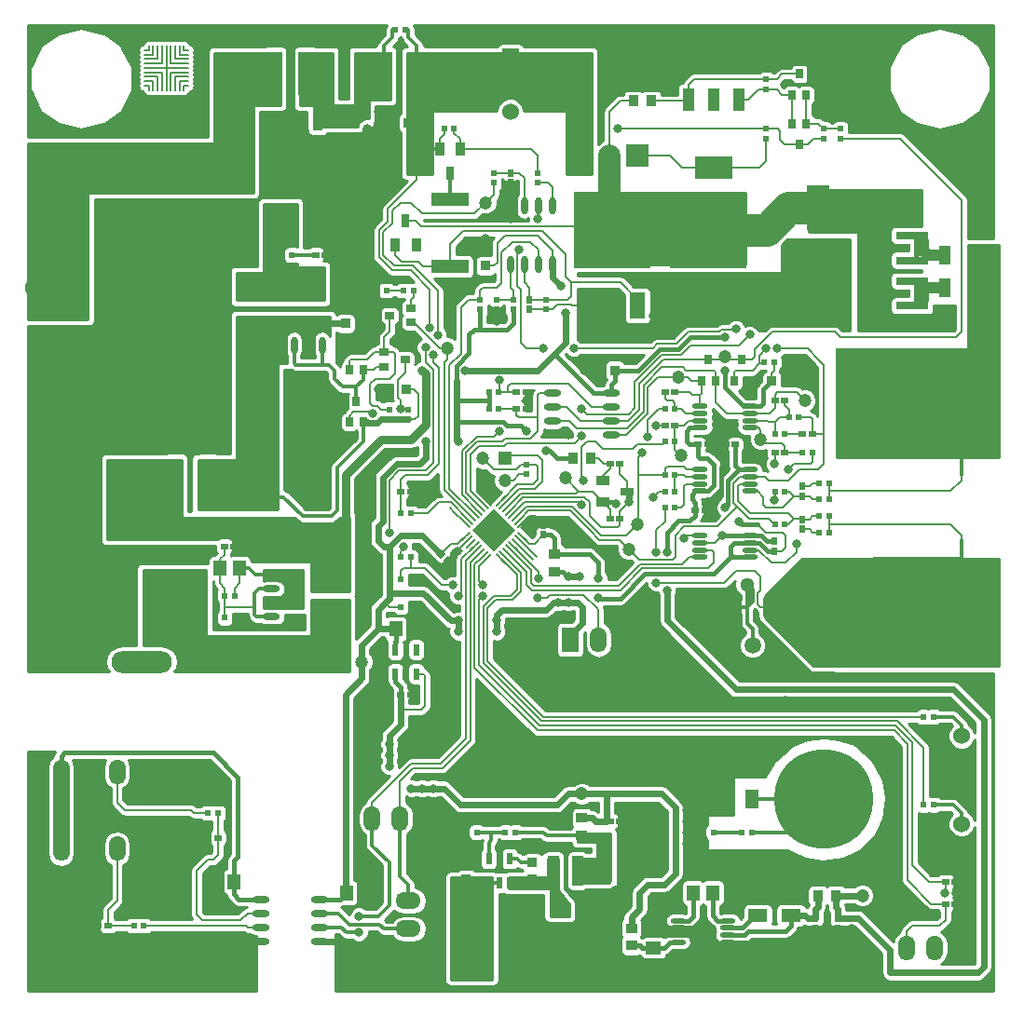
<source format=gtl>
G04 #@! TF.FileFunction,Copper,L1,Top,Signal*
%FSLAX46Y46*%
G04 Gerber Fmt 4.6, Leading zero omitted, Abs format (unit mm)*
G04 Created by KiCad (PCBNEW (2015-09-14 BZR 5783, Git e27fa50)-product) date Sat 19 Sep 2015 09:51:44 PM EDT*
%MOMM*%
G01*
G04 APERTURE LIST*
%ADD10C,0.100000*%
%ADD11C,0.300000*%
%ADD12R,1.450000X2.450000*%
%ADD13R,6.950000X6.950000*%
%ADD14C,0.800000*%
%ADD15C,0.200000*%
%ADD16R,1.350000X0.800000*%
%ADD17R,1.350000X1.500000*%
%ADD18R,3.000000X0.750000*%
%ADD19O,12.000000X4.000000*%
%ADD20R,1.200000X1.200000*%
%ADD21C,1.200000*%
%ADD22C,1.300000*%
%ADD23R,1.050000X1.800000*%
%ADD24C,1.500000*%
%ADD25C,1.998980*%
%ADD26R,1.998980X1.998980*%
%ADD27O,2.286000X1.524000*%
%ADD28R,2.000000X4.500000*%
%ADD29O,2.000000X5.000000*%
%ADD30O,5.500000X2.000000*%
%ADD31C,0.300000*%
%ADD32R,15.000000X10.000000*%
%ADD33C,1.750000*%
%ADD34R,3.150000X1.600000*%
%ADD35R,2.200000X2.150000*%
%ADD36R,1.100000X2.100000*%
%ADD37R,3.500000X2.100000*%
%ADD38C,9.000000*%
%ADD39C,1.000000*%
%ADD40R,1.524000X1.524000*%
%ADD41C,1.524000*%
%ADD42R,1.500000X4.000000*%
%ADD43R,2.100000X4.100000*%
%ADD44R,1.000000X2.700000*%
%ADD45R,0.900000X1.200000*%
%ADD46R,1.524000X2.286000*%
%ADD47O,1.524000X2.286000*%
%ADD48R,0.600000X0.650000*%
%ADD49R,0.650000X0.600000*%
%ADD50R,0.600000X0.600000*%
%ADD51R,1.150000X1.450000*%
%ADD52R,1.450000X1.150000*%
%ADD53O,0.600000X1.550000*%
%ADD54O,1.550000X0.600000*%
%ADD55R,0.900000X0.950000*%
%ADD56R,0.950000X0.900000*%
%ADD57R,0.600000X1.100000*%
%ADD58R,1.200000X1.800000*%
%ADD59R,1.800000X1.200000*%
%ADD60R,0.950000X1.000000*%
%ADD61R,1.000000X0.950000*%
%ADD62O,1.400000X0.450000*%
%ADD63R,0.650000X0.850000*%
%ADD64R,0.850000X0.650000*%
%ADD65R,1.300000X0.900000*%
%ADD66R,1.300000X0.800000*%
%ADD67R,0.900000X1.300000*%
%ADD68R,0.800000X1.300000*%
%ADD69R,3.400000X1.250000*%
%ADD70R,1.150000X2.700000*%
%ADD71R,2.700000X1.150000*%
%ADD72C,0.180000*%
%ADD73C,0.400000*%
%ADD74C,0.600000*%
%ADD75C,3.000000*%
%ADD76C,2.000000*%
%ADD77C,0.450000*%
%ADD78C,0.800000*%
%ADD79C,1.000000*%
%ADD80C,1.500000*%
%ADD81C,0.254000*%
G04 APERTURE END LIST*
D10*
D11*
X86000000Y-42025000D02*
X86000000Y-41475000D01*
X65975000Y-54000000D02*
X66525000Y-54000000D01*
X86000000Y-47975000D02*
X86000000Y-48525000D01*
D12*
X60700000Y-26600000D03*
X65300000Y-26600000D03*
D13*
X63000000Y-19700000D03*
D14*
X58750000Y-22250000D03*
X58000000Y-21750000D03*
X58750000Y-21250000D03*
D12*
X51962500Y-26600000D03*
X56562500Y-26600000D03*
D13*
X54262500Y-19700000D03*
D10*
G36*
X43500000Y-45020101D02*
X45479899Y-47000000D01*
X43500000Y-48979899D01*
X41520101Y-47000000D01*
X43500000Y-45020101D01*
X43500000Y-45020101D01*
G37*
D15*
X46540559Y-45939340D02*
X45727387Y-46752512D01*
X46257716Y-45656498D02*
X45444544Y-46469670D01*
X45974873Y-45373655D02*
X45161701Y-46186827D01*
X45692031Y-45090812D02*
X44878859Y-45903984D01*
X45409188Y-44807969D02*
X44596016Y-45621141D01*
X45126345Y-44525127D02*
X44313173Y-45338299D01*
X44843502Y-44242284D02*
X44030330Y-45055456D01*
X44560660Y-43959441D02*
X43747488Y-44772613D01*
X41272613Y-47247488D02*
X40459441Y-48060660D01*
X41555456Y-47530330D02*
X40742284Y-48343502D01*
X41838299Y-47813173D02*
X41025127Y-48626345D01*
X42121141Y-48096016D02*
X41307969Y-48909188D01*
X42403984Y-48378859D02*
X41590812Y-49192031D01*
X42686827Y-48661701D02*
X41873655Y-49474873D01*
X42969670Y-48944544D02*
X42156498Y-49757716D01*
X43252512Y-49227387D02*
X42439340Y-50040559D01*
X43252512Y-44772613D02*
X42439340Y-43959441D01*
X42969670Y-45055456D02*
X42156498Y-44242284D01*
X42686827Y-45338299D02*
X41873655Y-44525127D01*
X42403984Y-45621141D02*
X41590812Y-44807969D01*
X42121141Y-45903984D02*
X41307969Y-45090812D01*
X41838299Y-46186827D02*
X41025127Y-45373655D01*
X41555456Y-46469670D02*
X40742284Y-45656498D01*
X41272613Y-46752512D02*
X40459441Y-45939340D01*
X44560660Y-50040559D02*
X43747488Y-49227387D01*
X44843502Y-49757716D02*
X44030330Y-48944544D01*
X45126345Y-49474873D02*
X44313173Y-48661701D01*
X45409188Y-49192031D02*
X44596016Y-48378859D01*
X45692031Y-48909188D02*
X44878859Y-48096016D01*
X45974873Y-48626345D02*
X45161701Y-47813173D01*
X46257716Y-48343502D02*
X45444544Y-47530330D01*
X46540559Y-48060660D02*
X45727387Y-47247488D01*
D16*
X80675000Y-21375000D03*
D17*
X82325000Y-21375000D03*
D18*
X81500000Y-22500000D03*
X81500000Y-20250000D03*
D16*
X80675000Y-25500000D03*
D17*
X82325000Y-25500000D03*
D18*
X81500000Y-26625000D03*
X81500000Y-24375000D03*
D14*
X31000000Y-17000000D03*
X31000000Y-18000000D03*
X31000000Y-19000000D03*
X30000000Y-18500000D03*
X32000000Y-18500000D03*
D19*
X82000000Y-32500000D03*
X82000000Y-38500000D03*
X82000000Y-57500000D03*
X82000000Y-51500000D03*
D14*
X42500000Y-47000000D03*
X43500000Y-48000000D03*
X44500000Y-47000000D03*
X43500000Y-46000000D03*
X43500000Y-47000000D03*
D20*
X44500000Y-40500000D03*
D21*
X42500000Y-40500000D03*
X44500000Y-42500000D03*
X42500000Y-42500000D03*
D14*
X61000000Y-75500000D03*
X62000000Y-73000000D03*
X61000000Y-72500000D03*
X61000000Y-74500000D03*
X62000000Y-72000000D03*
X61000000Y-71500000D03*
X61000000Y-73500000D03*
X62000000Y-71000000D03*
X61000000Y-70500000D03*
X59000000Y-27500000D03*
X58000000Y-27500000D03*
X58750000Y-18500000D03*
X58750000Y-17500000D03*
X58000000Y-18000000D03*
D22*
X66500000Y-51960029D03*
D23*
X68500000Y-54000000D03*
X65500000Y-54000000D03*
D24*
X67000000Y-57500000D03*
D14*
X20500000Y-86000000D03*
X20500000Y-85000000D03*
X19500000Y-85500000D03*
X19500000Y-86500000D03*
X16000000Y-73500000D03*
X16000000Y-75500000D03*
X18500000Y-80500000D03*
X18500000Y-81500000D03*
X17500000Y-81500000D03*
D25*
X54000000Y-13000000D03*
D26*
X56540000Y-13000000D03*
D25*
X51460000Y-13000000D03*
D27*
X35750000Y-83270000D03*
X35750000Y-80730000D03*
D14*
X17500000Y-80500000D03*
X32250000Y-84500000D03*
X32250000Y-85500000D03*
X31500000Y-85000000D03*
X32000000Y-78500000D03*
X33000000Y-80000000D03*
D24*
X43500000Y-68000000D03*
D28*
X14000000Y-54000000D03*
D29*
X8000000Y-54000000D03*
D30*
X11500000Y-59000000D03*
D24*
X57250000Y-4750000D03*
D14*
X31500000Y-23000000D03*
X31000000Y-15750000D03*
X31000000Y-14750000D03*
D24*
X67500000Y-78500000D03*
D14*
X31750000Y-29500000D03*
X32500000Y-50500000D03*
X31500000Y-68750000D03*
X31500000Y-66750000D03*
X31500000Y-65000000D03*
X37000000Y-64500000D03*
X39000000Y-63000000D03*
X45500000Y-67000000D03*
X43500000Y-66000000D03*
X45500000Y-69000000D03*
X70000000Y-62500000D03*
X30000000Y-52000000D03*
X30000000Y-51000000D03*
X30000000Y-50000000D03*
X63500000Y-55250000D03*
X62500000Y-54750000D03*
X61500000Y-55250000D03*
X60500000Y-54750000D03*
X63500000Y-54250000D03*
X62500000Y-53750000D03*
X61500000Y-54250000D03*
X60500000Y-53750000D03*
X64500000Y-53750000D03*
X61500000Y-53250000D03*
X64500000Y-54750000D03*
X59000000Y-77500000D03*
X58000000Y-78000000D03*
X57000000Y-77500000D03*
X59000000Y-76500000D03*
X58000000Y-77000000D03*
X57000000Y-76500000D03*
X59000000Y-75500000D03*
X58000000Y-76000000D03*
X57000000Y-75500000D03*
X59000000Y-74500000D03*
X58000000Y-75000000D03*
X57000000Y-74500000D03*
X59000000Y-73500000D03*
X58000000Y-74000000D03*
X40750000Y-75500000D03*
X38750000Y-75500000D03*
X39750000Y-76000000D03*
X38750000Y-76500000D03*
X39750000Y-77000000D03*
X53750000Y-83750000D03*
X52750000Y-84250000D03*
X53750000Y-82750000D03*
X52750000Y-83250000D03*
X62000000Y-84500000D03*
X62000000Y-83500000D03*
X69750000Y-87500000D03*
X70750000Y-87500000D03*
X63250000Y-84000000D03*
X71750000Y-87500000D03*
X62000000Y-85500000D03*
X63250000Y-85000000D03*
X72500000Y-85000000D03*
X75500000Y-85000000D03*
X76000000Y-83250000D03*
X74500000Y-85000000D03*
X73500000Y-85000000D03*
X68750000Y-87500000D03*
X66000000Y-86500000D03*
X66750000Y-87500000D03*
X72000000Y-86500000D03*
X67750000Y-87500000D03*
X69000000Y-86500000D03*
X65000000Y-86000000D03*
X64000000Y-86500000D03*
X63000000Y-86000000D03*
X59000000Y-81000000D03*
X58000000Y-81500000D03*
X58000000Y-80500000D03*
X57000000Y-73500000D03*
X55500000Y-81250000D03*
X54500000Y-80750000D03*
X55500000Y-80250000D03*
X54500000Y-79750000D03*
X46500000Y-83250000D03*
X45500000Y-83250000D03*
X46750000Y-81750000D03*
X47750000Y-81250000D03*
X47250000Y-82500000D03*
X42500000Y-86750000D03*
X41500000Y-87250000D03*
X40500000Y-86750000D03*
X42500000Y-85750000D03*
X41500000Y-86250000D03*
X40500000Y-85750000D03*
D31*
X86000000Y-42025000D03*
X86000000Y-41475000D03*
D14*
X82500000Y-55250000D03*
X80500000Y-55250000D03*
X83500000Y-54750000D03*
X82500000Y-54250000D03*
X81500000Y-54750000D03*
X80500000Y-54250000D03*
X83500000Y-53750000D03*
X81500000Y-53750000D03*
X74500000Y-23500000D03*
X73500000Y-23000000D03*
X72500000Y-23500000D03*
X71500000Y-23000000D03*
X74500000Y-22500000D03*
X73500000Y-22000000D03*
X72500000Y-22500000D03*
X71500000Y-22000000D03*
X74500000Y-21500000D03*
X73500000Y-21000000D03*
X72500000Y-21500000D03*
X71500000Y-21000000D03*
X13000000Y-27500000D03*
X11000000Y-28500000D03*
X9000000Y-27500000D03*
X15000000Y-26500000D03*
X13000000Y-25500000D03*
X11000000Y-26500000D03*
X9000000Y-25500000D03*
X15000000Y-24500000D03*
X13000000Y-23500000D03*
X11000000Y-24500000D03*
X9000000Y-23500000D03*
X15000000Y-22500000D03*
X13000000Y-21500000D03*
X11000000Y-22500000D03*
X9000000Y-21500000D03*
X27500000Y-36000000D03*
X26500000Y-36500000D03*
X32000000Y-21500000D03*
X30000000Y-21500000D03*
X31000000Y-21000000D03*
X30000000Y-19500000D03*
X30000000Y-20500000D03*
X32000000Y-20500000D03*
X31000000Y-20000000D03*
X32000000Y-19500000D03*
X26000000Y-15000000D03*
X25000000Y-15500000D03*
X24000000Y-15000000D03*
X24000000Y-16000000D03*
X23000000Y-15500000D03*
X23000000Y-14500000D03*
X26000000Y-16000000D03*
X25000000Y-14500000D03*
X26000000Y-10000000D03*
X25000000Y-10500000D03*
X24000000Y-10000000D03*
X24000000Y-11000000D03*
X23000000Y-10500000D03*
X23000000Y-9500000D03*
X26000000Y-11000000D03*
X25000000Y-9500000D03*
X32000000Y-12500000D03*
X32000000Y-13500000D03*
X32000000Y-17500000D03*
X33000000Y-18000000D03*
X33000000Y-15000000D03*
X32000000Y-14500000D03*
X33000000Y-16000000D03*
X32000000Y-16500000D03*
X32000000Y-15500000D03*
X33000000Y-17000000D03*
X25500000Y-41000000D03*
X27500000Y-41000000D03*
X27500000Y-35000000D03*
X27500000Y-34000000D03*
X26500000Y-35500000D03*
X25500000Y-36000000D03*
X27500000Y-33000000D03*
X26500000Y-38500000D03*
X25500000Y-39000000D03*
X25500000Y-38000000D03*
X26500000Y-37500000D03*
X25500000Y-37000000D03*
X28500000Y-34500000D03*
X27500000Y-37000000D03*
X28500000Y-39500000D03*
X27500000Y-38000000D03*
X27500000Y-39000000D03*
X28500000Y-35500000D03*
X26500000Y-39500000D03*
X28500000Y-40500000D03*
X27500000Y-40000000D03*
X25500000Y-40000000D03*
X26500000Y-40500000D03*
X29000000Y-23500000D03*
X29000000Y-25500000D03*
X29000000Y-24500000D03*
X30000000Y-24000000D03*
X30000000Y-25000000D03*
X33000000Y-11000000D03*
X33000000Y-10000000D03*
X33000000Y-9000000D03*
X32000000Y-11500000D03*
X32000000Y-10500000D03*
X30000000Y-17000000D03*
X29000000Y-16500000D03*
X28000000Y-17000000D03*
X27000000Y-16500000D03*
X30000000Y-16000000D03*
X29000000Y-15500000D03*
X28000000Y-16000000D03*
X27000000Y-15500000D03*
X30000000Y-15000000D03*
X29000000Y-14500000D03*
X28000000Y-15000000D03*
X27000000Y-14500000D03*
X30000000Y-14000000D03*
X29000000Y-13500000D03*
X28000000Y-14000000D03*
X27000000Y-13500000D03*
D32*
X82000000Y-54525000D03*
X82000000Y-35475000D03*
D33*
X21279000Y-25000000D03*
X1721000Y-25000000D03*
D34*
X19750000Y-12500000D03*
X24650000Y-12500000D03*
D35*
X23800000Y-18500000D03*
X28200000Y-18500000D03*
D36*
X65800000Y-7900000D03*
X63500000Y-7900000D03*
X61200000Y-7900000D03*
D37*
X63500000Y-14100000D03*
D23*
X87500000Y-28000000D03*
X84500000Y-28000000D03*
D38*
X73500000Y-71500000D03*
D39*
X76500000Y-71500000D03*
X75000000Y-74100000D03*
X72000000Y-74100000D03*
X70500000Y-71500000D03*
X72000000Y-68900000D03*
X75000000Y-68900000D03*
D40*
X9999360Y-42500000D03*
D41*
X5000640Y-42500000D03*
D42*
X17500000Y-42500000D03*
X14500000Y-42500000D03*
X26500000Y-5500000D03*
X23500000Y-5500000D03*
X36500000Y-5500000D03*
X33500000Y-5500000D03*
D43*
X73000000Y-17750000D03*
X73000000Y-26250000D03*
D23*
X87500000Y-25000000D03*
X84500000Y-25000000D03*
X87500000Y-22000000D03*
X84500000Y-22000000D03*
D44*
X51100000Y-78000000D03*
X48900000Y-78000000D03*
D45*
X49900000Y-81500000D03*
X53100000Y-81500000D03*
D31*
X65975000Y-54000000D03*
X66525000Y-54000000D03*
X86000000Y-47975000D03*
X86000000Y-48525000D03*
D21*
X50000000Y-42250000D03*
X51500000Y-71000000D03*
X31500000Y-59000000D03*
X77000000Y-80250000D03*
D40*
X86000000Y-68270000D03*
D41*
X86000000Y-65730000D03*
D40*
X86000000Y-76270000D03*
D41*
X86000000Y-73730000D03*
D46*
X86080000Y-85000000D03*
D47*
X83540000Y-85000000D03*
X81000000Y-85000000D03*
D21*
X51500000Y-4750000D03*
D46*
X50460000Y-57000000D03*
D47*
X53000000Y-57000000D03*
X55540000Y-57000000D03*
D40*
X45000000Y-4000640D03*
D41*
X45000000Y-8999360D03*
D46*
X11810000Y-69000000D03*
D47*
X9270000Y-69000000D03*
X6730000Y-69000000D03*
X4190000Y-69000000D03*
D46*
X11810000Y-76000000D03*
D47*
X9270000Y-76000000D03*
X6730000Y-76000000D03*
X4190000Y-76000000D03*
D46*
X37500000Y-73250000D03*
D47*
X34960000Y-73250000D03*
X32420000Y-73250000D03*
D40*
X22000640Y-42500000D03*
D41*
X26999360Y-42500000D03*
D21*
X42750000Y-17250000D03*
X55750000Y-48750000D03*
X67750000Y-38750000D03*
X56500000Y-46500000D03*
X60500000Y-40250000D03*
X71750000Y-35250000D03*
X60250000Y-33105284D03*
X64500000Y-31250000D03*
X39250000Y-30500000D03*
D48*
X69000000Y-48950000D03*
X69000000Y-48050000D03*
D49*
X54050000Y-41000000D03*
X54950000Y-41000000D03*
X84550000Y-79000000D03*
X85450000Y-79000000D03*
X84550000Y-81000000D03*
X85450000Y-81000000D03*
X7550000Y-83000000D03*
X8450000Y-83000000D03*
X17550000Y-75000000D03*
X18450000Y-75000000D03*
X19900000Y-48500000D03*
X19000000Y-48500000D03*
X28200000Y-22000000D03*
X27300000Y-22000000D03*
X35050000Y-43500000D03*
X35950000Y-43500000D03*
D10*
G36*
X38239860Y-49164124D02*
X38664124Y-48739860D01*
X39123744Y-49199480D01*
X38699480Y-49623744D01*
X38239860Y-49164124D01*
X38239860Y-49164124D01*
G37*
G36*
X38876256Y-49800520D02*
X39300520Y-49376256D01*
X39760140Y-49835876D01*
X39335876Y-50260140D01*
X38876256Y-49800520D01*
X38876256Y-49800520D01*
G37*
D49*
X35050000Y-62000000D03*
X35950000Y-62000000D03*
X54050000Y-73500000D03*
X54950000Y-73500000D03*
D48*
X74750000Y-82300000D03*
X74750000Y-83200000D03*
X72750000Y-82300000D03*
X72750000Y-83200000D03*
X48000000Y-47450000D03*
X48000000Y-46550000D03*
D49*
X46450000Y-36000000D03*
X45550000Y-36000000D03*
X46450000Y-34500000D03*
X45550000Y-34500000D03*
D48*
X45000000Y-14550000D03*
X45000000Y-15450000D03*
D49*
X61800000Y-45250000D03*
X62700000Y-45250000D03*
X62050000Y-39250000D03*
X62950000Y-39250000D03*
X65450000Y-39250000D03*
X64550000Y-39250000D03*
X59950000Y-37500000D03*
X59050000Y-37500000D03*
X59950000Y-34500000D03*
X59050000Y-34500000D03*
D48*
X71500000Y-43950000D03*
X71500000Y-43050000D03*
X71500000Y-46050000D03*
X71500000Y-46950000D03*
D49*
X69950000Y-40000000D03*
X69050000Y-40000000D03*
X71550000Y-38250000D03*
X72450000Y-38250000D03*
X69050000Y-35250000D03*
X69950000Y-35250000D03*
D48*
X46750000Y-26050000D03*
X46750000Y-26950000D03*
D49*
X54050000Y-46000000D03*
X54950000Y-46000000D03*
D50*
X39900000Y-10500000D03*
X39000000Y-10500000D03*
X82550000Y-64000000D03*
X83450000Y-64000000D03*
X82550000Y-72000000D03*
X83450000Y-72000000D03*
X11700000Y-83000000D03*
X10800000Y-83000000D03*
X18450000Y-72750000D03*
X17550000Y-72750000D03*
X19050000Y-53000000D03*
X19950000Y-53000000D03*
X19950000Y-55000000D03*
X19050000Y-55000000D03*
X25150000Y-22000000D03*
X24250000Y-22000000D03*
X35450000Y-1500000D03*
X34550000Y-1500000D03*
X33750000Y-25250000D03*
X32850000Y-25250000D03*
X36200000Y-25250000D03*
X35300000Y-25250000D03*
X34000000Y-36950000D03*
X34000000Y-36050000D03*
X35750000Y-36950000D03*
X35750000Y-36050000D03*
X35050000Y-45500000D03*
X35950000Y-45500000D03*
X35050000Y-49500000D03*
X35950000Y-49500000D03*
X35050000Y-51500000D03*
X35950000Y-51500000D03*
X35050000Y-54000000D03*
X35950000Y-54000000D03*
X41950000Y-74500000D03*
X41050000Y-74500000D03*
X45450000Y-74500000D03*
X44550000Y-74500000D03*
X66050000Y-74500000D03*
X66950000Y-74500000D03*
X62550000Y-74500000D03*
X63450000Y-74500000D03*
X46500000Y-41050000D03*
X46500000Y-41950000D03*
X43950000Y-36000000D03*
X43050000Y-36000000D03*
X43950000Y-34500000D03*
X43050000Y-34500000D03*
X42250000Y-26050000D03*
X42250000Y-26950000D03*
X43750000Y-26950000D03*
X43750000Y-26050000D03*
X45250000Y-26050000D03*
X45250000Y-26950000D03*
X48250000Y-26950000D03*
X48250000Y-26050000D03*
X43500000Y-14550000D03*
X43500000Y-15450000D03*
X47500000Y-15450000D03*
X47500000Y-14550000D03*
X68250000Y-6050000D03*
X68250000Y-6950000D03*
X68250000Y-11450000D03*
X68250000Y-10550000D03*
X73500000Y-10550000D03*
X73500000Y-11450000D03*
X75000000Y-11450000D03*
X75000000Y-10550000D03*
X59950000Y-45000000D03*
X59050000Y-45000000D03*
X59950000Y-42000000D03*
X59050000Y-42000000D03*
X59050000Y-43500000D03*
X59950000Y-43500000D03*
X59950000Y-39000000D03*
X59050000Y-39000000D03*
X59950000Y-36000000D03*
X59050000Y-36000000D03*
X73050000Y-42750000D03*
X73950000Y-42750000D03*
X73050000Y-47250000D03*
X73950000Y-47250000D03*
X73050000Y-44250000D03*
X73950000Y-44250000D03*
X73050000Y-45750000D03*
X73950000Y-45750000D03*
X69050000Y-43500000D03*
X69950000Y-43500000D03*
X69050000Y-46500000D03*
X69950000Y-46500000D03*
X68050000Y-31750000D03*
X68950000Y-31750000D03*
X71550000Y-40000000D03*
X72450000Y-40000000D03*
X69050000Y-38250000D03*
X69950000Y-38250000D03*
X70300000Y-36750000D03*
X71200000Y-36750000D03*
D51*
X19900000Y-79000000D03*
X18100000Y-79000000D03*
X30100000Y-80000000D03*
X31900000Y-80000000D03*
X34600000Y-56000000D03*
X36400000Y-56000000D03*
X53600000Y-75600000D03*
X55400000Y-75600000D03*
X53600000Y-78000000D03*
X55400000Y-78000000D03*
X63400000Y-80000000D03*
X61600000Y-80000000D03*
D52*
X58000000Y-85000000D03*
X58000000Y-83200000D03*
D51*
X20400000Y-50500000D03*
X18600000Y-50500000D03*
D53*
X24095000Y-30200000D03*
X25365000Y-30200000D03*
X26635000Y-30200000D03*
X27905000Y-30200000D03*
X27905000Y-24800000D03*
X26635000Y-24800000D03*
X25365000Y-24800000D03*
X24095000Y-24800000D03*
D54*
X23300000Y-51095000D03*
X23300000Y-52365000D03*
X23300000Y-53635000D03*
X23300000Y-54905000D03*
X28700000Y-54905000D03*
X28700000Y-53635000D03*
X28700000Y-52365000D03*
X28700000Y-51095000D03*
D53*
X48810000Y-17500000D03*
X47540000Y-17500000D03*
X46270000Y-17500000D03*
X45000000Y-17500000D03*
X45000000Y-22900000D03*
X46270000Y-22900000D03*
X47540000Y-22900000D03*
X48810000Y-22900000D03*
D54*
X22300000Y-80595000D03*
X22300000Y-81865000D03*
X22300000Y-83135000D03*
X22300000Y-84405000D03*
X27700000Y-84405000D03*
X27700000Y-83135000D03*
X27700000Y-81865000D03*
X27700000Y-80595000D03*
X48800000Y-34595000D03*
X48800000Y-35865000D03*
X48800000Y-37135000D03*
X48800000Y-38405000D03*
X54200000Y-38405000D03*
X54200000Y-37135000D03*
X54200000Y-35865000D03*
X54200000Y-34595000D03*
D55*
X34050000Y-34200000D03*
X35550000Y-34200000D03*
X53000000Y-32500000D03*
X54500000Y-32500000D03*
D56*
X42750000Y-21500000D03*
X42750000Y-23000000D03*
D55*
X70250000Y-33500000D03*
X68750000Y-33500000D03*
D56*
X30000000Y-26750000D03*
X30000000Y-28250000D03*
X41000000Y-78750000D03*
X41000000Y-77250000D03*
X47000000Y-77250000D03*
X47000000Y-78750000D03*
D55*
X34250000Y-10000000D03*
X35750000Y-10000000D03*
D56*
X27500000Y-11750000D03*
X27500000Y-10250000D03*
D57*
X44950000Y-76900000D03*
X43050000Y-76900000D03*
X44000000Y-76900000D03*
X43050000Y-79100000D03*
X44950000Y-79100000D03*
X44000000Y-79100000D03*
D58*
X66950000Y-71500000D03*
X64050000Y-71500000D03*
X23000000Y-33750000D03*
X25900000Y-33750000D03*
X42550000Y-81500000D03*
X45450000Y-81500000D03*
D59*
X70500000Y-82050000D03*
X70500000Y-84950000D03*
X67500000Y-82050000D03*
X67500000Y-84950000D03*
D60*
X50700000Y-40500000D03*
X52300000Y-40500000D03*
X56200000Y-8000000D03*
X57800000Y-8000000D03*
D61*
X49000000Y-50800000D03*
X49000000Y-49200000D03*
X51500000Y-74800000D03*
X51500000Y-73200000D03*
D60*
X72950000Y-80250000D03*
X74550000Y-80250000D03*
D61*
X56000000Y-83200000D03*
X56000000Y-84800000D03*
D62*
X62250000Y-47525000D03*
X62250000Y-48175000D03*
X62250000Y-48825000D03*
X62250000Y-49475000D03*
X66750000Y-49475000D03*
X66750000Y-48825000D03*
X66750000Y-48175000D03*
X66750000Y-47525000D03*
X62250000Y-35775000D03*
X62250000Y-36425000D03*
X62250000Y-37075000D03*
X62250000Y-37725000D03*
X66750000Y-37725000D03*
X66750000Y-37075000D03*
X66750000Y-36425000D03*
X66750000Y-35775000D03*
X62250000Y-41525000D03*
X62250000Y-42175000D03*
X62250000Y-42825000D03*
X62250000Y-43475000D03*
X66750000Y-43475000D03*
X66750000Y-42825000D03*
X66750000Y-42175000D03*
X66750000Y-41525000D03*
X60250000Y-82525000D03*
X60250000Y-83175000D03*
X60250000Y-83825000D03*
X60250000Y-84475000D03*
X64750000Y-84475000D03*
X64750000Y-83825000D03*
X64750000Y-83175000D03*
X64750000Y-82525000D03*
D57*
X34550000Y-60100000D03*
X36450000Y-60100000D03*
X35500000Y-60100000D03*
X36450000Y-57900000D03*
X34550000Y-57900000D03*
D63*
X30350000Y-32450000D03*
X31650000Y-32450000D03*
X31000000Y-30550000D03*
X30350000Y-37200000D03*
X31650000Y-37200000D03*
X31000000Y-35300000D03*
D64*
X33550000Y-30850000D03*
X33550000Y-32150000D03*
X35450000Y-31500000D03*
X35950000Y-28150000D03*
X35950000Y-26850000D03*
X34050000Y-27500000D03*
D63*
X71900000Y-10050000D03*
X70600000Y-10050000D03*
X71250000Y-11950000D03*
X62350000Y-33450000D03*
X63650000Y-33450000D03*
X63000000Y-31550000D03*
X65350000Y-33450000D03*
X66650000Y-33450000D03*
X66000000Y-31550000D03*
X70600000Y-7450000D03*
X71900000Y-7450000D03*
X71250000Y-5550000D03*
D65*
X53400000Y-42550000D03*
X53400000Y-44450000D03*
D66*
X55600000Y-43500000D03*
D67*
X40450000Y-12400000D03*
X38550000Y-12400000D03*
D68*
X39500000Y-14600000D03*
D67*
X34550000Y-21100000D03*
X36450000Y-21100000D03*
D68*
X35500000Y-18900000D03*
D69*
X39500000Y-23050000D03*
X39500000Y-16950000D03*
D70*
X36500000Y-13000000D03*
X33500000Y-13000000D03*
D71*
X30000000Y-9500000D03*
X30000000Y-12500000D03*
D14*
X47000000Y-46500000D03*
X69999998Y-32250000D03*
X63750000Y-39250000D03*
X37000000Y-43500000D03*
X37000000Y-51500000D03*
X46500000Y-35250000D03*
X40242133Y-48992133D03*
X37500000Y-56000000D03*
X37000000Y-54000000D03*
X35500000Y-59000000D03*
X45000000Y-18734962D03*
X42750000Y-20519992D03*
X21000000Y-55000000D03*
X51750000Y-32500000D03*
X63750000Y-44250000D03*
X66750000Y-34500000D03*
X31750000Y-25250000D03*
X33000000Y-34250000D03*
X50250000Y-38404980D03*
X43750000Y-28000000D03*
X85500000Y-80000000D03*
X35257867Y-48507867D03*
X33992133Y-47242133D03*
X54780337Y-10530337D03*
X37700000Y-28600000D03*
X37300000Y-30400000D03*
X43750000Y-56250000D03*
X40250000Y-56250000D03*
X51250000Y-51250000D03*
X49327162Y-53590020D03*
X43750000Y-55250000D03*
X46500000Y-38000000D03*
X48250000Y-39795010D03*
X40250000Y-55250000D03*
X50250000Y-53590020D03*
X50250000Y-51250000D03*
X40250000Y-39000000D03*
X37304990Y-39000000D03*
X59250000Y-48999998D03*
X59250000Y-52500000D03*
X62020002Y-27500000D03*
X63979998Y-27500000D03*
X63000000Y-27500000D03*
X58250000Y-51795010D03*
X58250000Y-49000000D03*
X64500000Y-29500000D03*
X64500000Y-32500000D03*
X50000000Y-27250000D03*
X40900050Y-32500000D03*
X49608805Y-24858805D03*
X37000000Y-32500000D03*
X64526802Y-44973198D03*
X65776802Y-46223198D03*
X53000000Y-51409979D03*
X53000000Y-53195010D03*
X60750000Y-47750000D03*
X54633554Y-44633554D03*
X34000000Y-66500000D03*
X34000000Y-67504433D03*
X37996411Y-70500000D03*
X36977905Y-70500000D03*
X34000000Y-68500000D03*
X36000000Y-70500000D03*
X69000000Y-41000000D03*
X55750000Y-44500000D03*
X58195020Y-37500000D03*
X64250000Y-47500000D03*
X58000000Y-44000000D03*
X69000000Y-44299990D03*
X6250000Y-83000000D03*
X69261284Y-30499812D03*
X65484673Y-28704990D03*
X45750000Y-21530351D03*
X47500000Y-18734962D03*
X48000000Y-30500000D03*
X50750000Y-30500000D03*
X57000000Y-40000000D03*
X57500000Y-38500000D03*
X38407108Y-29307108D03*
X38007108Y-31107108D03*
X66750000Y-29250000D03*
X68266421Y-30516421D03*
X51500000Y-35999996D03*
X51500000Y-38445010D03*
X44000000Y-38000000D03*
X44000000Y-33395010D03*
X47500000Y-53195010D03*
X47590020Y-51409979D03*
X35000000Y-36000000D03*
X32512193Y-36400000D03*
X39750000Y-52000000D03*
X42500000Y-52000000D03*
X31250000Y-82114999D03*
X31250000Y-83615019D03*
X70999994Y-48250000D03*
X70250000Y-41500000D03*
X51500000Y-44750000D03*
X51659322Y-42539830D03*
X42500000Y-53000000D03*
X40250000Y-53000000D03*
X84500000Y-80000000D03*
D72*
X12150000Y-6600000D02*
X12150000Y-7000000D01*
X11750000Y-6600000D02*
X12150000Y-6600000D01*
X12550000Y-6200000D02*
X11750000Y-6200000D01*
X12550000Y-7000000D02*
X12550000Y-6200000D01*
X12950000Y-5800000D02*
X12950000Y-7000000D01*
X11750000Y-5800000D02*
X12950000Y-5800000D01*
X13350000Y-5400000D02*
X11750000Y-5400000D01*
X13350000Y-7000000D02*
X13350000Y-5400000D01*
X15350000Y-6600000D02*
X15350000Y-7000000D01*
X15750000Y-6600000D02*
X15350000Y-6600000D01*
X14950000Y-6200000D02*
X15750000Y-6200000D01*
X14950000Y-7000000D02*
X14950000Y-6200000D01*
X14550000Y-5800000D02*
X14550000Y-7000000D01*
X15750000Y-5800000D02*
X14550000Y-5800000D01*
X14150000Y-5400000D02*
X15750000Y-5400000D01*
X14150000Y-7000000D02*
X14150000Y-5400000D01*
X15350000Y-3400000D02*
X15750000Y-3400000D01*
X15350000Y-3000000D02*
X15350000Y-3400000D01*
X14950000Y-3800000D02*
X15750000Y-3800000D01*
X14950000Y-3000000D02*
X14950000Y-3800000D01*
X14550000Y-4200000D02*
X14550000Y-3000000D01*
X15750000Y-4200000D02*
X14550000Y-4200000D01*
X14150000Y-4600000D02*
X15750000Y-4600000D01*
X14150000Y-3000000D02*
X14150000Y-4600000D01*
X12150000Y-3400000D02*
X12150000Y-3000000D01*
X11750000Y-3400000D02*
X12150000Y-3400000D01*
X12550000Y-3800000D02*
X11750000Y-3800000D01*
X12550000Y-3000000D02*
X12550000Y-3800000D01*
X12950000Y-4200000D02*
X12950000Y-3000000D01*
X11750000Y-4200000D02*
X12950000Y-4200000D01*
X13350000Y-4600000D02*
X11750000Y-4600000D01*
X13350000Y-3000000D02*
X13350000Y-4600000D01*
X13750000Y-7000000D02*
X13750000Y-3000000D01*
X11750000Y-5000000D02*
X15750000Y-5000000D01*
D15*
X45000000Y-15450000D02*
X45000000Y-17500000D01*
X46957074Y-45750000D02*
X47200000Y-45750000D01*
X46729899Y-45750000D02*
X46957074Y-45750000D01*
X46957074Y-45750000D02*
X46957074Y-46457074D01*
X46957074Y-46457074D02*
X47000000Y-46500000D01*
X42085786Y-47000000D02*
X42500000Y-47000000D01*
X42845926Y-44366027D02*
X42000000Y-43520101D01*
X42000000Y-43520101D02*
X42000000Y-43000000D01*
X42000000Y-43000000D02*
X42500000Y-42500000D01*
D73*
X70250000Y-32500002D02*
X69999998Y-32250000D01*
X70250000Y-33500000D02*
X70250000Y-32500002D01*
X64550000Y-39250000D02*
X63750000Y-39250000D01*
X62950000Y-39250000D02*
X63750000Y-39250000D01*
D15*
X35950000Y-43500000D02*
X37000000Y-43500000D01*
X35950000Y-51500000D02*
X37000000Y-51500000D01*
X45400000Y-47000000D02*
X43500000Y-47000000D01*
X47200000Y-45750000D02*
X48000000Y-46550000D01*
X46133973Y-46345926D02*
X46729899Y-45750000D01*
X46450000Y-34500000D02*
X46450000Y-35200000D01*
X46450000Y-35200000D02*
X46500000Y-35250000D01*
X46450000Y-36000000D02*
X46450000Y-35300000D01*
X46450000Y-35300000D02*
X46500000Y-35250000D01*
D73*
X40242133Y-48992133D02*
X40144263Y-48992133D01*
X40144263Y-48992133D02*
X39318198Y-49818198D01*
D15*
X41148870Y-47936916D02*
X40242133Y-48843653D01*
X40242133Y-48843653D02*
X40242133Y-48992133D01*
D73*
X36400000Y-56000000D02*
X37500000Y-56000000D01*
X35950000Y-54000000D02*
X37000000Y-54000000D01*
D15*
X35500000Y-60100000D02*
X35500000Y-59000000D01*
D73*
X64750000Y-84475000D02*
X67025000Y-84475000D01*
X67025000Y-84475000D02*
X67500000Y-84950000D01*
X60250000Y-83825000D02*
X61675000Y-83825000D01*
X61675000Y-83825000D02*
X62000000Y-83500000D01*
X60250000Y-83175000D02*
X61675000Y-83175000D01*
X61675000Y-83175000D02*
X62000000Y-83500000D01*
X59102351Y-83175000D02*
X59102351Y-83606317D01*
X59102351Y-83606317D02*
X59321034Y-83825000D01*
X59321034Y-83825000D02*
X60250000Y-83825000D01*
X60250000Y-83175000D02*
X59102351Y-83175000D01*
X59102351Y-83175000D02*
X58025000Y-83175000D01*
X58025000Y-83175000D02*
X58000000Y-83200000D01*
D15*
X45000000Y-17500000D02*
X45000000Y-18734962D01*
X42750000Y-21500000D02*
X42750000Y-20519992D01*
X64500000Y-53750000D02*
X65250000Y-53750000D01*
X65250000Y-53750000D02*
X65500000Y-54000000D01*
X19950000Y-55000000D02*
X21000000Y-55000000D01*
X53000000Y-32500000D02*
X51750000Y-32500000D01*
D73*
X64159981Y-41340019D02*
X64250000Y-41250000D01*
X63750000Y-44250000D02*
X64159981Y-43840019D01*
X64159981Y-43840019D02*
X64159981Y-41340019D01*
X62750000Y-45250000D02*
X63750000Y-44250000D01*
X62700000Y-45250000D02*
X62750000Y-45250000D01*
D15*
X66650000Y-33450000D02*
X66650000Y-34400000D01*
X66650000Y-34400000D02*
X66750000Y-34500000D01*
X32850000Y-25250000D02*
X31750000Y-25250000D01*
X34050000Y-34200000D02*
X33050000Y-34200000D01*
X33050000Y-34200000D02*
X33000000Y-34250000D01*
X50249980Y-38405000D02*
X50250000Y-38404980D01*
X48800000Y-38405000D02*
X50249980Y-38405000D01*
D73*
X43750000Y-26950000D02*
X43750000Y-28000000D01*
D74*
X29655000Y-84405000D02*
X30250000Y-85000000D01*
X30250000Y-85000000D02*
X31500000Y-85000000D01*
X27700000Y-84405000D02*
X29655000Y-84405000D01*
D15*
X85450000Y-81000000D02*
X85450000Y-80050000D01*
X85450000Y-80050000D02*
X85500000Y-80000000D01*
X85450000Y-79000000D02*
X85450000Y-79950000D01*
X85450000Y-79950000D02*
X85500000Y-80000000D01*
D11*
X66650000Y-33400000D02*
X66750000Y-33500000D01*
D75*
X68300000Y-19700000D02*
X70250000Y-17750000D01*
X63000000Y-19700000D02*
X68300000Y-19700000D01*
X70250000Y-17750000D02*
X73000000Y-17750000D01*
D15*
X54000000Y-9000000D02*
X55000000Y-8000000D01*
X55000000Y-8000000D02*
X56200000Y-8000000D01*
X54000000Y-13000000D02*
X54000000Y-9000000D01*
X36929972Y-19429972D02*
X36400000Y-18900000D01*
X36400000Y-18900000D02*
X35500000Y-18900000D01*
X54262500Y-19700000D02*
X53992472Y-19429972D01*
X53992472Y-19429972D02*
X36929972Y-19429972D01*
D76*
X55962500Y-18000000D02*
X54262500Y-19700000D01*
D11*
X35600000Y-19000000D02*
X35500000Y-18900000D01*
D76*
X54000000Y-13000000D02*
X54000000Y-19437500D01*
X54000000Y-19437500D02*
X54262500Y-19700000D01*
D74*
X78500000Y-25000000D02*
X79000000Y-25500000D01*
X79000000Y-25500000D02*
X80675000Y-25500000D01*
X78500000Y-22000000D02*
X78500000Y-25000000D01*
X79125000Y-21375000D02*
X78500000Y-22000000D01*
X80675000Y-21375000D02*
X79125000Y-21375000D01*
D15*
X35257867Y-48742133D02*
X35050000Y-48950000D01*
X35050000Y-48950000D02*
X35050000Y-49500000D01*
X35257867Y-48507867D02*
X35257867Y-48742133D01*
X34000000Y-46500000D02*
X33992133Y-46507867D01*
X33992133Y-46507867D02*
X33992133Y-47242133D01*
X34000000Y-42500000D02*
X34000000Y-46500000D01*
X34895010Y-41604990D02*
X34000000Y-42500000D01*
X37336382Y-41604990D02*
X34895010Y-41604990D01*
X38000000Y-40941372D02*
X37336382Y-41604990D01*
X38000000Y-40808628D02*
X38000000Y-40941372D01*
X37300000Y-30400000D02*
X37300000Y-31771398D01*
X37300000Y-31771398D02*
X38000000Y-32471398D01*
X38000000Y-32471398D02*
X38000000Y-40808628D01*
X39000000Y-11000000D02*
X38550000Y-11450000D01*
X38550000Y-11450000D02*
X38550000Y-12400000D01*
X39000000Y-10500000D02*
X39000000Y-11000000D01*
X69500000Y-11500000D02*
X69950000Y-11950000D01*
X69950000Y-11950000D02*
X71250000Y-11950000D01*
X69500000Y-10750000D02*
X69500000Y-11500000D01*
X69300000Y-10550000D02*
X69500000Y-10750000D01*
X68250000Y-10550000D02*
X69300000Y-10550000D01*
X54780337Y-10530337D02*
X68230337Y-10530337D01*
X68230337Y-10530337D02*
X68250000Y-10550000D01*
X72550000Y-11450000D02*
X72050000Y-11950000D01*
X72050000Y-11950000D02*
X71250000Y-11950000D01*
X73500000Y-11450000D02*
X72550000Y-11450000D01*
X35965718Y-23395010D02*
X37700000Y-25129292D01*
X37700000Y-25129292D02*
X37700000Y-28600000D01*
X34258599Y-23395010D02*
X35965718Y-23395010D01*
X33049989Y-19770721D02*
X33049990Y-22186402D01*
X33049990Y-22186402D02*
X34258599Y-23395010D01*
X33854990Y-17836382D02*
X33854990Y-18965720D01*
X33854990Y-18965720D02*
X33049989Y-19770721D01*
X36500000Y-13000000D02*
X36500000Y-15191372D01*
X36500000Y-15191372D02*
X33854990Y-17836382D01*
D11*
X37700000Y-28600000D02*
X37750000Y-28550000D01*
X37250000Y-30450000D02*
X37300000Y-30400000D01*
X38550000Y-12400000D02*
X37100000Y-12400000D01*
X37100000Y-12400000D02*
X36500000Y-13000000D01*
X35750000Y-2250000D02*
X36500000Y-3000000D01*
X36500000Y-3000000D02*
X36500000Y-5500000D01*
X35750000Y-1500000D02*
X35750000Y-2250000D01*
D15*
X85020672Y-43479328D02*
X86000000Y-42500000D01*
X86000000Y-42500000D02*
X86000000Y-42025000D01*
X73950000Y-43479328D02*
X73950000Y-44250000D01*
X73950000Y-43479328D02*
X85020672Y-43479328D01*
X73950000Y-42750000D02*
X73950000Y-43479328D01*
X84985115Y-46485115D02*
X86000000Y-47500000D01*
X86000000Y-47500000D02*
X86000000Y-47975000D01*
X73950000Y-46485115D02*
X73950000Y-47250000D01*
X73950000Y-45750000D02*
X73950000Y-46485115D01*
X73950000Y-46485115D02*
X84985115Y-46485115D01*
D74*
X50250000Y-53590020D02*
X51090020Y-53590020D01*
X51090020Y-53590020D02*
X51565893Y-54065893D01*
X51565893Y-54065893D02*
X51565893Y-55434107D01*
X51565893Y-55434107D02*
X50460000Y-56540000D01*
X50460000Y-56540000D02*
X50460000Y-57000000D01*
X33250000Y-54000000D02*
X33625079Y-53624921D01*
X33625079Y-53624921D02*
X34000000Y-53250000D01*
D15*
X35050000Y-54000000D02*
X34000158Y-54000000D01*
X34000158Y-54000000D02*
X33625079Y-53624921D01*
D74*
X33000000Y-54250000D02*
X33000000Y-56000000D01*
X31500000Y-59000000D02*
X31500000Y-60500000D01*
X31500000Y-57500000D02*
X31500000Y-59000000D01*
X49327162Y-53590020D02*
X48909980Y-53590020D01*
X48909980Y-53590020D02*
X48229240Y-54270760D01*
X48229240Y-54270760D02*
X44229240Y-54270760D01*
X44229240Y-54270760D02*
X43750000Y-54750000D01*
X43750000Y-54750000D02*
X43750000Y-55250000D01*
X43750000Y-56250000D02*
X43750000Y-55250000D01*
X40250000Y-55250000D02*
X40250000Y-56250000D01*
X51250000Y-51250000D02*
X50250000Y-51250000D01*
X49327162Y-53590020D02*
X50250000Y-53590020D01*
X34000000Y-52772455D02*
X37097057Y-52772455D01*
X37097057Y-52772455D02*
X39574602Y-55250000D01*
X39574602Y-55250000D02*
X40250000Y-55250000D01*
X40150030Y-35427793D02*
X40150030Y-37160280D01*
X40150030Y-37160280D02*
X40150030Y-38900030D01*
D73*
X46500000Y-38000000D02*
X46000000Y-37500000D01*
X44676602Y-37500000D02*
X44336882Y-37160280D01*
X46000000Y-37500000D02*
X44676602Y-37500000D01*
X44336882Y-37160280D02*
X40150030Y-37160280D01*
X49250000Y-40500000D02*
X48545010Y-39795010D01*
X48545010Y-39795010D02*
X48250000Y-39795010D01*
X50700000Y-40500000D02*
X49250000Y-40500000D01*
D74*
X34000000Y-53250000D02*
X34000000Y-52772455D01*
X34000000Y-52772455D02*
X34000000Y-48500000D01*
X34022455Y-52750000D02*
X34000000Y-52772455D01*
D73*
X49000000Y-50800000D02*
X49800000Y-50800000D01*
X49800000Y-50800000D02*
X50250000Y-51250000D01*
D74*
X40150030Y-38900030D02*
X40250000Y-39000000D01*
X37304990Y-40000000D02*
X37304990Y-39000000D01*
X37304990Y-40000000D02*
X37304990Y-40445010D01*
X37304990Y-40445010D02*
X36750000Y-41000000D01*
X34658530Y-41000000D02*
X33404990Y-42253539D01*
X36750000Y-41000000D02*
X34658530Y-41000000D01*
X33404990Y-46253539D02*
X33000000Y-46658529D01*
X33404990Y-42253539D02*
X33404990Y-46253539D01*
X33000000Y-46658529D02*
X33000000Y-48000000D01*
X33500000Y-48500000D02*
X34000000Y-48500000D01*
X33000000Y-48000000D02*
X33500000Y-48500000D01*
D73*
X43050000Y-35245862D02*
X43050000Y-36000000D01*
X43050000Y-34500000D02*
X43050000Y-35245862D01*
D74*
X40150030Y-33418674D02*
X40150030Y-35427793D01*
D73*
X43050000Y-35245862D02*
X40331961Y-35245862D01*
X40331961Y-35245862D02*
X40150030Y-35427793D01*
D15*
X40866027Y-47654074D02*
X40222969Y-48297132D01*
X40222969Y-48297132D02*
X39566472Y-48297132D01*
X39566472Y-48297132D02*
X38681802Y-49181802D01*
D74*
X35000000Y-47500000D02*
X37000000Y-47500000D01*
X37000000Y-47500000D02*
X38681802Y-49181802D01*
X34000000Y-48500000D02*
X35000000Y-47500000D01*
X33000000Y-54250000D02*
X33250000Y-54000000D01*
X30100000Y-80000000D02*
X30000000Y-79900000D01*
X30000000Y-79900000D02*
X30000000Y-62000000D01*
X30000000Y-62000000D02*
X31500000Y-60500000D01*
X31500000Y-57500000D02*
X33000000Y-56000000D01*
X33000000Y-56000000D02*
X34600000Y-56000000D01*
D15*
X45800000Y-41950000D02*
X45250000Y-42500000D01*
X45250000Y-42500000D02*
X44500000Y-42500000D01*
X46500000Y-41950000D02*
X45800000Y-41950000D01*
D73*
X44704999Y-28795001D02*
X42208647Y-28795001D01*
X42208647Y-28795001D02*
X41704999Y-28795001D01*
X42250000Y-26950000D02*
X42250000Y-28753648D01*
X42250000Y-28753648D02*
X42208647Y-28795001D01*
X45250000Y-26950000D02*
X45250000Y-28250000D01*
X45250000Y-28250000D02*
X44704999Y-28795001D01*
X41704999Y-28795001D02*
X41250000Y-29250000D01*
X41250000Y-29250000D02*
X41250000Y-30950048D01*
X41250000Y-30950048D02*
X40105049Y-32094999D01*
X40105049Y-32094999D02*
X40105049Y-32881601D01*
X40105049Y-32881601D02*
X40150030Y-32926582D01*
X40150030Y-32926582D02*
X40150030Y-33418674D01*
D77*
X27700000Y-80595000D02*
X29505000Y-80595000D01*
X29505000Y-80595000D02*
X30100000Y-80000000D01*
D73*
X34550000Y-57200000D02*
X34600000Y-57150000D01*
X34600000Y-57150000D02*
X34600000Y-56000000D01*
X34550000Y-57900000D02*
X34550000Y-57200000D01*
X62921808Y-40500000D02*
X62250000Y-40500000D01*
X62050000Y-40300000D02*
X62050000Y-39250000D01*
X62250000Y-40500000D02*
X62050000Y-40300000D01*
X62951826Y-43475000D02*
X63500000Y-42926826D01*
X62250000Y-43475000D02*
X62951826Y-43475000D01*
X63500000Y-41078192D02*
X62921808Y-40500000D01*
X63500000Y-42926826D02*
X63500000Y-41078192D01*
X61000000Y-39000000D02*
X61250000Y-39250000D01*
X62250000Y-37725000D02*
X61275000Y-37725000D01*
X61275000Y-37725000D02*
X61000000Y-38000000D01*
X61000000Y-38000000D02*
X61000000Y-39000000D01*
X61250000Y-39250000D02*
X62050000Y-39250000D01*
D74*
X76881232Y-82581232D02*
X79500000Y-85200000D01*
X74750000Y-82300000D02*
X76600000Y-82300000D01*
X76600000Y-82300000D02*
X76881232Y-82581232D01*
X74550000Y-81300000D02*
X74750000Y-81500000D01*
X74750000Y-81500000D02*
X74750000Y-82300000D01*
X74550000Y-80250000D02*
X74550000Y-81300000D01*
D73*
X61500000Y-43750000D02*
X61775000Y-43475000D01*
X61775000Y-43475000D02*
X62250000Y-43475000D01*
X61500000Y-44250000D02*
X61500000Y-43750000D01*
X61800000Y-44550000D02*
X61500000Y-44250000D01*
X61800000Y-45250000D02*
X61800000Y-44550000D01*
X61300644Y-46199356D02*
X61800000Y-45700000D01*
X61800000Y-45700000D02*
X61800000Y-45250000D01*
X60300644Y-46199356D02*
X61300644Y-46199356D01*
X60300644Y-46199356D02*
X59250000Y-47250000D01*
X59250000Y-47250000D02*
X59250000Y-48999998D01*
D74*
X59250000Y-55250000D02*
X59250000Y-52500000D01*
X88000000Y-64250000D02*
X85250000Y-61500000D01*
X65500000Y-61500000D02*
X59250000Y-55250000D01*
X88000000Y-86750000D02*
X88000000Y-64250000D01*
X79500000Y-87250000D02*
X87500000Y-87250000D01*
X85250000Y-61500000D02*
X65500000Y-61500000D01*
X79500000Y-85200000D02*
X79500000Y-87250000D01*
X87500000Y-87250000D02*
X88000000Y-86750000D01*
X77000000Y-80250000D02*
X74550000Y-80250000D01*
D15*
X63000000Y-27500000D02*
X63979998Y-27500000D01*
D11*
X86000000Y-48525000D02*
X86000000Y-50525000D01*
X86000000Y-50525000D02*
X82000000Y-54525000D01*
D15*
X64500000Y-51750000D02*
X64838109Y-51411891D01*
X64838109Y-51411891D02*
X65500000Y-50750000D01*
X58250000Y-51795010D02*
X64454990Y-51795010D01*
X64454990Y-51795010D02*
X64838109Y-51411891D01*
X67750000Y-52500000D02*
X67500000Y-52750000D01*
X65500000Y-50750000D02*
X67250000Y-50750000D01*
X67250000Y-50750000D02*
X67750000Y-51250000D01*
X67750000Y-51250000D02*
X67750000Y-52500000D01*
X67500000Y-52750000D02*
X67500000Y-53750000D01*
X67500000Y-53750000D02*
X67750000Y-54000000D01*
X67750000Y-54000000D02*
X68500000Y-54000000D01*
X58250000Y-47004921D02*
X58250000Y-47750000D01*
X59050000Y-45000000D02*
X59050000Y-46204921D01*
X59050000Y-46204921D02*
X58250000Y-47004921D01*
X58250000Y-47750000D02*
X58250000Y-49000000D01*
X50500000Y-26500000D02*
X50600000Y-26600000D01*
X50600000Y-26600000D02*
X51962500Y-26600000D01*
X49250000Y-26500000D02*
X50500000Y-26500000D01*
X48800000Y-26950000D02*
X49250000Y-26500000D01*
X48250000Y-26950000D02*
X48800000Y-26950000D01*
X48250000Y-26950000D02*
X46750000Y-26950000D01*
D73*
X68000000Y-35500000D02*
X68000000Y-34250000D01*
X68000000Y-34250000D02*
X68750000Y-33500000D01*
X67725000Y-35775000D02*
X68000000Y-35500000D01*
X66750000Y-35775000D02*
X67725000Y-35775000D01*
D15*
X68950000Y-32550000D02*
X68750000Y-32750000D01*
X68750000Y-32750000D02*
X68750000Y-33500000D01*
X68950000Y-31750000D02*
X68950000Y-32550000D01*
D73*
X64500000Y-29500000D02*
X62587497Y-29500000D01*
X60964961Y-29936353D02*
X61401314Y-29500000D01*
X61401314Y-29500000D02*
X62587497Y-29500000D01*
X61146323Y-29754990D02*
X60964961Y-29936353D01*
X60964961Y-29936353D02*
X60296345Y-30604969D01*
X66750000Y-35775000D02*
X66213998Y-35775000D01*
X64500000Y-34061002D02*
X64500000Y-32500000D01*
X66213998Y-35775000D02*
X64500000Y-34061002D01*
D78*
X30000000Y-50000000D02*
X30000000Y-42000000D01*
X30000000Y-42000000D02*
X33250000Y-38750000D01*
X33250000Y-38750000D02*
X36000000Y-38750000D01*
X37300010Y-37449990D02*
X37300010Y-32800010D01*
X36000000Y-38750000D02*
X37300010Y-37449990D01*
X37300010Y-32800010D02*
X37000000Y-32500000D01*
D74*
X47500000Y-32500000D02*
X49007156Y-30992844D01*
X49007156Y-30992844D02*
X50000000Y-30000000D01*
D73*
X52595000Y-34595000D02*
X49007156Y-31007156D01*
X49007156Y-31007156D02*
X49007156Y-30992844D01*
X54200000Y-34595000D02*
X52595000Y-34595000D01*
D74*
X50000000Y-30000000D02*
X50000000Y-27250000D01*
X40900050Y-32500000D02*
X47500000Y-32500000D01*
D15*
X42750000Y-23000000D02*
X43500000Y-23000000D01*
X43500000Y-23000000D02*
X43805000Y-22695000D01*
X43805000Y-22695000D02*
X43805000Y-20945000D01*
X43805000Y-20945000D02*
X44500000Y-20250000D01*
X44500000Y-20250000D02*
X47475127Y-20250000D01*
X47475127Y-20250000D02*
X48810000Y-21584873D01*
X48810000Y-21584873D02*
X48810000Y-22900000D01*
D73*
X60296345Y-30604969D02*
X58544318Y-30604969D01*
X56649287Y-32500000D02*
X54500000Y-32500000D01*
X58544318Y-30604969D02*
X56649287Y-32500000D01*
X54500000Y-33500000D02*
X54200000Y-33800000D01*
X54200000Y-33800000D02*
X54200000Y-34595000D01*
X54500000Y-32500000D02*
X54500000Y-33500000D01*
D15*
X19900000Y-48500000D02*
X19900000Y-47600000D01*
D74*
X49608805Y-24858805D02*
X48810000Y-24060000D01*
X48810000Y-24060000D02*
X48810000Y-22900000D01*
D11*
X44000000Y-79100000D02*
X43050000Y-79100000D01*
X34250000Y-2250000D02*
X33500000Y-3000000D01*
X33500000Y-3000000D02*
X33500000Y-5500000D01*
X34250000Y-1500000D02*
X34250000Y-2250000D01*
D15*
X55000000Y-24500000D02*
X56562500Y-26062500D01*
X56562500Y-26062500D02*
X56562500Y-26600000D01*
X50500000Y-24500000D02*
X55000000Y-24500000D01*
X50200000Y-26050000D02*
X50500000Y-25750000D01*
X50500000Y-25750000D02*
X50500000Y-24500000D01*
X48250000Y-26050000D02*
X50200000Y-26050000D01*
X48250000Y-26050000D02*
X46750000Y-26050000D01*
X46270000Y-24520000D02*
X46750000Y-25000000D01*
X46750000Y-25000000D02*
X46750000Y-26050000D01*
X46270000Y-22900000D02*
X46270000Y-24520000D01*
X40675018Y-19824982D02*
X39500000Y-21000000D01*
X39500000Y-21000000D02*
X39500000Y-23050000D01*
X50000000Y-24000000D02*
X50000000Y-21941826D01*
X50000000Y-21941826D02*
X47883155Y-19824982D01*
X47883155Y-19824982D02*
X40675018Y-19824982D01*
X50500000Y-24500000D02*
X50000000Y-24000000D01*
X36604990Y-22604990D02*
X37050000Y-23050000D01*
X37050000Y-23050000D02*
X39500000Y-23050000D01*
X34550000Y-22050000D02*
X35104990Y-22604990D01*
X35104990Y-22604990D02*
X36604990Y-22604990D01*
X34550000Y-21100000D02*
X34550000Y-22050000D01*
D11*
X38300000Y-23050000D02*
X39500000Y-23050000D01*
D73*
X65450000Y-41200000D02*
X65775000Y-41525000D01*
X65450000Y-39250000D02*
X65450000Y-41200000D01*
X48700000Y-47450000D02*
X49000000Y-47750000D01*
X49000000Y-47750000D02*
X49000000Y-49200000D01*
X48000000Y-47450000D02*
X48700000Y-47450000D01*
X53000000Y-50000000D02*
X52200000Y-49200000D01*
X52200000Y-49200000D02*
X49000000Y-49200000D01*
X53000000Y-51409979D02*
X53000000Y-50000000D01*
D15*
X46729899Y-48250000D02*
X47200000Y-48250000D01*
X47200000Y-48250000D02*
X48000000Y-47450000D01*
X46133973Y-47654074D02*
X46729899Y-48250000D01*
D73*
X68408477Y-48950000D02*
X67633477Y-48175000D01*
X69000000Y-48950000D02*
X68408477Y-48950000D01*
X67633477Y-48175000D02*
X66750000Y-48175000D01*
D15*
X69000000Y-48950000D02*
X69646086Y-48950000D01*
X69646086Y-48950000D02*
X70000000Y-48596086D01*
X70000000Y-48596086D02*
X70000000Y-47500000D01*
X70000000Y-47500000D02*
X69750000Y-47250000D01*
X69750000Y-47250000D02*
X68250000Y-47250000D01*
X68250000Y-47250000D02*
X67500000Y-46500000D01*
D73*
X64526802Y-44973198D02*
X64754991Y-44745009D01*
X64754991Y-44745009D02*
X64754991Y-42545009D01*
X64754991Y-42545009D02*
X65775000Y-41525000D01*
X67500000Y-46500000D02*
X66053604Y-46500000D01*
X66053604Y-46500000D02*
X65776802Y-46223198D01*
X65775000Y-41525000D02*
X66750000Y-41525000D01*
X55004990Y-53245010D02*
X53050000Y-53245010D01*
X53050000Y-53245010D02*
X53000000Y-53195010D01*
X65225000Y-49475000D02*
X65025000Y-49475000D01*
X57250000Y-51000000D02*
X55004990Y-53245010D01*
X65025000Y-49475000D02*
X63500000Y-51000000D01*
X63500000Y-51000000D02*
X57250000Y-51000000D01*
X65000000Y-49250000D02*
X65225000Y-49475000D01*
X65225000Y-49475000D02*
X66750000Y-49475000D01*
X65000000Y-48500000D02*
X65000000Y-49250000D01*
X65325000Y-48175000D02*
X65000000Y-48500000D01*
X66750000Y-48175000D02*
X65325000Y-48175000D01*
D15*
X50000000Y-42250000D02*
X51162770Y-43412770D01*
X51162770Y-43412770D02*
X51162770Y-43500000D01*
X47292811Y-43669956D02*
X45981516Y-43669956D01*
X51345005Y-43500000D02*
X52450000Y-43500000D01*
X50992814Y-43669956D02*
X51162770Y-43500000D01*
X47292811Y-43669956D02*
X50992814Y-43669956D01*
X51162770Y-43500000D02*
X51345005Y-43500000D01*
X45981516Y-43669956D02*
X44719759Y-44931713D01*
X62250000Y-47525000D02*
X60975000Y-47525000D01*
X60975000Y-47525000D02*
X60750000Y-47750000D01*
D73*
X53400000Y-44450000D02*
X54450000Y-44450000D01*
X54450000Y-44450000D02*
X54633554Y-44633554D01*
D15*
X52450000Y-43500000D02*
X53400000Y-44450000D01*
X54050000Y-46000000D02*
X54050000Y-45100000D01*
X54050000Y-45100000D02*
X53400000Y-44450000D01*
X67750000Y-37950000D02*
X67525000Y-37725000D01*
X67525000Y-37725000D02*
X66750000Y-37725000D01*
X67750000Y-38750000D02*
X67750000Y-37950000D01*
X69700000Y-39100000D02*
X68100000Y-39100000D01*
X68100000Y-39100000D02*
X67750000Y-38750000D01*
X69950000Y-39350000D02*
X69700000Y-39100000D01*
X69950000Y-40000000D02*
X69950000Y-39350000D01*
X71550000Y-40000000D02*
X69950000Y-40000000D01*
X66750000Y-37725000D02*
X67225000Y-37725000D01*
X59950000Y-39000000D02*
X59950000Y-39700000D01*
X59950000Y-39700000D02*
X60500000Y-40250000D01*
X61175000Y-37075000D02*
X60750000Y-37500000D01*
X60750000Y-37500000D02*
X59950000Y-37500000D01*
X62250000Y-37075000D02*
X61175000Y-37075000D01*
X59950000Y-39000000D02*
X59950000Y-37500000D01*
X44436916Y-44648870D02*
X45810841Y-43274945D01*
X45810841Y-43274945D02*
X46633151Y-43274945D01*
X46633151Y-43274945D02*
X47212984Y-43274943D01*
X44750000Y-40250000D02*
X44500000Y-40500000D01*
X47212984Y-43274943D02*
X47895010Y-42592917D01*
X47895010Y-42592917D02*
X47895010Y-40645010D01*
X47895010Y-40645010D02*
X47500000Y-40250000D01*
X47500000Y-40250000D02*
X44750000Y-40250000D01*
X44154074Y-44366027D02*
X45640167Y-42879934D01*
X47499999Y-41250000D02*
X47300000Y-41050000D01*
X45640167Y-42879934D02*
X47049365Y-42879934D01*
X47049365Y-42879934D02*
X47499999Y-42429300D01*
X47499999Y-42429300D02*
X47499999Y-41250000D01*
X47300000Y-41050000D02*
X46500000Y-41050000D01*
X45500000Y-41500000D02*
X45950000Y-41050000D01*
X45950000Y-41050000D02*
X46500000Y-41050000D01*
X43500000Y-41500000D02*
X45500000Y-41500000D01*
X42500000Y-40500000D02*
X43500000Y-41500000D01*
D11*
X82325000Y-25500000D02*
X82325000Y-25800000D01*
X82325000Y-25800000D02*
X81500000Y-26625000D01*
X82325000Y-25500000D02*
X82325000Y-25200000D01*
X82325000Y-25200000D02*
X81500000Y-24375000D01*
D79*
X84500000Y-25000000D02*
X82825000Y-25000000D01*
X82825000Y-25000000D02*
X82325000Y-25500000D01*
D11*
X82325000Y-21375000D02*
X82325000Y-21675000D01*
X82325000Y-21675000D02*
X81500000Y-22500000D01*
X82325000Y-21375000D02*
X82325000Y-21075000D01*
X82325000Y-21075000D02*
X81500000Y-20250000D01*
D79*
X84500000Y-22000000D02*
X82950000Y-22000000D01*
X82950000Y-22000000D02*
X82325000Y-21375000D01*
D15*
X68325000Y-37075000D02*
X68450000Y-37200000D01*
X68450000Y-37200000D02*
X69050000Y-37200000D01*
X66750000Y-37075000D02*
X68325000Y-37075000D01*
X69500000Y-36750000D02*
X69050000Y-37200000D01*
X69050000Y-37200000D02*
X69050000Y-38250000D01*
X70300000Y-36750000D02*
X69500000Y-36750000D01*
X69950000Y-35700000D02*
X70300000Y-36050000D01*
X70300000Y-36050000D02*
X70300000Y-36750000D01*
X69950000Y-35250000D02*
X69950000Y-35700000D01*
D74*
X35050000Y-62000000D02*
X35050000Y-63324434D01*
X35050000Y-63324434D02*
X35050000Y-64700000D01*
D15*
X37250000Y-63000000D02*
X36925566Y-63324434D01*
X36925566Y-63324434D02*
X35050000Y-63324434D01*
X37250000Y-60250000D02*
X37250000Y-63000000D01*
X37100000Y-60100000D02*
X37250000Y-60250000D01*
X36450000Y-60100000D02*
X37100000Y-60100000D01*
D74*
X35050000Y-64700000D02*
X34000000Y-65750000D01*
X34000000Y-65750000D02*
X34000000Y-67504433D01*
D73*
X34550000Y-60800000D02*
X35050000Y-61300000D01*
X35050000Y-61300000D02*
X35050000Y-62000000D01*
X34550000Y-60100000D02*
X34550000Y-60800000D01*
D74*
X34000000Y-68500000D02*
X34000000Y-67504433D01*
X36977905Y-70500000D02*
X37996411Y-70500000D01*
X37996411Y-70500000D02*
X38974283Y-70500000D01*
X36000000Y-70500000D02*
X36977905Y-70500000D01*
X56000000Y-83200000D02*
X56000000Y-82250000D01*
X56000000Y-82250000D02*
X56750000Y-81500000D01*
X60000000Y-78250000D02*
X60000000Y-72250000D01*
X56750000Y-81500000D02*
X56750000Y-80000000D01*
X56750000Y-80000000D02*
X57500000Y-79250000D01*
X60000000Y-72250000D02*
X58750000Y-71000000D01*
X57500000Y-79250000D02*
X59000000Y-79250000D01*
X59000000Y-79250000D02*
X60000000Y-78250000D01*
X58750000Y-71000000D02*
X53715893Y-71000000D01*
X40474283Y-72000000D02*
X49250000Y-72000000D01*
X38974283Y-70500000D02*
X40474283Y-72000000D01*
X53715893Y-71000000D02*
X52517026Y-71000000D01*
X53750000Y-73500000D02*
X53750000Y-71034107D01*
X53750000Y-71034107D02*
X53715893Y-71000000D01*
X51500000Y-71000000D02*
X52517026Y-71000000D01*
X49250000Y-72000000D02*
X50250000Y-71000000D01*
X50250000Y-71000000D02*
X51500000Y-71000000D01*
X52750000Y-73500000D02*
X52450000Y-73200000D01*
X52450000Y-73200000D02*
X51500000Y-73200000D01*
X53750000Y-73500000D02*
X52750000Y-73500000D01*
D11*
X48300000Y-74800000D02*
X48000000Y-74500000D01*
X48000000Y-74500000D02*
X45750000Y-74500000D01*
X51500000Y-74800000D02*
X48300000Y-74800000D01*
D73*
X63400000Y-80000000D02*
X63400000Y-82088084D01*
X63400000Y-82088084D02*
X63836916Y-82525000D01*
X63836916Y-82525000D02*
X64750000Y-82525000D01*
X61225000Y-82525000D02*
X61600000Y-82150000D01*
X61600000Y-82150000D02*
X61600000Y-80000000D01*
X60250000Y-82525000D02*
X61225000Y-82525000D01*
D15*
X19950000Y-53000000D02*
X19950000Y-52300000D01*
X19950000Y-52300000D02*
X20400000Y-51850000D01*
X20400000Y-51850000D02*
X20400000Y-50500000D01*
D11*
X23300000Y-51095000D02*
X21845000Y-51095000D01*
X21845000Y-51095000D02*
X21250000Y-50500000D01*
X21250000Y-50500000D02*
X20400000Y-50500000D01*
D74*
X34000000Y-36950000D02*
X35750000Y-36950000D01*
X32954999Y-37295001D02*
X33300000Y-36950000D01*
X33300000Y-36950000D02*
X34000000Y-36950000D01*
X31650000Y-37200000D02*
X31987591Y-37200000D01*
X31987591Y-37200000D02*
X32082592Y-37295001D01*
X32082592Y-37295001D02*
X32954999Y-37295001D01*
D15*
X31650000Y-37200000D02*
X31754999Y-37095001D01*
D11*
X31422042Y-39186990D02*
X29369990Y-41239042D01*
X31650000Y-37200000D02*
X31650000Y-38959032D01*
X31650000Y-38959032D02*
X31422042Y-39186990D01*
X29369990Y-41239042D02*
X29250000Y-41359032D01*
D15*
X36605000Y-36645000D02*
X36300000Y-36950000D01*
X36300000Y-36950000D02*
X35750000Y-36950000D01*
X36605000Y-34605000D02*
X36605000Y-36645000D01*
X35550000Y-34200000D02*
X36200000Y-34200000D01*
X36200000Y-34200000D02*
X36605000Y-34605000D01*
D11*
X24389998Y-44000000D02*
X23000000Y-44000000D01*
X28750000Y-45750000D02*
X26139998Y-45750000D01*
X26139998Y-45750000D02*
X24389998Y-44000000D01*
X29250000Y-45250000D02*
X28750000Y-45750000D01*
X29250000Y-41359032D02*
X29250000Y-45250000D01*
D74*
X27250000Y-28250000D02*
X26635000Y-28865000D01*
X26635000Y-28865000D02*
X26635000Y-30200000D01*
X30000000Y-28250000D02*
X27250000Y-28250000D01*
D15*
X45002602Y-45214555D02*
X46152190Y-44064967D01*
X52250000Y-45750000D02*
X53250000Y-46750000D01*
X46152190Y-44064967D02*
X51156431Y-44064967D01*
X51156431Y-44064967D02*
X51221398Y-44000000D01*
X51221398Y-44000000D02*
X51750000Y-44000000D01*
X51750000Y-44000000D02*
X52250000Y-44500000D01*
X54950000Y-46550000D02*
X54950000Y-46000000D01*
X52250000Y-44500000D02*
X52250000Y-45750000D01*
X53250000Y-46750000D02*
X54750000Y-46750000D01*
X54750000Y-46750000D02*
X54950000Y-46550000D01*
D73*
X66750000Y-47525000D02*
X67824949Y-47525000D01*
X67824949Y-47525000D02*
X68349949Y-48050000D01*
X68349949Y-48050000D02*
X69000000Y-48050000D01*
D15*
X69050000Y-40000000D02*
X69050000Y-40950000D01*
X69050000Y-40950000D02*
X69000000Y-41000000D01*
D74*
X55750000Y-44500000D02*
X55750000Y-43650000D01*
X55750000Y-43650000D02*
X55600000Y-43500000D01*
D15*
X54950000Y-45300000D02*
X55750000Y-44500000D01*
X54950000Y-46000000D02*
X54950000Y-45300000D01*
X59050000Y-37500000D02*
X58195020Y-37500000D01*
X59050000Y-43500000D02*
X58500000Y-43500000D01*
X58500000Y-43500000D02*
X58000000Y-44000000D01*
X54950000Y-41950000D02*
X55600000Y-42600000D01*
X55600000Y-42600000D02*
X55600000Y-43500000D01*
X54950000Y-41000000D02*
X54950000Y-41950000D01*
X62250000Y-48175000D02*
X63575000Y-48175000D01*
X63575000Y-48175000D02*
X64250000Y-47500000D01*
D73*
X66750000Y-47525000D02*
X64275000Y-47525000D01*
X64275000Y-47525000D02*
X64250000Y-47500000D01*
D15*
X69050000Y-43500000D02*
X69050000Y-44249990D01*
X69050000Y-44249990D02*
X69000000Y-44299990D01*
D11*
X66525000Y-51985029D02*
X66525000Y-52022836D01*
X66525000Y-52022836D02*
X66500000Y-51960029D01*
X67000000Y-53525000D02*
X67000000Y-52460029D01*
X67000000Y-52460029D02*
X66500000Y-51960029D01*
X66750000Y-53775000D02*
X67000000Y-53525000D01*
X66750000Y-53775000D02*
X66750000Y-52210029D01*
X66750000Y-52210029D02*
X66500000Y-51960029D01*
X66525000Y-54000000D02*
X66750000Y-53775000D01*
X66525000Y-55525000D02*
X67000000Y-56000000D01*
X67000000Y-56000000D02*
X67000000Y-57500000D01*
X66525000Y-54000000D02*
X66525000Y-55525000D01*
X66525000Y-54000000D02*
X66525000Y-51985029D01*
D15*
X7550000Y-83000000D02*
X6250000Y-83000000D01*
D77*
X22300000Y-84405000D02*
X21095000Y-84405000D01*
X21095000Y-84405000D02*
X20500000Y-85000000D01*
D11*
X6730000Y-69381000D02*
X6730000Y-69000000D01*
X6730000Y-76381000D02*
X6730000Y-76000000D01*
X42250000Y-74500000D02*
X43275971Y-74500000D01*
X43275971Y-74500000D02*
X44250000Y-74500000D01*
X43050000Y-75450000D02*
X43275971Y-75224029D01*
X43275971Y-75224029D02*
X43275971Y-74500000D01*
X43050000Y-76900000D02*
X43050000Y-75450000D01*
D15*
X72994466Y-31500000D02*
X71994278Y-30499812D01*
X71994278Y-30499812D02*
X69261284Y-30499812D01*
X73500000Y-38240195D02*
X73500000Y-32005534D01*
X73500000Y-32005534D02*
X72994466Y-31500000D01*
X64195001Y-28804999D02*
X65384664Y-28804999D01*
X65384664Y-28804999D02*
X65484673Y-28704990D01*
X60540495Y-29660769D02*
X60091305Y-30109959D01*
X63995010Y-29004990D02*
X61196274Y-29004990D01*
X61196274Y-29004990D02*
X60540495Y-29660769D01*
X64195001Y-28804999D02*
X63995010Y-29004990D01*
X57949239Y-30500000D02*
X50750000Y-30500000D01*
X60091305Y-30109959D02*
X58339279Y-30109959D01*
X58339279Y-30109959D02*
X57949239Y-30500000D01*
X52223787Y-47032415D02*
X50441372Y-45250000D01*
X52223787Y-47032415D02*
X53086381Y-47895009D01*
X53086381Y-47895009D02*
X54895009Y-47895009D01*
X54895009Y-47895009D02*
X55750000Y-48750000D01*
X50441372Y-45250000D02*
X46664214Y-45250000D01*
X46664214Y-45250000D02*
X45851130Y-46063084D01*
X63832271Y-46694367D02*
X60805633Y-46694367D01*
X60000000Y-49500000D02*
X59790022Y-49709978D01*
X60000000Y-47500000D02*
X60000000Y-49500000D01*
X60805633Y-46694367D02*
X60000000Y-47500000D01*
X56709978Y-49709978D02*
X55750000Y-48750000D01*
X65609005Y-44917633D02*
X63832271Y-46694367D01*
X59790022Y-49709978D02*
X56709978Y-49709978D01*
X72450000Y-38250000D02*
X73490195Y-38250000D01*
X73500000Y-38240195D02*
X73500000Y-41000000D01*
X73490195Y-38250000D02*
X73500000Y-38240195D01*
X67485822Y-42175000D02*
X66750000Y-42175000D01*
X73500000Y-41000000D02*
X73000000Y-41500000D01*
X73000000Y-41500000D02*
X71250000Y-41500000D01*
X71250000Y-41500000D02*
X70250000Y-42500000D01*
X70250000Y-42500000D02*
X68500000Y-42500000D01*
X68500000Y-42500000D02*
X68175000Y-42175000D01*
X68175000Y-42175000D02*
X67485822Y-42175000D01*
X65322355Y-44630983D02*
X65250001Y-44558629D01*
X65250001Y-44558629D02*
X65250001Y-42792526D01*
X65250001Y-42792526D02*
X65867527Y-42175000D01*
X65867527Y-42175000D02*
X66750000Y-42175000D01*
X65250000Y-44558628D02*
X65322355Y-44630983D01*
X65322355Y-44630983D02*
X65609005Y-44917633D01*
X65609005Y-44917633D02*
X66691372Y-46000000D01*
X68500000Y-46000000D02*
X69000000Y-46500000D01*
X66691372Y-46000000D02*
X68500000Y-46000000D01*
X69000000Y-46500000D02*
X69050000Y-46500000D01*
X46000000Y-25200000D02*
X46000000Y-30000000D01*
X46000000Y-30000000D02*
X46500000Y-30500000D01*
X45650000Y-24850000D02*
X46000000Y-25200000D01*
X48000000Y-30500000D02*
X46500000Y-30500000D01*
X45650000Y-24850000D02*
X45650000Y-21630351D01*
X45650000Y-21630351D02*
X45750000Y-21530351D01*
X47540000Y-17500000D02*
X47540000Y-18694962D01*
X47540000Y-18694962D02*
X47500000Y-18734962D01*
X72250000Y-36750000D02*
X72450000Y-36950000D01*
X72450000Y-36950000D02*
X72450000Y-38250000D01*
X71200000Y-36750000D02*
X72250000Y-36750000D01*
D11*
X47500000Y-17540000D02*
X47540000Y-17500000D01*
D15*
X55500000Y-47500000D02*
X53250000Y-47500000D01*
X50604989Y-44854989D02*
X46493539Y-44854989D01*
X56500000Y-46500000D02*
X55500000Y-47500000D01*
X46493539Y-44854989D02*
X45568287Y-45780241D01*
X53250000Y-47500000D02*
X50604989Y-44854989D01*
X56600000Y-40400000D02*
X57000000Y-40000000D01*
X56600000Y-42007985D02*
X56600000Y-40400000D01*
X56607985Y-42000000D02*
X56600000Y-42007985D01*
X58484515Y-36000000D02*
X57500000Y-36984515D01*
X57500000Y-36984515D02*
X57500000Y-38500000D01*
X59050000Y-36000000D02*
X58484515Y-36000000D01*
X59250000Y-41250000D02*
X59050000Y-41450000D01*
X59050000Y-41450000D02*
X59050000Y-42000000D01*
X60750000Y-41250000D02*
X59250000Y-41250000D01*
X61025000Y-41525000D02*
X60750000Y-41250000D01*
X62250000Y-41525000D02*
X61025000Y-41525000D01*
X56607985Y-42000000D02*
X56607985Y-46392015D01*
X56607985Y-46392015D02*
X56500000Y-46500000D01*
X59050000Y-42000000D02*
X56607985Y-42000000D01*
X41431713Y-45780241D02*
X39000000Y-43348528D01*
X39000000Y-31750000D02*
X39250000Y-31500000D01*
X39000000Y-43348528D02*
X39000000Y-31750000D01*
X39250000Y-31500000D02*
X39250000Y-30500000D01*
X39250000Y-30500000D02*
X38571398Y-30500000D01*
X38571398Y-30500000D02*
X36221398Y-28150000D01*
X36221398Y-28150000D02*
X35950000Y-28150000D01*
X43500000Y-15450000D02*
X43500000Y-16500000D01*
X43500000Y-16500000D02*
X42750000Y-17250000D01*
X35050000Y-43500000D02*
X35050000Y-42450000D01*
X37500000Y-42000000D02*
X38500000Y-41000000D01*
X35050000Y-42450000D02*
X35500000Y-42000000D01*
X35500000Y-42000000D02*
X37500000Y-42000000D01*
X38500000Y-41000000D02*
X38500000Y-32250000D01*
X38500000Y-32250000D02*
X38007108Y-31757108D01*
X38007108Y-31757108D02*
X38007108Y-31107108D01*
X35050000Y-43500000D02*
X35050000Y-45500000D01*
X37000000Y-18250000D02*
X41750000Y-18250000D01*
X41750000Y-18250000D02*
X42750000Y-17250000D01*
X38407108Y-29307108D02*
X38407108Y-25277772D01*
X38407108Y-25277772D02*
X36129336Y-23000000D01*
X33444999Y-22022783D02*
X33444999Y-19934339D01*
X36129336Y-23000000D02*
X34422217Y-23000000D01*
X33444999Y-19934339D02*
X34250000Y-19129338D01*
X34422217Y-23000000D02*
X33444999Y-22022783D01*
X34250000Y-19129338D02*
X34250000Y-18000000D01*
X34250000Y-18000000D02*
X35000000Y-17250000D01*
X35000000Y-17250000D02*
X36000000Y-17250000D01*
X36000000Y-17250000D02*
X37000000Y-18250000D01*
D11*
X43000000Y-17000000D02*
X42750000Y-17250000D01*
X38407108Y-29307108D02*
X38500000Y-29214216D01*
D15*
X41148870Y-46063084D02*
X39585786Y-44500000D01*
X38500000Y-44500000D02*
X37500000Y-45500000D01*
X39585786Y-44500000D02*
X38500000Y-44500000D01*
X37500000Y-45500000D02*
X35950000Y-45500000D01*
X41714555Y-45497398D02*
X41707500Y-45497398D01*
X39455029Y-43244927D02*
X39455029Y-32044971D01*
X40500000Y-26750000D02*
X41200000Y-26050000D01*
X41707500Y-45497398D02*
X39455029Y-43244927D01*
X39455029Y-32044971D02*
X40500000Y-31000000D01*
X40500000Y-31000000D02*
X40500000Y-26750000D01*
X41200000Y-26050000D02*
X42250000Y-26050000D01*
X42500000Y-25000000D02*
X42250000Y-25250000D01*
X42250000Y-25250000D02*
X42250000Y-26050000D01*
X43750000Y-25000000D02*
X42500000Y-25000000D01*
X44200010Y-24549990D02*
X43750000Y-25000000D01*
X44200010Y-21799990D02*
X44200010Y-23499496D01*
X44200010Y-23499496D02*
X44200010Y-24549990D01*
X47540000Y-22900000D02*
X47540000Y-21540000D01*
X47540000Y-21540000D02*
X46835341Y-20835341D01*
X46835341Y-20835341D02*
X45164659Y-20835341D01*
X45164659Y-20835341D02*
X44200010Y-21799990D01*
D11*
X85250000Y-72000000D02*
X86000000Y-72750000D01*
X86000000Y-72750000D02*
X86000000Y-73730000D01*
X83750000Y-72000000D02*
X85250000Y-72000000D01*
X85250000Y-64000000D02*
X86000000Y-64750000D01*
X86000000Y-64750000D02*
X86000000Y-65730000D01*
X83750000Y-64000000D02*
X85250000Y-64000000D01*
X86000000Y-41475000D02*
X86000000Y-39475000D01*
X86000000Y-39475000D02*
X82000000Y-35475000D01*
D15*
X55750000Y-36500000D02*
X56314967Y-35935033D01*
X60501383Y-31099979D02*
X61351362Y-30250000D01*
X65750000Y-30250000D02*
X66750000Y-29250000D01*
X61351362Y-30250000D02*
X65750000Y-30250000D01*
X56314967Y-33534368D02*
X58749356Y-31099979D01*
X56314967Y-35935033D02*
X56314967Y-33534368D01*
X51500000Y-35999996D02*
X52000004Y-36500000D01*
X58749356Y-31099979D02*
X60501383Y-31099979D01*
X52000004Y-36500000D02*
X55750000Y-36500000D01*
X67650010Y-31849990D02*
X67950010Y-31849990D01*
X67950010Y-31849990D02*
X68050000Y-31750000D01*
X41395010Y-43480796D02*
X42563084Y-44648870D01*
X42163618Y-39395010D02*
X41395010Y-40163618D01*
X44708628Y-39100000D02*
X44413619Y-39395009D01*
X41395010Y-40163618D02*
X41395010Y-43480796D01*
X44413619Y-39395009D02*
X42163618Y-39395010D01*
X50845010Y-39100000D02*
X44708628Y-39100000D01*
X51500000Y-38445010D02*
X50845010Y-39100000D01*
X67650010Y-31849990D02*
X67650010Y-31132832D01*
X67650010Y-31132832D02*
X68266421Y-30516421D01*
X67650010Y-31849990D02*
X67000000Y-32500000D01*
X67000000Y-32500000D02*
X65500000Y-32500000D01*
X65500000Y-32500000D02*
X65350000Y-32650000D01*
X65350000Y-32650000D02*
X65350000Y-33450000D01*
D73*
X60250000Y-84475000D02*
X59525000Y-84475000D01*
X59525000Y-84475000D02*
X59000000Y-85000000D01*
X59000000Y-85000000D02*
X58000000Y-85000000D01*
D77*
X56800000Y-84800000D02*
X56000000Y-84800000D01*
X57000000Y-85000000D02*
X56800000Y-84800000D01*
X58000000Y-85000000D02*
X57000000Y-85000000D01*
D15*
X42280241Y-44931713D02*
X41000000Y-43651472D01*
X47500000Y-38000000D02*
X47500000Y-36816172D01*
X41000000Y-43651472D02*
X41000000Y-40000000D01*
X42000000Y-39000000D02*
X44250000Y-39000000D01*
X41000000Y-40000000D02*
X42000000Y-39000000D01*
X44250000Y-39000000D02*
X44545010Y-38704990D01*
X44545010Y-38704990D02*
X46795010Y-38704990D01*
X46795010Y-38704990D02*
X47500000Y-38000000D01*
X47500000Y-36816172D02*
X47500000Y-35919336D01*
X45750000Y-36750000D02*
X47433828Y-36750000D01*
X47433828Y-36750000D02*
X47500000Y-36816172D01*
X45550000Y-36550000D02*
X45750000Y-36750000D01*
X45550000Y-36000000D02*
X45550000Y-36550000D01*
X47500000Y-35919336D02*
X47500000Y-34750000D01*
X47500000Y-34750000D02*
X47655000Y-34595000D01*
X47655000Y-34595000D02*
X48800000Y-34595000D01*
X44769424Y-36000000D02*
X45550000Y-36000000D01*
X43950000Y-36000000D02*
X44769424Y-36000000D01*
X41941372Y-38500000D02*
X43500000Y-38500000D01*
X41997398Y-45214553D02*
X41997398Y-45214555D01*
X40604990Y-43822145D02*
X41997398Y-45214553D01*
X43500000Y-38500000D02*
X44000000Y-38000000D01*
X40604991Y-39836381D02*
X40604990Y-43822145D01*
X41941372Y-38500000D02*
X40604991Y-39836381D01*
X44000000Y-33395010D02*
X44000000Y-34450000D01*
X44000000Y-34450000D02*
X43950000Y-34500000D01*
X43950000Y-34500000D02*
X44751231Y-34500000D01*
X44751231Y-34500000D02*
X45550000Y-34500000D01*
X54200000Y-35865000D02*
X52400629Y-35865000D01*
X52400629Y-35865000D02*
X50285629Y-33750000D01*
X50285629Y-33750000D02*
X45000000Y-33750000D01*
X45000000Y-33750000D02*
X44751231Y-33998769D01*
X44751231Y-33998769D02*
X44751231Y-34500000D01*
X47500000Y-53195010D02*
X48304990Y-53195010D01*
X53000000Y-55000000D02*
X53000000Y-57000000D01*
X48304990Y-53195010D02*
X48604990Y-52895010D01*
X48604990Y-52895010D02*
X51671398Y-52895010D01*
X51671398Y-52895010D02*
X53000000Y-54223612D01*
X53000000Y-54223612D02*
X53000000Y-55000000D01*
X45285445Y-48502602D02*
X47582965Y-50800122D01*
X47582965Y-50800122D02*
X47590020Y-50800122D01*
X47590020Y-50800122D02*
X47590020Y-50986157D01*
X47590020Y-50986157D02*
X47590020Y-51409979D01*
X56709978Y-33697986D02*
X58907976Y-31499989D01*
X58907976Y-31499989D02*
X59604414Y-31499989D01*
X54200000Y-37135000D02*
X55673629Y-37135000D01*
X56709978Y-36098651D02*
X56709978Y-33697986D01*
X55673629Y-37135000D02*
X56709978Y-36098651D01*
X80450000Y-11450000D02*
X75000000Y-11450000D01*
X86000000Y-17000000D02*
X80450000Y-11450000D01*
X86000000Y-29000000D02*
X86000000Y-17000000D01*
X85500000Y-29500000D02*
X86000000Y-29000000D01*
X75000000Y-29500000D02*
X85500000Y-29500000D01*
X74500000Y-29000000D02*
X75000000Y-29500000D01*
X68792878Y-29000000D02*
X74500000Y-29000000D01*
X50115000Y-35865000D02*
X48800000Y-35865000D01*
X51385000Y-37135000D02*
X50115000Y-35865000D01*
X54200000Y-37135000D02*
X51385000Y-37135000D01*
X62949989Y-31499989D02*
X59604414Y-31499989D01*
X59604414Y-31499989D02*
X59000011Y-31499989D01*
X63000000Y-31550000D02*
X62949989Y-31499989D01*
X67250000Y-31250000D02*
X66950000Y-31550000D01*
X66950000Y-31550000D02*
X66000000Y-31550000D01*
X67250000Y-30542878D02*
X67250000Y-31250000D01*
X68792878Y-29000000D02*
X67250000Y-30542878D01*
X66000000Y-31550000D02*
X64800000Y-31550000D01*
X64800000Y-31550000D02*
X64500000Y-31250000D01*
X63000000Y-31550000D02*
X64200000Y-31550000D01*
X64200000Y-31550000D02*
X64500000Y-31250000D01*
X19050000Y-54010268D02*
X19050000Y-53000000D01*
X19050000Y-55000000D02*
X19050000Y-54010268D01*
X19050000Y-54010268D02*
X21712134Y-54010268D01*
X21712134Y-54010268D02*
X21750000Y-53972402D01*
X19050000Y-52300000D02*
X18600000Y-51850000D01*
X18600000Y-51850000D02*
X18600000Y-50500000D01*
X19050000Y-53000000D02*
X19050000Y-52300000D01*
X19000000Y-49250000D02*
X18600000Y-49650000D01*
X18600000Y-49650000D02*
X18600000Y-50500000D01*
X19000000Y-48500000D02*
X19000000Y-49250000D01*
D11*
X18500000Y-50400000D02*
X18600000Y-50500000D01*
X21750000Y-52750000D02*
X21750000Y-53972402D01*
X21750000Y-53972402D02*
X21750000Y-54750000D01*
X21750000Y-54750000D02*
X21905000Y-54905000D01*
X21905000Y-54905000D02*
X23300000Y-54905000D01*
X22135000Y-52365000D02*
X21750000Y-52750000D01*
X23300000Y-52365000D02*
X22135000Y-52365000D01*
D15*
X66750000Y-42825000D02*
X65867527Y-42825000D01*
X66750000Y-45500000D02*
X70250000Y-45500000D01*
X65867527Y-42825000D02*
X65645011Y-43047516D01*
X65645011Y-43047516D02*
X65645011Y-44395011D01*
X65645011Y-44395011D02*
X66750000Y-45500000D01*
X70250000Y-45500000D02*
X70750000Y-46000000D01*
X72200000Y-46050000D02*
X72500000Y-45750000D01*
X72500000Y-45750000D02*
X73050000Y-45750000D01*
X71500000Y-46050000D02*
X72200000Y-46050000D01*
X69950000Y-46500000D02*
X70250000Y-46500000D01*
X70250000Y-46500000D02*
X70750000Y-46000000D01*
X70750000Y-46000000D02*
X71750000Y-46000000D01*
X72200000Y-46950000D02*
X72500000Y-47250000D01*
X72500000Y-47250000D02*
X73050000Y-47250000D01*
X71500000Y-46950000D02*
X72200000Y-46950000D01*
X68500000Y-45000000D02*
X68698037Y-45000000D01*
X68698037Y-45000000D02*
X69750000Y-45000000D01*
X68000000Y-44750000D02*
X68250000Y-45000000D01*
X68250000Y-45000000D02*
X68698037Y-45000000D01*
X68000000Y-44000000D02*
X68000000Y-44750000D01*
X67475000Y-43475000D02*
X68000000Y-44000000D01*
X66750000Y-43475000D02*
X67475000Y-43475000D01*
X69750000Y-45000000D02*
X70800000Y-43950000D01*
X72200000Y-43950000D02*
X72500000Y-44250000D01*
X72500000Y-44250000D02*
X73050000Y-44250000D01*
X71500000Y-43950000D02*
X72200000Y-43950000D01*
X69950000Y-43500000D02*
X70350000Y-43500000D01*
X70350000Y-43500000D02*
X70800000Y-43950000D01*
X70800000Y-43950000D02*
X71500000Y-43950000D01*
X72200000Y-43050000D02*
X72500000Y-42750000D01*
X72500000Y-42750000D02*
X73050000Y-42750000D01*
X71500000Y-43050000D02*
X72200000Y-43050000D01*
X69950000Y-38250000D02*
X71550000Y-38250000D01*
X58419938Y-33105284D02*
X59551179Y-33105284D01*
X55520887Y-38405000D02*
X57500000Y-36425887D01*
X54200000Y-38405000D02*
X55520887Y-38405000D01*
X57500000Y-34025222D02*
X58419938Y-33105284D01*
X57500000Y-36425887D02*
X57500000Y-34025222D01*
X60250000Y-33105284D02*
X59551179Y-33105284D01*
X59551179Y-33105284D02*
X58894716Y-33105284D01*
X59950000Y-34500000D02*
X61250000Y-34500000D01*
X61250000Y-34500000D02*
X61500000Y-34750000D01*
X61500000Y-34750000D02*
X62250000Y-34750000D01*
X61105284Y-33105284D02*
X61450000Y-33450000D01*
X61450000Y-33450000D02*
X62350000Y-33450000D01*
X60250000Y-33105284D02*
X61105284Y-33105284D01*
X62250000Y-34750000D02*
X62350000Y-34650000D01*
X62350000Y-34650000D02*
X62350000Y-33450000D01*
X62250000Y-35775000D02*
X62250000Y-34750000D01*
X59750000Y-35250000D02*
X59950000Y-35450000D01*
X59950000Y-35450000D02*
X59950000Y-36000000D01*
X59250000Y-35250000D02*
X59750000Y-35250000D01*
X59050000Y-35050000D02*
X59250000Y-35250000D01*
X59050000Y-34500000D02*
X59050000Y-35050000D01*
X60925000Y-36425000D02*
X60500000Y-36000000D01*
X60500000Y-36000000D02*
X59950000Y-36000000D01*
X62250000Y-36425000D02*
X60925000Y-36425000D01*
X51000000Y-37750000D02*
X50385000Y-37135000D01*
X50385000Y-37135000D02*
X48800000Y-37135000D01*
X55617258Y-37750000D02*
X51000000Y-37750000D01*
X57104989Y-33861604D02*
X57104989Y-36262269D01*
X57104989Y-36262269D02*
X55617258Y-37750000D01*
X58761310Y-32205283D02*
X57104989Y-33861604D01*
X59218460Y-32205283D02*
X58761310Y-32205283D01*
X59044717Y-32205283D02*
X59218460Y-32205283D01*
X59218460Y-32205283D02*
X60682001Y-32205283D01*
X63650000Y-35400000D02*
X64675000Y-36425000D01*
X64675000Y-36425000D02*
X66750000Y-36425000D01*
X63650000Y-33450000D02*
X63650000Y-35400000D01*
X60682001Y-32205283D02*
X60976718Y-32500000D01*
X60976718Y-32500000D02*
X63500000Y-32500000D01*
X63500000Y-32500000D02*
X63650000Y-32650000D01*
X63650000Y-32650000D02*
X63650000Y-33450000D01*
X69250000Y-34500000D02*
X71000000Y-34500000D01*
X71000000Y-34500000D02*
X71750000Y-35250000D01*
X69050000Y-34700000D02*
X69250000Y-34500000D01*
X69050000Y-35250000D02*
X69050000Y-34700000D01*
X69050000Y-35950000D02*
X68575000Y-36425000D01*
X68575000Y-36425000D02*
X66750000Y-36425000D01*
X69050000Y-35250000D02*
X69050000Y-35950000D01*
D11*
X45650000Y-76900000D02*
X46000000Y-77250000D01*
X46000000Y-77250000D02*
X47000000Y-77250000D01*
X44950000Y-76900000D02*
X45650000Y-76900000D01*
D15*
X67550000Y-6950000D02*
X66600000Y-7900000D01*
X66600000Y-7900000D02*
X65800000Y-7900000D01*
X68250000Y-6950000D02*
X67550000Y-6950000D01*
X69700000Y-7450000D02*
X69200000Y-6950000D01*
X69200000Y-6950000D02*
X68250000Y-6950000D01*
X70600000Y-7450000D02*
X69700000Y-7450000D01*
X70600000Y-7450000D02*
X70600000Y-10050000D01*
X71900000Y-7450000D02*
X71900000Y-10050000D01*
X71900000Y-10050000D02*
X73000000Y-10050000D01*
X73000000Y-10050000D02*
X73500000Y-10550000D01*
X75000000Y-10550000D02*
X73500000Y-10550000D01*
X61700000Y-6050000D02*
X68250000Y-6050000D01*
X61200000Y-7900000D02*
X61200000Y-6550000D01*
X61200000Y-6550000D02*
X61700000Y-6050000D01*
X57800000Y-8000000D02*
X61100000Y-8000000D01*
X61100000Y-8000000D02*
X61200000Y-7900000D01*
X69700000Y-5550000D02*
X69200000Y-6050000D01*
X69200000Y-6050000D02*
X68250000Y-6050000D01*
X71250000Y-5550000D02*
X69700000Y-5550000D01*
X35950000Y-26050000D02*
X36200000Y-25800000D01*
X36200000Y-25800000D02*
X36200000Y-25250000D01*
X35950000Y-26850000D02*
X35950000Y-26050000D01*
X32954990Y-35704990D02*
X33300000Y-36050000D01*
X33300000Y-36050000D02*
X34000000Y-36050000D01*
X32250000Y-33750000D02*
X32250000Y-35500000D01*
X32250000Y-35500000D02*
X32454990Y-35704990D01*
X32454990Y-35704990D02*
X32954990Y-35704990D01*
X32750000Y-33250000D02*
X32250000Y-33750000D01*
X34000000Y-33250000D02*
X32750000Y-33250000D01*
X34500000Y-32750000D02*
X34000000Y-33250000D01*
X34500000Y-31000000D02*
X34500000Y-32750000D01*
X34350000Y-30850000D02*
X34500000Y-31000000D01*
X33550000Y-30850000D02*
X34350000Y-30850000D01*
X33550000Y-29450000D02*
X34050000Y-28950000D01*
X34050000Y-28950000D02*
X34050000Y-27500000D01*
X33550000Y-30850000D02*
X33550000Y-29450000D01*
X30500000Y-31500000D02*
X30350000Y-31650000D01*
X30350000Y-31650000D02*
X30350000Y-32450000D01*
X32000000Y-31500000D02*
X30500000Y-31500000D01*
X32650000Y-30850000D02*
X32000000Y-31500000D01*
X33550000Y-30850000D02*
X32650000Y-30850000D01*
D11*
X29000000Y-33250000D02*
X29750000Y-34000000D01*
X29750000Y-34000000D02*
X31000000Y-34000000D01*
X29000000Y-32500000D02*
X29000000Y-33250000D01*
X28500000Y-32000000D02*
X29000000Y-32500000D01*
X27763476Y-32000000D02*
X27986152Y-32000000D01*
X25500000Y-32000000D02*
X27763476Y-32000000D01*
X27763476Y-32000000D02*
X28500000Y-32000000D01*
X31650000Y-33350000D02*
X31000000Y-34000000D01*
X31000000Y-34000000D02*
X31000000Y-35300000D01*
X31650000Y-32450000D02*
X31650000Y-33350000D01*
D15*
X32850000Y-32150000D02*
X32550000Y-32450000D01*
X32550000Y-32450000D02*
X31650000Y-32450000D01*
X33550000Y-32150000D02*
X32850000Y-32150000D01*
D11*
X27905000Y-30200000D02*
X27905000Y-31918848D01*
X27905000Y-31918848D02*
X27986152Y-32000000D01*
X25365000Y-31865000D02*
X25500000Y-32000000D01*
X25365000Y-30200000D02*
X25365000Y-31865000D01*
D15*
X35055188Y-33096939D02*
X34930010Y-33222117D01*
X35450000Y-32702127D02*
X35055188Y-33096939D01*
X35450000Y-31500000D02*
X35450000Y-32702127D01*
X35750000Y-36050000D02*
X35050000Y-36050000D01*
X35050000Y-36050000D02*
X35000000Y-36000000D01*
X34900000Y-35050000D02*
X35000000Y-35150000D01*
X35000000Y-35150000D02*
X35000000Y-36000000D01*
D72*
X34800000Y-33352127D02*
X34800000Y-34950000D01*
D15*
X34930010Y-33222117D02*
X34800000Y-33352127D01*
D72*
X34800000Y-34950000D02*
X34900000Y-35050000D01*
D15*
X30750000Y-36250000D02*
X32362193Y-36250000D01*
X32362193Y-36250000D02*
X32512193Y-36400000D01*
X30350000Y-36650000D02*
X30750000Y-36250000D01*
X30350000Y-37200000D02*
X30350000Y-36650000D01*
D11*
X35750000Y-31650000D02*
X35600000Y-31500000D01*
D15*
X47500000Y-13000000D02*
X46900000Y-12400000D01*
X46900000Y-12400000D02*
X40450000Y-12400000D01*
X47500000Y-14550000D02*
X47500000Y-13000000D01*
X39900000Y-10900000D02*
X40450000Y-11450000D01*
X40450000Y-11450000D02*
X40450000Y-12400000D01*
X39900000Y-10500000D02*
X39900000Y-10900000D01*
D11*
X39500000Y-14600000D02*
X39500000Y-16950000D01*
D15*
X60600000Y-14100000D02*
X59500000Y-13000000D01*
X59500000Y-13000000D02*
X56540000Y-13000000D01*
X63500000Y-14100000D02*
X60600000Y-14100000D01*
X68250000Y-13500000D02*
X67650000Y-14100000D01*
X67650000Y-14100000D02*
X63500000Y-14100000D01*
X68250000Y-11450000D02*
X68250000Y-13500000D01*
X35300000Y-25250000D02*
X33750000Y-25250000D01*
X60750000Y-44750000D02*
X60500000Y-45000000D01*
X60500000Y-45000000D02*
X59950000Y-45000000D01*
X60750000Y-43000000D02*
X60750000Y-44750000D01*
X60925000Y-42825000D02*
X60750000Y-43000000D01*
X62250000Y-42825000D02*
X60925000Y-42825000D01*
X60925000Y-42175000D02*
X60750000Y-42000000D01*
X60750000Y-42000000D02*
X59950000Y-42000000D01*
X62250000Y-42175000D02*
X60925000Y-42175000D01*
X59950000Y-43500000D02*
X59950000Y-42000000D01*
X45250000Y-25250000D02*
X45250000Y-26050000D01*
X45000000Y-25000000D02*
X45250000Y-25250000D01*
X45000000Y-22900000D02*
X45000000Y-25000000D01*
X45250000Y-26050000D02*
X43750000Y-26050000D01*
X37250000Y-50500000D02*
X35945758Y-50500000D01*
X35945758Y-50500000D02*
X35250000Y-50500000D01*
X35950000Y-49500000D02*
X35950000Y-50495758D01*
X35950000Y-50495758D02*
X35945758Y-50500000D01*
X35250000Y-50500000D02*
X35050000Y-50700000D01*
X35050000Y-50700000D02*
X35050000Y-51500000D01*
X38750000Y-52000000D02*
X37250000Y-50500000D01*
X39750000Y-52000000D02*
X38750000Y-52000000D01*
X42145010Y-50334889D02*
X42145010Y-51645010D01*
X42145010Y-51645010D02*
X42500000Y-52000000D01*
X42845926Y-49633973D02*
X42145010Y-50334889D01*
D77*
X20345000Y-80595000D02*
X19900000Y-80150000D01*
X19900000Y-80150000D02*
X19900000Y-79000000D01*
X22300000Y-80595000D02*
X20345000Y-80595000D01*
X4500000Y-67250000D02*
X4190000Y-67560000D01*
X4190000Y-67560000D02*
X4190000Y-69000000D01*
X18000000Y-67250000D02*
X4500000Y-67250000D01*
X20250000Y-69500000D02*
X18000000Y-67250000D01*
X20250000Y-76750000D02*
X20250000Y-69500000D01*
X19900000Y-77100000D02*
X20250000Y-76750000D01*
X19900000Y-79000000D02*
X19900000Y-77100000D01*
D80*
X4190000Y-69000000D02*
X4190000Y-76000000D01*
D11*
X27700000Y-81865000D02*
X29365000Y-81865000D01*
X33520000Y-83270000D02*
X35750000Y-83270000D01*
X29365000Y-81865000D02*
X30365000Y-82865000D01*
X30365000Y-82865000D02*
X33115000Y-82865000D01*
X33115000Y-82865000D02*
X33520000Y-83270000D01*
D15*
X41997398Y-48785445D02*
X41997398Y-48785447D01*
X41997398Y-48785447D02*
X40959980Y-49822865D01*
X40959980Y-49822865D02*
X40959980Y-65981392D01*
X32420000Y-71830000D02*
X32420000Y-73250000D01*
X40959980Y-65981392D02*
X38691372Y-68250000D01*
X38691372Y-68250000D02*
X36000000Y-68250000D01*
X36000000Y-68250000D02*
X32420000Y-71830000D01*
D11*
X29635000Y-83135000D02*
X30115019Y-83615019D01*
X30115019Y-83615019D02*
X31250000Y-83615019D01*
X27700000Y-83135000D02*
X29635000Y-83135000D01*
X33545043Y-81614528D02*
X34000000Y-81159571D01*
X31250000Y-82114999D02*
X33044572Y-82114999D01*
X33044572Y-82114999D02*
X33545043Y-81614528D01*
X31229991Y-83595010D02*
X31250000Y-83615019D01*
X34000000Y-77250000D02*
X32420000Y-75670000D01*
X32420000Y-75670000D02*
X32420000Y-73250000D01*
X34000000Y-81159571D02*
X34000000Y-77250000D01*
D15*
X42280241Y-49068287D02*
X41354990Y-49993538D01*
X41354990Y-49993538D02*
X41354990Y-66145011D01*
X41354990Y-66145011D02*
X38854990Y-68645011D01*
X34960000Y-69848628D02*
X34960000Y-73250000D01*
X38854990Y-68645011D02*
X36163617Y-68645011D01*
X36163617Y-68645011D02*
X34960000Y-69848628D01*
D11*
X34960000Y-73250000D02*
X34960000Y-78460000D01*
X34960000Y-78460000D02*
X35750000Y-79250000D01*
X35750000Y-79250000D02*
X35750000Y-80730000D01*
D73*
X67200000Y-82050000D02*
X67500000Y-82050000D01*
X64750000Y-83175000D02*
X66075000Y-83175000D01*
X66075000Y-83175000D02*
X67200000Y-82050000D01*
D74*
X72750000Y-81500000D02*
X72950000Y-81300000D01*
X72950000Y-81300000D02*
X72950000Y-80250000D01*
X72750000Y-82300000D02*
X72750000Y-81500000D01*
X72050000Y-82300000D02*
X71800000Y-82050000D01*
X71800000Y-82050000D02*
X70500000Y-82050000D01*
X72750000Y-82300000D02*
X72050000Y-82300000D01*
X70550000Y-82000000D02*
X70500000Y-82050000D01*
D73*
X64750000Y-83825000D02*
X66273542Y-83825000D01*
X66273542Y-83825000D02*
X66605527Y-83493015D01*
X66605527Y-83493015D02*
X69985030Y-83493015D01*
X69985030Y-83493015D02*
X70500000Y-82978045D01*
X70500000Y-82978045D02*
X70500000Y-82050000D01*
D15*
X20500000Y-82500000D02*
X21135000Y-81865000D01*
X21135000Y-81865000D02*
X22300000Y-81865000D01*
X17000000Y-82500000D02*
X20500000Y-82500000D01*
X16500000Y-82000000D02*
X17000000Y-82500000D01*
X16500000Y-78000000D02*
X16500000Y-82000000D01*
X17500000Y-77000000D02*
X16500000Y-78000000D01*
X18000000Y-77000000D02*
X17500000Y-77000000D01*
X18450000Y-76550000D02*
X18000000Y-77000000D01*
X18450000Y-75000000D02*
X18450000Y-76550000D01*
X18450000Y-72750000D02*
X18450000Y-75000000D01*
X9270000Y-80730000D02*
X8450000Y-81550000D01*
X8450000Y-81550000D02*
X8450000Y-83000000D01*
X9270000Y-76000000D02*
X9270000Y-80730000D01*
X10800000Y-83000000D02*
X8450000Y-83000000D01*
X16000000Y-72500000D02*
X16250000Y-72750000D01*
X16250000Y-72750000D02*
X17550000Y-72750000D01*
X10000000Y-72500000D02*
X16000000Y-72500000D01*
X9270000Y-71770000D02*
X10000000Y-72500000D01*
X9270000Y-69000000D02*
X9270000Y-71770000D01*
X21135000Y-83135000D02*
X21000000Y-83000000D01*
X21000000Y-83000000D02*
X11700000Y-83000000D01*
X22300000Y-83135000D02*
X21135000Y-83135000D01*
D11*
X67250000Y-74500000D02*
X70500000Y-74500000D01*
X70500000Y-74500000D02*
X73500000Y-71500000D01*
X66950000Y-71500000D02*
X73500000Y-71500000D01*
X65750000Y-74500000D02*
X63750000Y-74500000D01*
D15*
X66750000Y-48825000D02*
X67575000Y-48825000D01*
X67575000Y-48825000D02*
X68750000Y-50000000D01*
X68750000Y-50000000D02*
X70000000Y-50000000D01*
X70000000Y-50000000D02*
X70999994Y-49000006D01*
X70999994Y-49000006D02*
X70999994Y-48250000D01*
X72250000Y-41000000D02*
X72450000Y-40800000D01*
X72450000Y-40800000D02*
X72450000Y-40000000D01*
X70750000Y-41000000D02*
X72250000Y-41000000D01*
X70250000Y-41500000D02*
X70750000Y-41000000D01*
X46322865Y-44459978D02*
X45285445Y-45497398D01*
X51500000Y-44750000D02*
X51209978Y-44459978D01*
X51209978Y-44459978D02*
X46322865Y-44459978D01*
X51659322Y-42539830D02*
X51500000Y-42380508D01*
X51500000Y-42380508D02*
X51500000Y-39500000D01*
X51500000Y-39500000D02*
X52000000Y-39000000D01*
X52000000Y-39000000D02*
X52750000Y-39000000D01*
X52750000Y-39000000D02*
X53400011Y-39650011D01*
X53400011Y-39650011D02*
X56099989Y-39650011D01*
X56099989Y-39650011D02*
X56554998Y-39195002D01*
X56554998Y-39195002D02*
X58854998Y-39195002D01*
X58854998Y-39195002D02*
X59050000Y-39000000D01*
X45800000Y-14550000D02*
X46270000Y-15020000D01*
X46270000Y-15020000D02*
X46270000Y-17500000D01*
X45000000Y-14550000D02*
X45800000Y-14550000D01*
X43500000Y-14550000D02*
X45000000Y-14550000D01*
X48450000Y-15450000D02*
X48810000Y-15810000D01*
X48810000Y-15810000D02*
X48810000Y-17500000D01*
X47500000Y-15450000D02*
X48450000Y-15450000D01*
D11*
X25250000Y-22000000D02*
X27250000Y-22000000D01*
D15*
X45851130Y-47936916D02*
X47414214Y-49500000D01*
X39894137Y-45374036D02*
X39520101Y-45000000D01*
X40866027Y-46345926D02*
X39894137Y-45374036D01*
X44719759Y-49068287D02*
X46500000Y-50848528D01*
X46500000Y-50848528D02*
X46500000Y-52000000D01*
X63500000Y-50000000D02*
X63500000Y-49000000D01*
X46500000Y-52000000D02*
X47000000Y-52500000D01*
X57000000Y-50500000D02*
X63000000Y-50500000D01*
X47000000Y-52500000D02*
X55000000Y-52500000D01*
X55000000Y-52500000D02*
X57000000Y-50500000D01*
X63500000Y-49000000D02*
X63325000Y-48825000D01*
X63000000Y-50500000D02*
X63500000Y-50000000D01*
X63325000Y-48825000D02*
X62250000Y-48825000D01*
X45002602Y-48785445D02*
X46895010Y-50677853D01*
X46895010Y-50677853D02*
X46895010Y-51836382D01*
X46895010Y-51836382D02*
X47163617Y-52104989D01*
X47163617Y-52104989D02*
X54836382Y-52104989D01*
X54836382Y-52104989D02*
X56836382Y-50104989D01*
X56836382Y-50104989D02*
X60645011Y-50104989D01*
X60645011Y-50104989D02*
X61275000Y-49475000D01*
X61275000Y-49475000D02*
X62250000Y-49475000D01*
X81104989Y-66472245D02*
X81104990Y-78854990D01*
X41750000Y-59537214D02*
X47462786Y-65250000D01*
X79882744Y-65250000D02*
X81104989Y-66472245D01*
X47462786Y-65250000D02*
X79882744Y-65250000D01*
X41750000Y-50164214D02*
X41750000Y-59537214D01*
X81104990Y-78854990D02*
X83250000Y-81000000D01*
X42563084Y-49351130D02*
X41750000Y-50164214D01*
X83250000Y-81000000D02*
X84550000Y-81000000D01*
X81500000Y-83000000D02*
X81000000Y-83500000D01*
X81000000Y-83500000D02*
X81000000Y-85000000D01*
X84000000Y-83000000D02*
X81500000Y-83000000D01*
X84550000Y-82450000D02*
X84000000Y-83000000D01*
X84550000Y-81000000D02*
X84550000Y-82450000D01*
X42145008Y-59262268D02*
X47672762Y-64790022D01*
X81500000Y-77500000D02*
X83000000Y-79000000D01*
X79981395Y-64790022D02*
X81500000Y-66308629D01*
X47672762Y-64790022D02*
X79981395Y-64790022D01*
X42145008Y-53354992D02*
X42145008Y-59262268D01*
X42500000Y-53000000D02*
X42145008Y-53354992D01*
X81500000Y-66308629D02*
X81500000Y-77500000D01*
X83000000Y-79000000D02*
X84550000Y-79000000D01*
X40564970Y-49652189D02*
X40564970Y-52685030D01*
X40564970Y-52685030D02*
X40250000Y-53000000D01*
X41714555Y-48502602D02*
X41714555Y-48502604D01*
X41714555Y-48502604D02*
X40564970Y-49652189D01*
X84550000Y-79000000D02*
X84550000Y-79950000D01*
X84550000Y-79950000D02*
X84500000Y-80000000D01*
X45000000Y-53000000D02*
X45580044Y-52419956D01*
X45580044Y-52419956D02*
X45580044Y-51059943D01*
X43500000Y-53000000D02*
X45000000Y-53000000D01*
X42540019Y-53959981D02*
X43057591Y-53442409D01*
X43057591Y-53442409D02*
X43500000Y-53000000D01*
X42540019Y-54151352D02*
X42540019Y-53959981D01*
X82550000Y-66800000D02*
X80145013Y-64395011D01*
X42540019Y-59098650D02*
X42540019Y-54151352D01*
X47836380Y-64395011D02*
X42540019Y-59098650D01*
X45580044Y-51059943D02*
X44154074Y-49633973D01*
X80145013Y-64395011D02*
X47836380Y-64395011D01*
X82550000Y-72000000D02*
X82550000Y-66800000D01*
X44436916Y-49351130D02*
X45975055Y-50889269D01*
X45975055Y-50889269D02*
X45975055Y-51350364D01*
X45975055Y-51350364D02*
X45975053Y-52583575D01*
X45975053Y-52583575D02*
X45163618Y-53395010D01*
X45163618Y-53395010D02*
X44559231Y-53395010D01*
X44559231Y-53395010D02*
X43854990Y-53395010D01*
X42935030Y-54123598D02*
X43663618Y-53395010D01*
X43663618Y-53395010D02*
X44559231Y-53395010D01*
X42935030Y-54496707D02*
X42935030Y-58935032D01*
X42935030Y-54314970D02*
X42935030Y-54496707D01*
X42935030Y-54496707D02*
X42935030Y-54123598D01*
X52461765Y-64000000D02*
X82550000Y-64000000D01*
X42935030Y-58935032D02*
X47999998Y-64000000D01*
X47999998Y-64000000D02*
X52461765Y-64000000D01*
X45568287Y-48219759D02*
X47098528Y-49750000D01*
X53500000Y-41000000D02*
X53000000Y-40500000D01*
X53000000Y-40500000D02*
X52300000Y-40500000D01*
X54050000Y-41000000D02*
X53500000Y-41000000D01*
X54050000Y-41450000D02*
X53400000Y-42100000D01*
X53400000Y-42100000D02*
X53400000Y-42550000D01*
X54050000Y-41000000D02*
X54050000Y-41450000D01*
D81*
G36*
X82373000Y-19388656D02*
X80000000Y-19388656D01*
X79823235Y-19421917D01*
X79660887Y-19526385D01*
X79551973Y-19685785D01*
X79513656Y-19875000D01*
X79513656Y-20625000D01*
X79546917Y-20801765D01*
X79651385Y-20964113D01*
X79810785Y-21073027D01*
X80000000Y-21111344D01*
X81163656Y-21111344D01*
X81163656Y-21638656D01*
X80000000Y-21638656D01*
X79823235Y-21671917D01*
X79660887Y-21776385D01*
X79551973Y-21935785D01*
X79513656Y-22125000D01*
X79513656Y-22875000D01*
X79546917Y-23051765D01*
X79651385Y-23214113D01*
X79810785Y-23323027D01*
X80000000Y-23361344D01*
X82373000Y-23361344D01*
X82373000Y-23513656D01*
X80000000Y-23513656D01*
X79823235Y-23546917D01*
X79660887Y-23651385D01*
X79551973Y-23810785D01*
X79513656Y-24000000D01*
X79513656Y-24750000D01*
X79546917Y-24926765D01*
X79651385Y-25089113D01*
X79810785Y-25198027D01*
X80000000Y-25236344D01*
X81163656Y-25236344D01*
X81163656Y-25763656D01*
X80000000Y-25763656D01*
X79823235Y-25796917D01*
X79660887Y-25901385D01*
X79551973Y-26060785D01*
X79513656Y-26250000D01*
X79513656Y-27000000D01*
X79546917Y-27176765D01*
X79651385Y-27339113D01*
X79810785Y-27448027D01*
X80000000Y-27486344D01*
X83000000Y-27486344D01*
X83176765Y-27453083D01*
X83339113Y-27348615D01*
X83448027Y-27189215D01*
X83486344Y-27000000D01*
X83486344Y-26627000D01*
X85373000Y-26627000D01*
X85373000Y-28810999D01*
X85310998Y-28873000D01*
X76627000Y-28873000D01*
X76627000Y-20000000D01*
X76616994Y-19950590D01*
X76588553Y-19908965D01*
X76546159Y-19881685D01*
X76500000Y-19873000D01*
X72127000Y-19873000D01*
X72127000Y-16127000D01*
X82373000Y-16127000D01*
X82373000Y-19388656D01*
X82373000Y-19388656D01*
G37*
X82373000Y-19388656D02*
X80000000Y-19388656D01*
X79823235Y-19421917D01*
X79660887Y-19526385D01*
X79551973Y-19685785D01*
X79513656Y-19875000D01*
X79513656Y-20625000D01*
X79546917Y-20801765D01*
X79651385Y-20964113D01*
X79810785Y-21073027D01*
X80000000Y-21111344D01*
X81163656Y-21111344D01*
X81163656Y-21638656D01*
X80000000Y-21638656D01*
X79823235Y-21671917D01*
X79660887Y-21776385D01*
X79551973Y-21935785D01*
X79513656Y-22125000D01*
X79513656Y-22875000D01*
X79546917Y-23051765D01*
X79651385Y-23214113D01*
X79810785Y-23323027D01*
X80000000Y-23361344D01*
X82373000Y-23361344D01*
X82373000Y-23513656D01*
X80000000Y-23513656D01*
X79823235Y-23546917D01*
X79660887Y-23651385D01*
X79551973Y-23810785D01*
X79513656Y-24000000D01*
X79513656Y-24750000D01*
X79546917Y-24926765D01*
X79651385Y-25089113D01*
X79810785Y-25198027D01*
X80000000Y-25236344D01*
X81163656Y-25236344D01*
X81163656Y-25763656D01*
X80000000Y-25763656D01*
X79823235Y-25796917D01*
X79660887Y-25901385D01*
X79551973Y-26060785D01*
X79513656Y-26250000D01*
X79513656Y-27000000D01*
X79546917Y-27176765D01*
X79651385Y-27339113D01*
X79810785Y-27448027D01*
X80000000Y-27486344D01*
X83000000Y-27486344D01*
X83176765Y-27453083D01*
X83339113Y-27348615D01*
X83448027Y-27189215D01*
X83486344Y-27000000D01*
X83486344Y-26627000D01*
X85373000Y-26627000D01*
X85373000Y-28810999D01*
X85310998Y-28873000D01*
X76627000Y-28873000D01*
X76627000Y-20000000D01*
X76616994Y-19950590D01*
X76588553Y-19908965D01*
X76546159Y-19881685D01*
X76500000Y-19873000D01*
X72127000Y-19873000D01*
X72127000Y-16127000D01*
X82373000Y-16127000D01*
X82373000Y-19388656D01*
G36*
X89373000Y-40373000D02*
X74627000Y-40373000D01*
X74627000Y-30627000D01*
X86500000Y-30627000D01*
X86549410Y-30616994D01*
X86591035Y-30588553D01*
X86618315Y-30546159D01*
X86627000Y-30500000D01*
X86627000Y-21127000D01*
X89373000Y-21127000D01*
X89373000Y-40373000D01*
X89373000Y-40373000D01*
G37*
X89373000Y-40373000D02*
X74627000Y-40373000D01*
X74627000Y-30627000D01*
X86500000Y-30627000D01*
X86549410Y-30616994D01*
X86591035Y-30588553D01*
X86618315Y-30546159D01*
X86627000Y-30500000D01*
X86627000Y-21127000D01*
X89373000Y-21127000D01*
X89373000Y-40373000D01*
G36*
X89373000Y-59373000D02*
X72552606Y-59373000D01*
X68127000Y-54947394D01*
X68127000Y-53052606D01*
X71552606Y-49627000D01*
X89373000Y-49627000D01*
X89373000Y-59373000D01*
X89373000Y-59373000D01*
G37*
X89373000Y-59373000D02*
X72552606Y-59373000D01*
X68127000Y-54947394D01*
X68127000Y-53052606D01*
X71552606Y-49627000D01*
X89373000Y-49627000D01*
X89373000Y-59373000D01*
G36*
X25623000Y-21248689D02*
X25450000Y-21213656D01*
X24850000Y-21213656D01*
X24673235Y-21246917D01*
X24510887Y-21351385D01*
X24401973Y-21510785D01*
X24363656Y-21700000D01*
X24363656Y-22300000D01*
X24396917Y-22476765D01*
X24501385Y-22639113D01*
X24660785Y-22748027D01*
X24850000Y-22786344D01*
X25450000Y-22786344D01*
X25623000Y-22753791D01*
X25623000Y-23000000D01*
X25633006Y-23049410D01*
X25661447Y-23091035D01*
X25703841Y-23118315D01*
X25750000Y-23127000D01*
X28123000Y-23127000D01*
X28123000Y-23500000D01*
X28122849Y-23673681D01*
X28123000Y-23674046D01*
X28123000Y-24500383D01*
X28122849Y-24673681D01*
X28123000Y-24674046D01*
X28123000Y-25500383D01*
X28122849Y-25673681D01*
X28123000Y-25674046D01*
X28123000Y-26123000D01*
X20127000Y-26123000D01*
X20127000Y-23627000D01*
X22500000Y-23627000D01*
X22549410Y-23616994D01*
X22591035Y-23588553D01*
X22618315Y-23546159D01*
X22627000Y-23500000D01*
X22627000Y-17377000D01*
X25623000Y-17377000D01*
X25623000Y-21248689D01*
X25623000Y-21248689D01*
G37*
X25623000Y-21248689D02*
X25450000Y-21213656D01*
X24850000Y-21213656D01*
X24673235Y-21246917D01*
X24510887Y-21351385D01*
X24401973Y-21510785D01*
X24363656Y-21700000D01*
X24363656Y-22300000D01*
X24396917Y-22476765D01*
X24501385Y-22639113D01*
X24660785Y-22748027D01*
X24850000Y-22786344D01*
X25450000Y-22786344D01*
X25623000Y-22753791D01*
X25623000Y-23000000D01*
X25633006Y-23049410D01*
X25661447Y-23091035D01*
X25703841Y-23118315D01*
X25750000Y-23127000D01*
X28123000Y-23127000D01*
X28123000Y-23500000D01*
X28122849Y-23673681D01*
X28123000Y-23674046D01*
X28123000Y-24500383D01*
X28122849Y-24673681D01*
X28123000Y-24674046D01*
X28123000Y-25500383D01*
X28122849Y-25673681D01*
X28123000Y-25674046D01*
X28123000Y-26123000D01*
X20127000Y-26123000D01*
X20127000Y-23627000D01*
X22500000Y-23627000D01*
X22549410Y-23616994D01*
X22591035Y-23588553D01*
X22618315Y-23546159D01*
X22627000Y-23500000D01*
X22627000Y-17377000D01*
X25623000Y-17377000D01*
X25623000Y-21248689D01*
G36*
X28623000Y-29403861D02*
X28622854Y-29403127D01*
X28454422Y-29151050D01*
X28202345Y-28982618D01*
X27905000Y-28923472D01*
X27607655Y-28982618D01*
X27355578Y-29151050D01*
X27187146Y-29403127D01*
X27128000Y-29700472D01*
X27128000Y-30699528D01*
X27187146Y-30996873D01*
X27278000Y-31132846D01*
X27278000Y-31373000D01*
X25992000Y-31373000D01*
X25992000Y-31132846D01*
X26082854Y-30996873D01*
X26142000Y-30699528D01*
X26142000Y-29700472D01*
X26082854Y-29403127D01*
X25914422Y-29151050D01*
X25662345Y-28982618D01*
X25365000Y-28923472D01*
X25067655Y-28982618D01*
X24815578Y-29151050D01*
X24647146Y-29403127D01*
X24588000Y-29700472D01*
X24588000Y-30699528D01*
X24647146Y-30996873D01*
X24738000Y-31132846D01*
X24738000Y-31865000D01*
X24739591Y-31873000D01*
X24000000Y-31873000D01*
X23950590Y-31883006D01*
X23908965Y-31911447D01*
X23881685Y-31953841D01*
X23873000Y-32000000D01*
X23873000Y-45123000D01*
X16627000Y-45123000D01*
X16627000Y-40627000D01*
X20000000Y-40627000D01*
X20049410Y-40616994D01*
X20091035Y-40588553D01*
X20118315Y-40546159D01*
X20127000Y-40500000D01*
X20127000Y-27627000D01*
X28623000Y-27627000D01*
X28623000Y-29403861D01*
X28623000Y-29403861D01*
G37*
X28623000Y-29403861D02*
X28622854Y-29403127D01*
X28454422Y-29151050D01*
X28202345Y-28982618D01*
X27905000Y-28923472D01*
X27607655Y-28982618D01*
X27355578Y-29151050D01*
X27187146Y-29403127D01*
X27128000Y-29700472D01*
X27128000Y-30699528D01*
X27187146Y-30996873D01*
X27278000Y-31132846D01*
X27278000Y-31373000D01*
X25992000Y-31373000D01*
X25992000Y-31132846D01*
X26082854Y-30996873D01*
X26142000Y-30699528D01*
X26142000Y-29700472D01*
X26082854Y-29403127D01*
X25914422Y-29151050D01*
X25662345Y-28982618D01*
X25365000Y-28923472D01*
X25067655Y-28982618D01*
X24815578Y-29151050D01*
X24647146Y-29403127D01*
X24588000Y-29700472D01*
X24588000Y-30699528D01*
X24647146Y-30996873D01*
X24738000Y-31132846D01*
X24738000Y-31865000D01*
X24739591Y-31873000D01*
X24000000Y-31873000D01*
X23950590Y-31883006D01*
X23908965Y-31911447D01*
X23881685Y-31953841D01*
X23873000Y-32000000D01*
X23873000Y-45123000D01*
X16627000Y-45123000D01*
X16627000Y-40627000D01*
X20000000Y-40627000D01*
X20049410Y-40616994D01*
X20091035Y-40588553D01*
X20118315Y-40546159D01*
X20127000Y-40500000D01*
X20127000Y-27627000D01*
X28623000Y-27627000D01*
X28623000Y-29403861D01*
G36*
X24123000Y-8373000D02*
X21750000Y-8373000D01*
X21700590Y-8383006D01*
X21658965Y-8411447D01*
X21631685Y-8453841D01*
X21623000Y-8500000D01*
X21623000Y-16373000D01*
X6750000Y-16373000D01*
X6700590Y-16383006D01*
X6658965Y-16411447D01*
X6631685Y-16453841D01*
X6623000Y-16500000D01*
X6623000Y-27873000D01*
X1127000Y-27873000D01*
X1127000Y-11877000D01*
X18000000Y-11877000D01*
X18049410Y-11866994D01*
X18091035Y-11838553D01*
X18118315Y-11796159D01*
X18127000Y-11750000D01*
X18127000Y-3627000D01*
X24123000Y-3627000D01*
X24123000Y-8373000D01*
X24123000Y-8373000D01*
G37*
X24123000Y-8373000D02*
X21750000Y-8373000D01*
X21700590Y-8383006D01*
X21658965Y-8411447D01*
X21631685Y-8453841D01*
X21623000Y-8500000D01*
X21623000Y-16373000D01*
X6750000Y-16373000D01*
X6700590Y-16383006D01*
X6658965Y-16411447D01*
X6631685Y-16453841D01*
X6623000Y-16500000D01*
X6623000Y-27873000D01*
X1127000Y-27873000D01*
X1127000Y-11877000D01*
X18000000Y-11877000D01*
X18049410Y-11866994D01*
X18091035Y-11838553D01*
X18118315Y-11796159D01*
X18127000Y-11750000D01*
X18127000Y-3627000D01*
X24123000Y-3627000D01*
X24123000Y-8373000D01*
G36*
X28873000Y-8250000D02*
X28883006Y-8299410D01*
X28911447Y-8341035D01*
X28953841Y-8368315D01*
X29000000Y-8377000D01*
X30750000Y-8377000D01*
X30799410Y-8366994D01*
X30841035Y-8338553D01*
X30868315Y-8296159D01*
X30877000Y-8250000D01*
X30877000Y-3627000D01*
X34123000Y-3627000D01*
X34123000Y-7873000D01*
X32250000Y-7873000D01*
X32200590Y-7883006D01*
X32158965Y-7911447D01*
X32131685Y-7953841D01*
X32123000Y-8000000D01*
X32123000Y-9000383D01*
X32122849Y-9173681D01*
X32123000Y-9174046D01*
X32123000Y-9623108D01*
X31826319Y-9622849D01*
X31503869Y-9756082D01*
X31386747Y-9873000D01*
X31250000Y-9873000D01*
X31200590Y-9883006D01*
X31158965Y-9911447D01*
X31131685Y-9953841D01*
X31123000Y-10000000D01*
X31123000Y-10373000D01*
X27127000Y-10373000D01*
X27127000Y-8500000D01*
X27116994Y-8450590D01*
X27088553Y-8408965D01*
X27046159Y-8381685D01*
X27000000Y-8373000D01*
X25877000Y-8373000D01*
X25877000Y-3627000D01*
X28873000Y-3627000D01*
X28873000Y-8250000D01*
X28873000Y-8250000D01*
G37*
X28873000Y-8250000D02*
X28883006Y-8299410D01*
X28911447Y-8341035D01*
X28953841Y-8368315D01*
X29000000Y-8377000D01*
X30750000Y-8377000D01*
X30799410Y-8366994D01*
X30841035Y-8338553D01*
X30868315Y-8296159D01*
X30877000Y-8250000D01*
X30877000Y-3627000D01*
X34123000Y-3627000D01*
X34123000Y-7873000D01*
X32250000Y-7873000D01*
X32200590Y-7883006D01*
X32158965Y-7911447D01*
X32131685Y-7953841D01*
X32123000Y-8000000D01*
X32123000Y-9000383D01*
X32122849Y-9173681D01*
X32123000Y-9174046D01*
X32123000Y-9623108D01*
X31826319Y-9622849D01*
X31503869Y-9756082D01*
X31386747Y-9873000D01*
X31250000Y-9873000D01*
X31200590Y-9883006D01*
X31158965Y-9911447D01*
X31131685Y-9953841D01*
X31123000Y-10000000D01*
X31123000Y-10373000D01*
X27127000Y-10373000D01*
X27127000Y-8500000D01*
X27116994Y-8450590D01*
X27088553Y-8408965D01*
X27046159Y-8381685D01*
X27000000Y-8373000D01*
X25877000Y-8373000D01*
X25877000Y-3627000D01*
X28873000Y-3627000D01*
X28873000Y-8250000D01*
G36*
X52373000Y-14623000D02*
X50127000Y-14623000D01*
X50127000Y-9000000D01*
X50116994Y-8950590D01*
X50088553Y-8908965D01*
X50046159Y-8881685D01*
X50000000Y-8873000D01*
X46239110Y-8873000D01*
X46239214Y-8753989D01*
X46050985Y-8298440D01*
X45702753Y-7949600D01*
X45247533Y-7760576D01*
X44754629Y-7760146D01*
X44299080Y-7948375D01*
X43950240Y-8296607D01*
X43761216Y-8751827D01*
X43761110Y-8873000D01*
X38000000Y-8873000D01*
X37950590Y-8883006D01*
X37908965Y-8911447D01*
X37881685Y-8953841D01*
X37873000Y-9000000D01*
X37873000Y-14623000D01*
X35627000Y-14623000D01*
X35627000Y-3627000D01*
X52373000Y-3627000D01*
X52373000Y-14623000D01*
X52373000Y-14623000D01*
G37*
X52373000Y-14623000D02*
X50127000Y-14623000D01*
X50127000Y-9000000D01*
X50116994Y-8950590D01*
X50088553Y-8908965D01*
X50046159Y-8881685D01*
X50000000Y-8873000D01*
X46239110Y-8873000D01*
X46239214Y-8753989D01*
X46050985Y-8298440D01*
X45702753Y-7949600D01*
X45247533Y-7760576D01*
X44754629Y-7760146D01*
X44299080Y-7948375D01*
X43950240Y-8296607D01*
X43761216Y-8751827D01*
X43761110Y-8873000D01*
X38000000Y-8873000D01*
X37950590Y-8883006D01*
X37908965Y-8911447D01*
X37881685Y-8953841D01*
X37873000Y-9000000D01*
X37873000Y-14623000D01*
X35627000Y-14623000D01*
X35627000Y-3627000D01*
X52373000Y-3627000D01*
X52373000Y-14623000D01*
G36*
X3541437Y-67291356D02*
X3488000Y-67560000D01*
X3488000Y-67594823D01*
X3313895Y-67711157D01*
X3045313Y-68113117D01*
X2951000Y-68587262D01*
X2951000Y-69412738D01*
X2963000Y-69473066D01*
X2963000Y-75526934D01*
X2951000Y-75587262D01*
X2951000Y-76412738D01*
X3045313Y-76886883D01*
X3313895Y-77288843D01*
X3715855Y-77557425D01*
X4190000Y-77651738D01*
X4664145Y-77557425D01*
X5066105Y-77288843D01*
X5334687Y-76886883D01*
X5429000Y-76412738D01*
X5429000Y-75587262D01*
X5417000Y-75526934D01*
X5417000Y-69473066D01*
X5429000Y-69412738D01*
X5429000Y-68587262D01*
X5334687Y-68113117D01*
X5227032Y-67952000D01*
X8232968Y-67952000D01*
X8125313Y-68113117D01*
X8031000Y-68587262D01*
X8031000Y-69412738D01*
X8125313Y-69886883D01*
X8393895Y-70288843D01*
X8693000Y-70488699D01*
X8693000Y-71769995D01*
X8692999Y-71770000D01*
X8736922Y-71990808D01*
X8861999Y-72178001D01*
X9591999Y-72908001D01*
X9779192Y-73033078D01*
X10000000Y-73077001D01*
X10000005Y-73077000D01*
X15760999Y-73077000D01*
X15841997Y-73157998D01*
X15841999Y-73158001D01*
X15944913Y-73226765D01*
X16029191Y-73283078D01*
X16250000Y-73327000D01*
X16861416Y-73327000D01*
X16901385Y-73389113D01*
X17060785Y-73498027D01*
X17250000Y-73536344D01*
X17850000Y-73536344D01*
X17873000Y-73532016D01*
X17873000Y-74295329D01*
X17785887Y-74351385D01*
X17676973Y-74510785D01*
X17638656Y-74700000D01*
X17638656Y-75300000D01*
X17671917Y-75476765D01*
X17776385Y-75639113D01*
X17873000Y-75705128D01*
X17873000Y-76310998D01*
X17760998Y-76423000D01*
X17500005Y-76423000D01*
X17500000Y-76422999D01*
X17279192Y-76466922D01*
X17091999Y-76591999D01*
X17091997Y-76592002D01*
X16091999Y-77591999D01*
X15966922Y-77779192D01*
X15922999Y-78000000D01*
X15923000Y-78000005D01*
X15923000Y-81999995D01*
X15922999Y-82000000D01*
X15966922Y-82220808D01*
X16091999Y-82408001D01*
X16106998Y-82423000D01*
X12388584Y-82423000D01*
X12348615Y-82360887D01*
X12189215Y-82251973D01*
X12000000Y-82213656D01*
X11400000Y-82213656D01*
X11244494Y-82242917D01*
X11100000Y-82213656D01*
X10500000Y-82213656D01*
X10323235Y-82246917D01*
X10160887Y-82351385D01*
X10111954Y-82423000D01*
X9163584Y-82423000D01*
X9123615Y-82360887D01*
X9027000Y-82294872D01*
X9027000Y-81789002D01*
X9678001Y-81138001D01*
X9803078Y-80950808D01*
X9847000Y-80730000D01*
X9847000Y-77488699D01*
X10146105Y-77288843D01*
X10414687Y-76886883D01*
X10509000Y-76412738D01*
X10509000Y-75587262D01*
X10414687Y-75113117D01*
X10146105Y-74711157D01*
X9744145Y-74442575D01*
X9270000Y-74348262D01*
X8795855Y-74442575D01*
X8393895Y-74711157D01*
X8125313Y-75113117D01*
X8031000Y-75587262D01*
X8031000Y-76412738D01*
X8125313Y-76886883D01*
X8393895Y-77288843D01*
X8693000Y-77488699D01*
X8693000Y-80490998D01*
X8041999Y-81141999D01*
X7916922Y-81329192D01*
X7872999Y-81550000D01*
X7873000Y-81550005D01*
X7873000Y-82295329D01*
X7785887Y-82351385D01*
X7676973Y-82510785D01*
X7638656Y-82700000D01*
X7638656Y-83300000D01*
X7671917Y-83476765D01*
X7776385Y-83639113D01*
X7935785Y-83748027D01*
X8125000Y-83786344D01*
X8775000Y-83786344D01*
X8951765Y-83753083D01*
X9114113Y-83648615D01*
X9163046Y-83577000D01*
X10111416Y-83577000D01*
X10151385Y-83639113D01*
X10310785Y-83748027D01*
X10500000Y-83786344D01*
X11100000Y-83786344D01*
X11255506Y-83757083D01*
X11400000Y-83786344D01*
X12000000Y-83786344D01*
X12176765Y-83753083D01*
X12339113Y-83648615D01*
X12388046Y-83577000D01*
X20777883Y-83577000D01*
X20885063Y-83648615D01*
X20914192Y-83668078D01*
X21135000Y-83712001D01*
X21135005Y-83712000D01*
X21292324Y-83712000D01*
X21503127Y-83852854D01*
X21800472Y-83912000D01*
X21873000Y-83912000D01*
X21873000Y-88873000D01*
X1127000Y-88873000D01*
X1127000Y-67127000D01*
X3651256Y-67127000D01*
X3541437Y-67291356D01*
X3541437Y-67291356D01*
G37*
X3541437Y-67291356D02*
X3488000Y-67560000D01*
X3488000Y-67594823D01*
X3313895Y-67711157D01*
X3045313Y-68113117D01*
X2951000Y-68587262D01*
X2951000Y-69412738D01*
X2963000Y-69473066D01*
X2963000Y-75526934D01*
X2951000Y-75587262D01*
X2951000Y-76412738D01*
X3045313Y-76886883D01*
X3313895Y-77288843D01*
X3715855Y-77557425D01*
X4190000Y-77651738D01*
X4664145Y-77557425D01*
X5066105Y-77288843D01*
X5334687Y-76886883D01*
X5429000Y-76412738D01*
X5429000Y-75587262D01*
X5417000Y-75526934D01*
X5417000Y-69473066D01*
X5429000Y-69412738D01*
X5429000Y-68587262D01*
X5334687Y-68113117D01*
X5227032Y-67952000D01*
X8232968Y-67952000D01*
X8125313Y-68113117D01*
X8031000Y-68587262D01*
X8031000Y-69412738D01*
X8125313Y-69886883D01*
X8393895Y-70288843D01*
X8693000Y-70488699D01*
X8693000Y-71769995D01*
X8692999Y-71770000D01*
X8736922Y-71990808D01*
X8861999Y-72178001D01*
X9591999Y-72908001D01*
X9779192Y-73033078D01*
X10000000Y-73077001D01*
X10000005Y-73077000D01*
X15760999Y-73077000D01*
X15841997Y-73157998D01*
X15841999Y-73158001D01*
X15944913Y-73226765D01*
X16029191Y-73283078D01*
X16250000Y-73327000D01*
X16861416Y-73327000D01*
X16901385Y-73389113D01*
X17060785Y-73498027D01*
X17250000Y-73536344D01*
X17850000Y-73536344D01*
X17873000Y-73532016D01*
X17873000Y-74295329D01*
X17785887Y-74351385D01*
X17676973Y-74510785D01*
X17638656Y-74700000D01*
X17638656Y-75300000D01*
X17671917Y-75476765D01*
X17776385Y-75639113D01*
X17873000Y-75705128D01*
X17873000Y-76310998D01*
X17760998Y-76423000D01*
X17500005Y-76423000D01*
X17500000Y-76422999D01*
X17279192Y-76466922D01*
X17091999Y-76591999D01*
X17091997Y-76592002D01*
X16091999Y-77591999D01*
X15966922Y-77779192D01*
X15922999Y-78000000D01*
X15923000Y-78000005D01*
X15923000Y-81999995D01*
X15922999Y-82000000D01*
X15966922Y-82220808D01*
X16091999Y-82408001D01*
X16106998Y-82423000D01*
X12388584Y-82423000D01*
X12348615Y-82360887D01*
X12189215Y-82251973D01*
X12000000Y-82213656D01*
X11400000Y-82213656D01*
X11244494Y-82242917D01*
X11100000Y-82213656D01*
X10500000Y-82213656D01*
X10323235Y-82246917D01*
X10160887Y-82351385D01*
X10111954Y-82423000D01*
X9163584Y-82423000D01*
X9123615Y-82360887D01*
X9027000Y-82294872D01*
X9027000Y-81789002D01*
X9678001Y-81138001D01*
X9803078Y-80950808D01*
X9847000Y-80730000D01*
X9847000Y-77488699D01*
X10146105Y-77288843D01*
X10414687Y-76886883D01*
X10509000Y-76412738D01*
X10509000Y-75587262D01*
X10414687Y-75113117D01*
X10146105Y-74711157D01*
X9744145Y-74442575D01*
X9270000Y-74348262D01*
X8795855Y-74442575D01*
X8393895Y-74711157D01*
X8125313Y-75113117D01*
X8031000Y-75587262D01*
X8031000Y-76412738D01*
X8125313Y-76886883D01*
X8393895Y-77288843D01*
X8693000Y-77488699D01*
X8693000Y-80490998D01*
X8041999Y-81141999D01*
X7916922Y-81329192D01*
X7872999Y-81550000D01*
X7873000Y-81550005D01*
X7873000Y-82295329D01*
X7785887Y-82351385D01*
X7676973Y-82510785D01*
X7638656Y-82700000D01*
X7638656Y-83300000D01*
X7671917Y-83476765D01*
X7776385Y-83639113D01*
X7935785Y-83748027D01*
X8125000Y-83786344D01*
X8775000Y-83786344D01*
X8951765Y-83753083D01*
X9114113Y-83648615D01*
X9163046Y-83577000D01*
X10111416Y-83577000D01*
X10151385Y-83639113D01*
X10310785Y-83748027D01*
X10500000Y-83786344D01*
X11100000Y-83786344D01*
X11255506Y-83757083D01*
X11400000Y-83786344D01*
X12000000Y-83786344D01*
X12176765Y-83753083D01*
X12339113Y-83648615D01*
X12388046Y-83577000D01*
X20777883Y-83577000D01*
X20885063Y-83648615D01*
X20914192Y-83668078D01*
X21135000Y-83712001D01*
X21135005Y-83712000D01*
X21292324Y-83712000D01*
X21503127Y-83852854D01*
X21800472Y-83912000D01*
X21873000Y-83912000D01*
X21873000Y-88873000D01*
X1127000Y-88873000D01*
X1127000Y-67127000D01*
X3651256Y-67127000D01*
X3541437Y-67291356D01*
G36*
X19548000Y-69790778D02*
X19548000Y-76459222D01*
X19403611Y-76603611D01*
X19251437Y-76831356D01*
X19198000Y-77100000D01*
X19198000Y-77812553D01*
X19148235Y-77821917D01*
X18985887Y-77926385D01*
X18876973Y-78085785D01*
X18838656Y-78275000D01*
X18838656Y-79725000D01*
X18871917Y-79901765D01*
X18976385Y-80064113D01*
X19135785Y-80173027D01*
X19205384Y-80187121D01*
X19251437Y-80418644D01*
X19369274Y-80595000D01*
X19403611Y-80646389D01*
X19848611Y-81091389D01*
X20076356Y-81243563D01*
X20345000Y-81297000D01*
X21089751Y-81297000D01*
X20927916Y-81329192D01*
X20914192Y-81331922D01*
X20726999Y-81456999D01*
X20726997Y-81457002D01*
X20260998Y-81923000D01*
X17239001Y-81923000D01*
X17077000Y-81760998D01*
X17077000Y-78239002D01*
X17739001Y-77577000D01*
X17999995Y-77577000D01*
X18000000Y-77577001D01*
X18220808Y-77533078D01*
X18408001Y-77408001D01*
X18858001Y-76958001D01*
X18983078Y-76770808D01*
X19027000Y-76550000D01*
X19027000Y-75704671D01*
X19114113Y-75648615D01*
X19223027Y-75489215D01*
X19261344Y-75300000D01*
X19261344Y-74700000D01*
X19228083Y-74523235D01*
X19123615Y-74360887D01*
X19027000Y-74294872D01*
X19027000Y-73438584D01*
X19089113Y-73398615D01*
X19198027Y-73239215D01*
X19236344Y-73050000D01*
X19236344Y-72450000D01*
X19203083Y-72273235D01*
X19098615Y-72110887D01*
X18939215Y-72001973D01*
X18750000Y-71963656D01*
X18150000Y-71963656D01*
X17994494Y-71992917D01*
X17850000Y-71963656D01*
X17250000Y-71963656D01*
X17073235Y-71996917D01*
X16910887Y-72101385D01*
X16861954Y-72173000D01*
X16489002Y-72173000D01*
X16408001Y-72091999D01*
X16220808Y-71966922D01*
X16000000Y-71922999D01*
X15999995Y-71923000D01*
X10239002Y-71923000D01*
X9847000Y-71530998D01*
X9847000Y-70488699D01*
X10146105Y-70288843D01*
X10414687Y-69886883D01*
X10509000Y-69412738D01*
X10509000Y-68587262D01*
X10414687Y-68113117D01*
X10307032Y-67952000D01*
X17709222Y-67952000D01*
X19548000Y-69790778D01*
X19548000Y-69790778D01*
G37*
X19548000Y-69790778D02*
X19548000Y-76459222D01*
X19403611Y-76603611D01*
X19251437Y-76831356D01*
X19198000Y-77100000D01*
X19198000Y-77812553D01*
X19148235Y-77821917D01*
X18985887Y-77926385D01*
X18876973Y-78085785D01*
X18838656Y-78275000D01*
X18838656Y-79725000D01*
X18871917Y-79901765D01*
X18976385Y-80064113D01*
X19135785Y-80173027D01*
X19205384Y-80187121D01*
X19251437Y-80418644D01*
X19369274Y-80595000D01*
X19403611Y-80646389D01*
X19848611Y-81091389D01*
X20076356Y-81243563D01*
X20345000Y-81297000D01*
X21089751Y-81297000D01*
X20927916Y-81329192D01*
X20914192Y-81331922D01*
X20726999Y-81456999D01*
X20726997Y-81457002D01*
X20260998Y-81923000D01*
X17239001Y-81923000D01*
X17077000Y-81760998D01*
X17077000Y-78239002D01*
X17739001Y-77577000D01*
X17999995Y-77577000D01*
X18000000Y-77577001D01*
X18220808Y-77533078D01*
X18408001Y-77408001D01*
X18858001Y-76958001D01*
X18983078Y-76770808D01*
X19027000Y-76550000D01*
X19027000Y-75704671D01*
X19114113Y-75648615D01*
X19223027Y-75489215D01*
X19261344Y-75300000D01*
X19261344Y-74700000D01*
X19228083Y-74523235D01*
X19123615Y-74360887D01*
X19027000Y-74294872D01*
X19027000Y-73438584D01*
X19089113Y-73398615D01*
X19198027Y-73239215D01*
X19236344Y-73050000D01*
X19236344Y-72450000D01*
X19203083Y-72273235D01*
X19098615Y-72110887D01*
X18939215Y-72001973D01*
X18750000Y-71963656D01*
X18150000Y-71963656D01*
X17994494Y-71992917D01*
X17850000Y-71963656D01*
X17250000Y-71963656D01*
X17073235Y-71996917D01*
X16910887Y-72101385D01*
X16861954Y-72173000D01*
X16489002Y-72173000D01*
X16408001Y-72091999D01*
X16220808Y-71966922D01*
X16000000Y-71922999D01*
X15999995Y-71923000D01*
X10239002Y-71923000D01*
X9847000Y-71530998D01*
X9847000Y-70488699D01*
X10146105Y-70288843D01*
X10414687Y-69886883D01*
X10509000Y-69412738D01*
X10509000Y-68587262D01*
X10414687Y-68113117D01*
X10307032Y-67952000D01*
X17709222Y-67952000D01*
X19548000Y-69790778D01*
G36*
X43373000Y-87873000D02*
X39627000Y-87873000D01*
X39627000Y-78627000D01*
X43373000Y-78627000D01*
X43373000Y-87873000D01*
X43373000Y-87873000D01*
G37*
X43373000Y-87873000D02*
X39627000Y-87873000D01*
X39627000Y-78627000D01*
X43373000Y-78627000D01*
X43373000Y-87873000D01*
G36*
X49373000Y-79750000D02*
X49383006Y-79799410D01*
X49400830Y-79829336D01*
X50373000Y-81044549D01*
X50373000Y-82123000D01*
X48627000Y-82123000D01*
X48627000Y-81249617D01*
X48627151Y-81076319D01*
X48627000Y-81075954D01*
X48627000Y-79750000D01*
X48616994Y-79700590D01*
X48588553Y-79658965D01*
X48546159Y-79631685D01*
X48500000Y-79623000D01*
X44877000Y-79623000D01*
X44877000Y-78627000D01*
X48250000Y-78627000D01*
X48299410Y-78616994D01*
X48341035Y-78588553D01*
X48368315Y-78546159D01*
X48377000Y-78500000D01*
X48377000Y-76877000D01*
X49373000Y-76877000D01*
X49373000Y-79750000D01*
X49373000Y-79750000D01*
G37*
X49373000Y-79750000D02*
X49383006Y-79799410D01*
X49400830Y-79829336D01*
X50373000Y-81044549D01*
X50373000Y-82123000D01*
X48627000Y-82123000D01*
X48627000Y-81249617D01*
X48627151Y-81076319D01*
X48627000Y-81075954D01*
X48627000Y-79750000D01*
X48616994Y-79700590D01*
X48588553Y-79658965D01*
X48546159Y-79631685D01*
X48500000Y-79623000D01*
X44877000Y-79623000D01*
X44877000Y-78627000D01*
X48250000Y-78627000D01*
X48299410Y-78616994D01*
X48341035Y-78588553D01*
X48368315Y-78546159D01*
X48377000Y-78500000D01*
X48377000Y-76877000D01*
X49373000Y-76877000D01*
X49373000Y-79750000D01*
G36*
X54123000Y-78956858D02*
X54003869Y-79006082D01*
X53886747Y-79123000D01*
X50877000Y-79123000D01*
X50877000Y-76877000D01*
X52750000Y-76877000D01*
X52799410Y-76866994D01*
X52841035Y-76838553D01*
X52868315Y-76796159D01*
X52877000Y-76750000D01*
X52877000Y-75500000D01*
X52866994Y-75450590D01*
X52838553Y-75408965D01*
X52796159Y-75381685D01*
X52750000Y-75373000D01*
X51127000Y-75373000D01*
X51127000Y-74627000D01*
X54123000Y-74627000D01*
X54123000Y-78956858D01*
X54123000Y-78956858D01*
G37*
X54123000Y-78956858D02*
X54003869Y-79006082D01*
X53886747Y-79123000D01*
X50877000Y-79123000D01*
X50877000Y-76877000D01*
X52750000Y-76877000D01*
X52799410Y-76866994D01*
X52841035Y-76838553D01*
X52868315Y-76796159D01*
X52877000Y-76750000D01*
X52877000Y-75500000D01*
X52866994Y-75450590D01*
X52838553Y-75408965D01*
X52796159Y-75381685D01*
X52750000Y-75373000D01*
X51127000Y-75373000D01*
X51127000Y-74627000D01*
X54123000Y-74627000D01*
X54123000Y-78956858D01*
G36*
X65373196Y-51734871D02*
X65372805Y-52183220D01*
X65544019Y-52597589D01*
X65860772Y-52914896D01*
X65898000Y-52930354D01*
X65898000Y-53388316D01*
X65735057Y-53420728D01*
X65531644Y-53556644D01*
X65395728Y-53760057D01*
X65348000Y-54000000D01*
X65395728Y-54239943D01*
X65531644Y-54443356D01*
X65735057Y-54579272D01*
X65898000Y-54611684D01*
X65898000Y-55525000D01*
X65945728Y-55764943D01*
X66081309Y-55967854D01*
X66081644Y-55968356D01*
X66373000Y-56259712D01*
X66373000Y-56431456D01*
X66305869Y-56459194D01*
X65960407Y-56804053D01*
X65773214Y-57254864D01*
X65772788Y-57742995D01*
X65959194Y-58194131D01*
X66304053Y-58539593D01*
X66754864Y-58726786D01*
X67242995Y-58727212D01*
X67694131Y-58540806D01*
X68039593Y-58195947D01*
X68226786Y-57745136D01*
X68227212Y-57257005D01*
X68040806Y-56805869D01*
X67695947Y-56460407D01*
X67627000Y-56431778D01*
X67627000Y-56000000D01*
X67579272Y-55760057D01*
X67443356Y-55556644D01*
X67152000Y-55265288D01*
X67152000Y-54259712D01*
X67172855Y-54238857D01*
X67341997Y-54407998D01*
X67341999Y-54408001D01*
X67430554Y-54467171D01*
X67488656Y-54505993D01*
X67488656Y-54900000D01*
X67521917Y-55076765D01*
X67545001Y-55112638D01*
X67558059Y-55179492D01*
X67662710Y-55337290D01*
X72162710Y-59837290D01*
X72314420Y-59939419D01*
X72500000Y-59977000D01*
X74330404Y-59977000D01*
X74500000Y-60011344D01*
X88873000Y-60011344D01*
X88873000Y-88873000D01*
X29127000Y-88873000D01*
X29127000Y-83762000D01*
X29375288Y-83762000D01*
X29671663Y-84058375D01*
X29875076Y-84194291D01*
X30115019Y-84242019D01*
X30636723Y-84242019D01*
X30752571Y-84358070D01*
X31074789Y-84491866D01*
X31423681Y-84492170D01*
X31746131Y-84358937D01*
X31993051Y-84112448D01*
X32126847Y-83790230D01*
X32127107Y-83492000D01*
X32855288Y-83492000D01*
X33076644Y-83713356D01*
X33280057Y-83849272D01*
X33520000Y-83897000D01*
X34294710Y-83897000D01*
X34461157Y-84146105D01*
X34863117Y-84414687D01*
X35337262Y-84509000D01*
X36162738Y-84509000D01*
X36636883Y-84414687D01*
X37038843Y-84146105D01*
X37307425Y-83744145D01*
X37401738Y-83270000D01*
X37307425Y-82795855D01*
X37038843Y-82393895D01*
X36636883Y-82125313D01*
X36162738Y-82031000D01*
X35337262Y-82031000D01*
X34863117Y-82125313D01*
X34461157Y-82393895D01*
X34294710Y-82643000D01*
X33779712Y-82643000D01*
X33591498Y-82454786D01*
X33988399Y-82057884D01*
X34443356Y-81602927D01*
X34451195Y-81591195D01*
X34461157Y-81606105D01*
X34863117Y-81874687D01*
X35337262Y-81969000D01*
X36162738Y-81969000D01*
X36636883Y-81874687D01*
X37038843Y-81606105D01*
X37307425Y-81204145D01*
X37401738Y-80730000D01*
X37307425Y-80255855D01*
X37038843Y-79853895D01*
X36636883Y-79585313D01*
X36377000Y-79533619D01*
X36377000Y-79250000D01*
X36361689Y-79173027D01*
X36329273Y-79010058D01*
X36193356Y-78806644D01*
X35886712Y-78500000D01*
X39023000Y-78500000D01*
X39023000Y-88000000D01*
X39055622Y-88173369D01*
X39158083Y-88332598D01*
X39314420Y-88439419D01*
X39500000Y-88477000D01*
X43500000Y-88477000D01*
X43673369Y-88444378D01*
X43832598Y-88341917D01*
X43939419Y-88185580D01*
X43977000Y-88000000D01*
X43977000Y-80136344D01*
X44300000Y-80136344D01*
X44446420Y-80108793D01*
X44564420Y-80189419D01*
X44750000Y-80227000D01*
X48023000Y-80227000D01*
X48023000Y-82250000D01*
X48055622Y-82423369D01*
X48158083Y-82582598D01*
X48314420Y-82689419D01*
X48500000Y-82727000D01*
X50500000Y-82727000D01*
X50673369Y-82694378D01*
X50832598Y-82591917D01*
X50939419Y-82435580D01*
X50977000Y-82250000D01*
X50977000Y-81000000D01*
X50959059Y-80870410D01*
X50872474Y-80702020D01*
X49977000Y-79582678D01*
X49977000Y-76750000D01*
X49944378Y-76576631D01*
X49841917Y-76417402D01*
X49797726Y-76387207D01*
X49748615Y-76310887D01*
X49589215Y-76201973D01*
X49400000Y-76163656D01*
X48400000Y-76163656D01*
X48223235Y-76196917D01*
X48060887Y-76301385D01*
X48043366Y-76327027D01*
X47917402Y-76408083D01*
X47851603Y-76504382D01*
X47823615Y-76460887D01*
X47664215Y-76351973D01*
X47475000Y-76313656D01*
X46525000Y-76313656D01*
X46348235Y-76346917D01*
X46185887Y-76451385D01*
X46146192Y-76509480D01*
X46093356Y-76456644D01*
X46043004Y-76423000D01*
X45889943Y-76320728D01*
X45724649Y-76287849D01*
X45703083Y-76173235D01*
X45598615Y-76010887D01*
X45439215Y-75901973D01*
X45250000Y-75863656D01*
X44650000Y-75863656D01*
X44473235Y-75896917D01*
X44310887Y-76001385D01*
X44201973Y-76160785D01*
X44163656Y-76350000D01*
X44163656Y-77450000D01*
X44196917Y-77626765D01*
X44301385Y-77789113D01*
X44460785Y-77898027D01*
X44650000Y-77936344D01*
X45250000Y-77936344D01*
X45426765Y-77903083D01*
X45589113Y-77798615D01*
X45628313Y-77741244D01*
X45760058Y-77829273D01*
X46000000Y-77877000D01*
X46072068Y-77877000D01*
X46151921Y-78001095D01*
X46136954Y-78023000D01*
X44750000Y-78023000D01*
X44576631Y-78055622D01*
X44528666Y-78086487D01*
X44473235Y-78096917D01*
X44471084Y-78098301D01*
X44300000Y-78063656D01*
X43700000Y-78063656D01*
X43692222Y-78065119D01*
X43685580Y-78060581D01*
X43500000Y-78023000D01*
X41863584Y-78023000D01*
X41823615Y-77960887D01*
X41664215Y-77851973D01*
X41475000Y-77813656D01*
X40525000Y-77813656D01*
X40348235Y-77846917D01*
X40185887Y-77951385D01*
X40136954Y-78023000D01*
X39500000Y-78023000D01*
X39326631Y-78055622D01*
X39167402Y-78158083D01*
X39060581Y-78314420D01*
X39023000Y-78500000D01*
X35886712Y-78500000D01*
X35587000Y-78200288D01*
X35587000Y-74705290D01*
X35836105Y-74538843D01*
X36104687Y-74136883D01*
X36199000Y-73662738D01*
X36199000Y-72837262D01*
X36104687Y-72363117D01*
X35836105Y-71961157D01*
X35537000Y-71761301D01*
X35537000Y-71257347D01*
X35824789Y-71376847D01*
X36173681Y-71377151D01*
X36416066Y-71277000D01*
X36562235Y-71277000D01*
X36802694Y-71376847D01*
X37151586Y-71377151D01*
X37393971Y-71277000D01*
X37580741Y-71277000D01*
X37821200Y-71376847D01*
X38170092Y-71377151D01*
X38412477Y-71277000D01*
X38652439Y-71277000D01*
X39924861Y-72549422D01*
X40176938Y-72717854D01*
X40474283Y-72777000D01*
X49250000Y-72777000D01*
X49547345Y-72717854D01*
X49799422Y-72549422D01*
X50571844Y-71777000D01*
X50753864Y-71777000D01*
X50889132Y-71912504D01*
X51284832Y-72076813D01*
X51713289Y-72077187D01*
X52109275Y-71913569D01*
X52246082Y-71777000D01*
X52973000Y-71777000D01*
X52973000Y-72632923D01*
X52747345Y-72482146D01*
X52450000Y-72423000D01*
X52372497Y-72423000D01*
X52348615Y-72385887D01*
X52189215Y-72276973D01*
X52000000Y-72238656D01*
X51000000Y-72238656D01*
X50823235Y-72271917D01*
X50660887Y-72376385D01*
X50551973Y-72535785D01*
X50513656Y-72725000D01*
X50513656Y-73675000D01*
X50546917Y-73851765D01*
X50643491Y-74001845D01*
X50551973Y-74135785D01*
X50544437Y-74173000D01*
X48559712Y-74173000D01*
X48443356Y-74056644D01*
X48432547Y-74049422D01*
X48239943Y-73920728D01*
X48000000Y-73873000D01*
X46106409Y-73873000D01*
X46098615Y-73860887D01*
X45939215Y-73751973D01*
X45750000Y-73713656D01*
X45150000Y-73713656D01*
X44994494Y-73742917D01*
X44850000Y-73713656D01*
X44250000Y-73713656D01*
X44073235Y-73746917D01*
X43910887Y-73851385D01*
X43896118Y-73873000D01*
X42606409Y-73873000D01*
X42598615Y-73860887D01*
X42439215Y-73751973D01*
X42250000Y-73713656D01*
X41650000Y-73713656D01*
X41473235Y-73746917D01*
X41310887Y-73851385D01*
X41201973Y-74010785D01*
X41163656Y-74200000D01*
X41163656Y-74800000D01*
X41196917Y-74976765D01*
X41301385Y-75139113D01*
X41460785Y-75248027D01*
X41650000Y-75286344D01*
X42250000Y-75286344D01*
X42426765Y-75253083D01*
X42467366Y-75226957D01*
X42423000Y-75450000D01*
X42423000Y-75993591D01*
X42410887Y-76001385D01*
X42301973Y-76160785D01*
X42263656Y-76350000D01*
X42263656Y-77450000D01*
X42296917Y-77626765D01*
X42401385Y-77789113D01*
X42560785Y-77898027D01*
X42750000Y-77936344D01*
X43350000Y-77936344D01*
X43526765Y-77903083D01*
X43689113Y-77798615D01*
X43798027Y-77639215D01*
X43836344Y-77450000D01*
X43836344Y-76350000D01*
X43803083Y-76173235D01*
X43698615Y-76010887D01*
X43677000Y-75996118D01*
X43677000Y-75709712D01*
X43719327Y-75667385D01*
X43779720Y-75577000D01*
X43855243Y-75463972D01*
X43902971Y-75224029D01*
X43902971Y-75140197D01*
X44060785Y-75248027D01*
X44250000Y-75286344D01*
X44850000Y-75286344D01*
X45005506Y-75257083D01*
X45150000Y-75286344D01*
X45750000Y-75286344D01*
X45926765Y-75253083D01*
X46089113Y-75148615D01*
X46103882Y-75127000D01*
X47740288Y-75127000D01*
X47856644Y-75243356D01*
X48060057Y-75379272D01*
X48300000Y-75427000D01*
X50523000Y-75427000D01*
X50523000Y-75500000D01*
X50555622Y-75673369D01*
X50658083Y-75832598D01*
X50814420Y-75939419D01*
X51000000Y-75977000D01*
X52273000Y-75977000D01*
X52273000Y-76273000D01*
X51893166Y-76273000D01*
X51789215Y-76201973D01*
X51600000Y-76163656D01*
X50600000Y-76163656D01*
X50423235Y-76196917D01*
X50260887Y-76301385D01*
X50151973Y-76460785D01*
X50113656Y-76650000D01*
X50113656Y-79350000D01*
X50146917Y-79526765D01*
X50251385Y-79689113D01*
X50410785Y-79798027D01*
X50600000Y-79836344D01*
X51600000Y-79836344D01*
X51776765Y-79803083D01*
X51895001Y-79727000D01*
X54250000Y-79727000D01*
X54423369Y-79694378D01*
X54582598Y-79591917D01*
X54689419Y-79435580D01*
X54727000Y-79250000D01*
X54727000Y-74500000D01*
X54694378Y-74326631D01*
X54619149Y-74209722D01*
X54714113Y-74148615D01*
X54823027Y-73989215D01*
X54861344Y-73800000D01*
X54861344Y-73200000D01*
X54828083Y-73023235D01*
X54723615Y-72860887D01*
X54564215Y-72751973D01*
X54527000Y-72744437D01*
X54527000Y-71777000D01*
X58428156Y-71777000D01*
X59223000Y-72571844D01*
X59223000Y-77928156D01*
X58678156Y-78473000D01*
X57500000Y-78473000D01*
X57202655Y-78532146D01*
X56950578Y-78700578D01*
X56200578Y-79450578D01*
X56032146Y-79702655D01*
X55973000Y-80000000D01*
X55973000Y-81178156D01*
X55450578Y-81700578D01*
X55282146Y-81952655D01*
X55223000Y-82250000D01*
X55223000Y-82336416D01*
X55160887Y-82376385D01*
X55051973Y-82535785D01*
X55013656Y-82725000D01*
X55013656Y-83675000D01*
X55046917Y-83851765D01*
X55143491Y-84001845D01*
X55051973Y-84135785D01*
X55013656Y-84325000D01*
X55013656Y-85275000D01*
X55046917Y-85451765D01*
X55151385Y-85614113D01*
X55310785Y-85723027D01*
X55500000Y-85761344D01*
X56500000Y-85761344D01*
X56676765Y-85728083D01*
X56784053Y-85659045D01*
X56805264Y-85663264D01*
X56821917Y-85751765D01*
X56926385Y-85914113D01*
X57085785Y-86023027D01*
X57275000Y-86061344D01*
X58725000Y-86061344D01*
X58901765Y-86028083D01*
X59064113Y-85923615D01*
X59173027Y-85764215D01*
X59198692Y-85637477D01*
X59259077Y-85625466D01*
X59478711Y-85478711D01*
X59780422Y-85177000D01*
X60748059Y-85177000D01*
X61016703Y-85123563D01*
X61244448Y-84971389D01*
X61396622Y-84743644D01*
X61450059Y-84475000D01*
X61396622Y-84206356D01*
X61244448Y-83978611D01*
X61016703Y-83826437D01*
X60748059Y-83773000D01*
X59751941Y-83773000D01*
X59626258Y-83798000D01*
X59525000Y-83798000D01*
X59265923Y-83849534D01*
X59075157Y-83977000D01*
X59046289Y-83996289D01*
X59004153Y-84038425D01*
X58914215Y-83976973D01*
X58725000Y-83938656D01*
X57275000Y-83938656D01*
X57098235Y-83971917D01*
X56935887Y-84076385D01*
X56920932Y-84098272D01*
X56856509Y-83998155D01*
X56948027Y-83864215D01*
X56986344Y-83675000D01*
X56986344Y-82725000D01*
X56953083Y-82548235D01*
X56893384Y-82455460D01*
X57299422Y-82049422D01*
X57467854Y-81797345D01*
X57527000Y-81500000D01*
X57527000Y-80321844D01*
X57821844Y-80027000D01*
X59000000Y-80027000D01*
X59297345Y-79967854D01*
X59549422Y-79799422D01*
X60549422Y-78799422D01*
X60615853Y-78700000D01*
X60717854Y-78547345D01*
X60777000Y-78250000D01*
X60777000Y-74200000D01*
X62663656Y-74200000D01*
X62663656Y-74800000D01*
X62696917Y-74976765D01*
X62801385Y-75139113D01*
X62873000Y-75188046D01*
X62873000Y-76000000D01*
X62881685Y-76046159D01*
X62908965Y-76088553D01*
X62950590Y-76116994D01*
X63000000Y-76127000D01*
X70170020Y-76127000D01*
X71743204Y-76913592D01*
X71784248Y-76926019D01*
X73384248Y-77126019D01*
X73414025Y-77126223D01*
X75214025Y-76926223D01*
X75256796Y-76913592D01*
X76856796Y-76113592D01*
X76889803Y-76089803D01*
X78089803Y-74889803D01*
X78113592Y-74856796D01*
X78913592Y-73256796D01*
X78926223Y-73214025D01*
X79126223Y-71414025D01*
X79126019Y-71384248D01*
X78926019Y-69784248D01*
X78911018Y-69738323D01*
X77911018Y-67938323D01*
X77883630Y-67904423D01*
X76283630Y-66504423D01*
X76234890Y-66477886D01*
X74834890Y-66077886D01*
X74820879Y-66074728D01*
X73620879Y-65874728D01*
X73600000Y-65873000D01*
X73500000Y-65873000D01*
X73483215Y-65874114D01*
X71983215Y-66074114D01*
X71949972Y-66083269D01*
X70549972Y-66683269D01*
X70517349Y-66703574D01*
X69117349Y-67903574D01*
X69092304Y-67932690D01*
X68129610Y-69473000D01*
X65400000Y-69473000D01*
X65353841Y-69481685D01*
X65311447Y-69508965D01*
X65283006Y-69550590D01*
X65273000Y-69600000D01*
X65273000Y-72873000D01*
X63000000Y-72873000D01*
X62953841Y-72881685D01*
X62911447Y-72908965D01*
X62883006Y-72950590D01*
X62873000Y-73000000D01*
X62873000Y-73811416D01*
X62810887Y-73851385D01*
X62701973Y-74010785D01*
X62663656Y-74200000D01*
X60777000Y-74200000D01*
X60777000Y-72250000D01*
X60717854Y-71952655D01*
X60549422Y-71700578D01*
X59299422Y-70450578D01*
X59047345Y-70282146D01*
X58750000Y-70223000D01*
X52246136Y-70223000D01*
X52110868Y-70087496D01*
X51715168Y-69923187D01*
X51286711Y-69922813D01*
X50890725Y-70086431D01*
X50753918Y-70223000D01*
X50250000Y-70223000D01*
X49952655Y-70282146D01*
X49803653Y-70381706D01*
X49700578Y-70450578D01*
X48928156Y-71223000D01*
X40796127Y-71223000D01*
X39523705Y-69950578D01*
X39271628Y-69782146D01*
X38974283Y-69723000D01*
X38412081Y-69723000D01*
X38171622Y-69623153D01*
X37822730Y-69622849D01*
X37580345Y-69723000D01*
X37393575Y-69723000D01*
X37153116Y-69623153D01*
X36804224Y-69622849D01*
X36561839Y-69723000D01*
X36415670Y-69723000D01*
X36175211Y-69623153D01*
X36001628Y-69623002D01*
X36402618Y-69222011D01*
X38854985Y-69222011D01*
X38854990Y-69222012D01*
X39075798Y-69178089D01*
X39262991Y-69053012D01*
X41762991Y-66553012D01*
X41888068Y-66365819D01*
X41931991Y-66145011D01*
X41931990Y-66145006D01*
X41931990Y-60535206D01*
X47054783Y-65657998D01*
X47054785Y-65658001D01*
X47162540Y-65730000D01*
X47241977Y-65783078D01*
X47462786Y-65827000D01*
X79643742Y-65827000D01*
X80527989Y-66711246D01*
X80527990Y-78854985D01*
X80527989Y-78854990D01*
X80571912Y-79075798D01*
X80696989Y-79262991D01*
X82841997Y-81407998D01*
X82841999Y-81408001D01*
X82963546Y-81489215D01*
X83029192Y-81533078D01*
X83250000Y-81577000D01*
X83836416Y-81577000D01*
X83876385Y-81639113D01*
X83973000Y-81705128D01*
X83973000Y-82210999D01*
X83760998Y-82423000D01*
X81500005Y-82423000D01*
X81500000Y-82422999D01*
X81279192Y-82466922D01*
X81091999Y-82591999D01*
X81091997Y-82592002D01*
X80591999Y-83091999D01*
X80466922Y-83279192D01*
X80422999Y-83500000D01*
X80423000Y-83500005D01*
X80423000Y-83511301D01*
X80123895Y-83711157D01*
X79855313Y-84113117D01*
X79798347Y-84399503D01*
X77149422Y-81750578D01*
X76897345Y-81582146D01*
X76600000Y-81523000D01*
X75527000Y-81523000D01*
X75527000Y-81500000D01*
X75467854Y-81202655D01*
X75381416Y-81073291D01*
X75413046Y-81027000D01*
X76253864Y-81027000D01*
X76389132Y-81162504D01*
X76784832Y-81326813D01*
X77213289Y-81327187D01*
X77609275Y-81163569D01*
X77912504Y-80860868D01*
X78076813Y-80465168D01*
X78077187Y-80036711D01*
X77913569Y-79640725D01*
X77610868Y-79337496D01*
X77215168Y-79173187D01*
X76786711Y-79172813D01*
X76390725Y-79336431D01*
X76253918Y-79473000D01*
X75413584Y-79473000D01*
X75373615Y-79410887D01*
X75214215Y-79301973D01*
X75025000Y-79263656D01*
X74075000Y-79263656D01*
X73898235Y-79296917D01*
X73748155Y-79393491D01*
X73614215Y-79301973D01*
X73425000Y-79263656D01*
X72475000Y-79263656D01*
X72298235Y-79296917D01*
X72135887Y-79401385D01*
X72026973Y-79560785D01*
X71988656Y-79750000D01*
X71988656Y-80750000D01*
X72021917Y-80926765D01*
X72117372Y-81075106D01*
X72032146Y-81202655D01*
X72009850Y-81314742D01*
X71855101Y-81283960D01*
X71853083Y-81273235D01*
X71748615Y-81110887D01*
X71589215Y-81001973D01*
X71400000Y-80963656D01*
X69600000Y-80963656D01*
X69423235Y-80996917D01*
X69260887Y-81101385D01*
X69151973Y-81260785D01*
X69113656Y-81450000D01*
X69113656Y-82650000D01*
X69144894Y-82816015D01*
X68852725Y-82816015D01*
X68886344Y-82650000D01*
X68886344Y-81450000D01*
X68853083Y-81273235D01*
X68748615Y-81110887D01*
X68589215Y-81001973D01*
X68400000Y-80963656D01*
X66600000Y-80963656D01*
X66423235Y-80996917D01*
X66260887Y-81101385D01*
X66151973Y-81260785D01*
X66113656Y-81450000D01*
X66113656Y-82178922D01*
X65919783Y-82372795D01*
X65896622Y-82256356D01*
X65744448Y-82028611D01*
X65516703Y-81876437D01*
X65248059Y-81823000D01*
X64251941Y-81823000D01*
X64126258Y-81848000D01*
X64117339Y-81848000D01*
X64077000Y-81807662D01*
X64077000Y-81192151D01*
X64151765Y-81178083D01*
X64314113Y-81073615D01*
X64423027Y-80914215D01*
X64461344Y-80725000D01*
X64461344Y-79275000D01*
X64428083Y-79098235D01*
X64323615Y-78935887D01*
X64164215Y-78826973D01*
X63975000Y-78788656D01*
X62825000Y-78788656D01*
X62648235Y-78821917D01*
X62498155Y-78918491D01*
X62364215Y-78826973D01*
X62175000Y-78788656D01*
X61025000Y-78788656D01*
X60848235Y-78821917D01*
X60685887Y-78926385D01*
X60576973Y-79085785D01*
X60538656Y-79275000D01*
X60538656Y-80725000D01*
X60571917Y-80901765D01*
X60676385Y-81064113D01*
X60835785Y-81173027D01*
X60923000Y-81190688D01*
X60923000Y-81848000D01*
X60873742Y-81848000D01*
X60748059Y-81823000D01*
X59751941Y-81823000D01*
X59483297Y-81876437D01*
X59255552Y-82028611D01*
X59103378Y-82256356D01*
X59049941Y-82525000D01*
X59103378Y-82793644D01*
X59255552Y-83021389D01*
X59483297Y-83173563D01*
X59751941Y-83227000D01*
X60748059Y-83227000D01*
X60873742Y-83202000D01*
X61225000Y-83202000D01*
X61484077Y-83150466D01*
X61703711Y-83003711D01*
X62078711Y-82628711D01*
X62107020Y-82586344D01*
X62225466Y-82409077D01*
X62277000Y-82150000D01*
X62277000Y-81192151D01*
X62351765Y-81178083D01*
X62501845Y-81081509D01*
X62635785Y-81173027D01*
X62723000Y-81190688D01*
X62723000Y-82088084D01*
X62774534Y-82347161D01*
X62894323Y-82526437D01*
X62921289Y-82566795D01*
X63358205Y-83003712D01*
X63557521Y-83136891D01*
X63549941Y-83175000D01*
X63603378Y-83443644D01*
X63641034Y-83500000D01*
X63603378Y-83556356D01*
X63549941Y-83825000D01*
X63603378Y-84093644D01*
X63755552Y-84321389D01*
X63983297Y-84473563D01*
X64251941Y-84527000D01*
X65248059Y-84527000D01*
X65373742Y-84502000D01*
X66273542Y-84502000D01*
X66532619Y-84450466D01*
X66752253Y-84303711D01*
X66885949Y-84170015D01*
X69985030Y-84170015D01*
X70244107Y-84118481D01*
X70463741Y-83971726D01*
X70978712Y-83456756D01*
X71125467Y-83237121D01*
X71145513Y-83136344D01*
X71400000Y-83136344D01*
X71576765Y-83103083D01*
X71731344Y-83003614D01*
X71752655Y-83017854D01*
X72050000Y-83077000D01*
X72280404Y-83077000D01*
X72450000Y-83111344D01*
X73050000Y-83111344D01*
X73226765Y-83078083D01*
X73389113Y-82973615D01*
X73498027Y-82814215D01*
X73536344Y-82625000D01*
X73536344Y-81975000D01*
X73527000Y-81925341D01*
X73527000Y-81808148D01*
X73667854Y-81597345D01*
X73727000Y-81300000D01*
X73727000Y-81122497D01*
X73751845Y-81106509D01*
X73773000Y-81120964D01*
X73773000Y-81300000D01*
X73832146Y-81597345D01*
X73973000Y-81808148D01*
X73973000Y-81928858D01*
X73963656Y-81975000D01*
X73963656Y-82625000D01*
X73996917Y-82801765D01*
X74101385Y-82964113D01*
X74260785Y-83073027D01*
X74450000Y-83111344D01*
X75050000Y-83111344D01*
X75226765Y-83078083D01*
X75228448Y-83077000D01*
X76278156Y-83077000D01*
X78723000Y-85521844D01*
X78723000Y-87250000D01*
X78782146Y-87547345D01*
X78950578Y-87799422D01*
X79202655Y-87967854D01*
X79500000Y-88027000D01*
X87500000Y-88027000D01*
X87797345Y-87967854D01*
X88049422Y-87799422D01*
X88549422Y-87299422D01*
X88717854Y-87047345D01*
X88777000Y-86750000D01*
X88777000Y-64250000D01*
X88717854Y-63952655D01*
X88549422Y-63700578D01*
X85799422Y-60950578D01*
X85547345Y-60782146D01*
X85250000Y-60723000D01*
X65821844Y-60723000D01*
X60027000Y-54928156D01*
X60027000Y-52915670D01*
X60126847Y-52675211D01*
X60127111Y-52372010D01*
X64454985Y-52372010D01*
X64454990Y-52372011D01*
X64675798Y-52328088D01*
X64862991Y-52203011D01*
X65403066Y-51662936D01*
X65373196Y-51734871D01*
X65373196Y-51734871D01*
G37*
X65373196Y-51734871D02*
X65372805Y-52183220D01*
X65544019Y-52597589D01*
X65860772Y-52914896D01*
X65898000Y-52930354D01*
X65898000Y-53388316D01*
X65735057Y-53420728D01*
X65531644Y-53556644D01*
X65395728Y-53760057D01*
X65348000Y-54000000D01*
X65395728Y-54239943D01*
X65531644Y-54443356D01*
X65735057Y-54579272D01*
X65898000Y-54611684D01*
X65898000Y-55525000D01*
X65945728Y-55764943D01*
X66081309Y-55967854D01*
X66081644Y-55968356D01*
X66373000Y-56259712D01*
X66373000Y-56431456D01*
X66305869Y-56459194D01*
X65960407Y-56804053D01*
X65773214Y-57254864D01*
X65772788Y-57742995D01*
X65959194Y-58194131D01*
X66304053Y-58539593D01*
X66754864Y-58726786D01*
X67242995Y-58727212D01*
X67694131Y-58540806D01*
X68039593Y-58195947D01*
X68226786Y-57745136D01*
X68227212Y-57257005D01*
X68040806Y-56805869D01*
X67695947Y-56460407D01*
X67627000Y-56431778D01*
X67627000Y-56000000D01*
X67579272Y-55760057D01*
X67443356Y-55556644D01*
X67152000Y-55265288D01*
X67152000Y-54259712D01*
X67172855Y-54238857D01*
X67341997Y-54407998D01*
X67341999Y-54408001D01*
X67430554Y-54467171D01*
X67488656Y-54505993D01*
X67488656Y-54900000D01*
X67521917Y-55076765D01*
X67545001Y-55112638D01*
X67558059Y-55179492D01*
X67662710Y-55337290D01*
X72162710Y-59837290D01*
X72314420Y-59939419D01*
X72500000Y-59977000D01*
X74330404Y-59977000D01*
X74500000Y-60011344D01*
X88873000Y-60011344D01*
X88873000Y-88873000D01*
X29127000Y-88873000D01*
X29127000Y-83762000D01*
X29375288Y-83762000D01*
X29671663Y-84058375D01*
X29875076Y-84194291D01*
X30115019Y-84242019D01*
X30636723Y-84242019D01*
X30752571Y-84358070D01*
X31074789Y-84491866D01*
X31423681Y-84492170D01*
X31746131Y-84358937D01*
X31993051Y-84112448D01*
X32126847Y-83790230D01*
X32127107Y-83492000D01*
X32855288Y-83492000D01*
X33076644Y-83713356D01*
X33280057Y-83849272D01*
X33520000Y-83897000D01*
X34294710Y-83897000D01*
X34461157Y-84146105D01*
X34863117Y-84414687D01*
X35337262Y-84509000D01*
X36162738Y-84509000D01*
X36636883Y-84414687D01*
X37038843Y-84146105D01*
X37307425Y-83744145D01*
X37401738Y-83270000D01*
X37307425Y-82795855D01*
X37038843Y-82393895D01*
X36636883Y-82125313D01*
X36162738Y-82031000D01*
X35337262Y-82031000D01*
X34863117Y-82125313D01*
X34461157Y-82393895D01*
X34294710Y-82643000D01*
X33779712Y-82643000D01*
X33591498Y-82454786D01*
X33988399Y-82057884D01*
X34443356Y-81602927D01*
X34451195Y-81591195D01*
X34461157Y-81606105D01*
X34863117Y-81874687D01*
X35337262Y-81969000D01*
X36162738Y-81969000D01*
X36636883Y-81874687D01*
X37038843Y-81606105D01*
X37307425Y-81204145D01*
X37401738Y-80730000D01*
X37307425Y-80255855D01*
X37038843Y-79853895D01*
X36636883Y-79585313D01*
X36377000Y-79533619D01*
X36377000Y-79250000D01*
X36361689Y-79173027D01*
X36329273Y-79010058D01*
X36193356Y-78806644D01*
X35886712Y-78500000D01*
X39023000Y-78500000D01*
X39023000Y-88000000D01*
X39055622Y-88173369D01*
X39158083Y-88332598D01*
X39314420Y-88439419D01*
X39500000Y-88477000D01*
X43500000Y-88477000D01*
X43673369Y-88444378D01*
X43832598Y-88341917D01*
X43939419Y-88185580D01*
X43977000Y-88000000D01*
X43977000Y-80136344D01*
X44300000Y-80136344D01*
X44446420Y-80108793D01*
X44564420Y-80189419D01*
X44750000Y-80227000D01*
X48023000Y-80227000D01*
X48023000Y-82250000D01*
X48055622Y-82423369D01*
X48158083Y-82582598D01*
X48314420Y-82689419D01*
X48500000Y-82727000D01*
X50500000Y-82727000D01*
X50673369Y-82694378D01*
X50832598Y-82591917D01*
X50939419Y-82435580D01*
X50977000Y-82250000D01*
X50977000Y-81000000D01*
X50959059Y-80870410D01*
X50872474Y-80702020D01*
X49977000Y-79582678D01*
X49977000Y-76750000D01*
X49944378Y-76576631D01*
X49841917Y-76417402D01*
X49797726Y-76387207D01*
X49748615Y-76310887D01*
X49589215Y-76201973D01*
X49400000Y-76163656D01*
X48400000Y-76163656D01*
X48223235Y-76196917D01*
X48060887Y-76301385D01*
X48043366Y-76327027D01*
X47917402Y-76408083D01*
X47851603Y-76504382D01*
X47823615Y-76460887D01*
X47664215Y-76351973D01*
X47475000Y-76313656D01*
X46525000Y-76313656D01*
X46348235Y-76346917D01*
X46185887Y-76451385D01*
X46146192Y-76509480D01*
X46093356Y-76456644D01*
X46043004Y-76423000D01*
X45889943Y-76320728D01*
X45724649Y-76287849D01*
X45703083Y-76173235D01*
X45598615Y-76010887D01*
X45439215Y-75901973D01*
X45250000Y-75863656D01*
X44650000Y-75863656D01*
X44473235Y-75896917D01*
X44310887Y-76001385D01*
X44201973Y-76160785D01*
X44163656Y-76350000D01*
X44163656Y-77450000D01*
X44196917Y-77626765D01*
X44301385Y-77789113D01*
X44460785Y-77898027D01*
X44650000Y-77936344D01*
X45250000Y-77936344D01*
X45426765Y-77903083D01*
X45589113Y-77798615D01*
X45628313Y-77741244D01*
X45760058Y-77829273D01*
X46000000Y-77877000D01*
X46072068Y-77877000D01*
X46151921Y-78001095D01*
X46136954Y-78023000D01*
X44750000Y-78023000D01*
X44576631Y-78055622D01*
X44528666Y-78086487D01*
X44473235Y-78096917D01*
X44471084Y-78098301D01*
X44300000Y-78063656D01*
X43700000Y-78063656D01*
X43692222Y-78065119D01*
X43685580Y-78060581D01*
X43500000Y-78023000D01*
X41863584Y-78023000D01*
X41823615Y-77960887D01*
X41664215Y-77851973D01*
X41475000Y-77813656D01*
X40525000Y-77813656D01*
X40348235Y-77846917D01*
X40185887Y-77951385D01*
X40136954Y-78023000D01*
X39500000Y-78023000D01*
X39326631Y-78055622D01*
X39167402Y-78158083D01*
X39060581Y-78314420D01*
X39023000Y-78500000D01*
X35886712Y-78500000D01*
X35587000Y-78200288D01*
X35587000Y-74705290D01*
X35836105Y-74538843D01*
X36104687Y-74136883D01*
X36199000Y-73662738D01*
X36199000Y-72837262D01*
X36104687Y-72363117D01*
X35836105Y-71961157D01*
X35537000Y-71761301D01*
X35537000Y-71257347D01*
X35824789Y-71376847D01*
X36173681Y-71377151D01*
X36416066Y-71277000D01*
X36562235Y-71277000D01*
X36802694Y-71376847D01*
X37151586Y-71377151D01*
X37393971Y-71277000D01*
X37580741Y-71277000D01*
X37821200Y-71376847D01*
X38170092Y-71377151D01*
X38412477Y-71277000D01*
X38652439Y-71277000D01*
X39924861Y-72549422D01*
X40176938Y-72717854D01*
X40474283Y-72777000D01*
X49250000Y-72777000D01*
X49547345Y-72717854D01*
X49799422Y-72549422D01*
X50571844Y-71777000D01*
X50753864Y-71777000D01*
X50889132Y-71912504D01*
X51284832Y-72076813D01*
X51713289Y-72077187D01*
X52109275Y-71913569D01*
X52246082Y-71777000D01*
X52973000Y-71777000D01*
X52973000Y-72632923D01*
X52747345Y-72482146D01*
X52450000Y-72423000D01*
X52372497Y-72423000D01*
X52348615Y-72385887D01*
X52189215Y-72276973D01*
X52000000Y-72238656D01*
X51000000Y-72238656D01*
X50823235Y-72271917D01*
X50660887Y-72376385D01*
X50551973Y-72535785D01*
X50513656Y-72725000D01*
X50513656Y-73675000D01*
X50546917Y-73851765D01*
X50643491Y-74001845D01*
X50551973Y-74135785D01*
X50544437Y-74173000D01*
X48559712Y-74173000D01*
X48443356Y-74056644D01*
X48432547Y-74049422D01*
X48239943Y-73920728D01*
X48000000Y-73873000D01*
X46106409Y-73873000D01*
X46098615Y-73860887D01*
X45939215Y-73751973D01*
X45750000Y-73713656D01*
X45150000Y-73713656D01*
X44994494Y-73742917D01*
X44850000Y-73713656D01*
X44250000Y-73713656D01*
X44073235Y-73746917D01*
X43910887Y-73851385D01*
X43896118Y-73873000D01*
X42606409Y-73873000D01*
X42598615Y-73860887D01*
X42439215Y-73751973D01*
X42250000Y-73713656D01*
X41650000Y-73713656D01*
X41473235Y-73746917D01*
X41310887Y-73851385D01*
X41201973Y-74010785D01*
X41163656Y-74200000D01*
X41163656Y-74800000D01*
X41196917Y-74976765D01*
X41301385Y-75139113D01*
X41460785Y-75248027D01*
X41650000Y-75286344D01*
X42250000Y-75286344D01*
X42426765Y-75253083D01*
X42467366Y-75226957D01*
X42423000Y-75450000D01*
X42423000Y-75993591D01*
X42410887Y-76001385D01*
X42301973Y-76160785D01*
X42263656Y-76350000D01*
X42263656Y-77450000D01*
X42296917Y-77626765D01*
X42401385Y-77789113D01*
X42560785Y-77898027D01*
X42750000Y-77936344D01*
X43350000Y-77936344D01*
X43526765Y-77903083D01*
X43689113Y-77798615D01*
X43798027Y-77639215D01*
X43836344Y-77450000D01*
X43836344Y-76350000D01*
X43803083Y-76173235D01*
X43698615Y-76010887D01*
X43677000Y-75996118D01*
X43677000Y-75709712D01*
X43719327Y-75667385D01*
X43779720Y-75577000D01*
X43855243Y-75463972D01*
X43902971Y-75224029D01*
X43902971Y-75140197D01*
X44060785Y-75248027D01*
X44250000Y-75286344D01*
X44850000Y-75286344D01*
X45005506Y-75257083D01*
X45150000Y-75286344D01*
X45750000Y-75286344D01*
X45926765Y-75253083D01*
X46089113Y-75148615D01*
X46103882Y-75127000D01*
X47740288Y-75127000D01*
X47856644Y-75243356D01*
X48060057Y-75379272D01*
X48300000Y-75427000D01*
X50523000Y-75427000D01*
X50523000Y-75500000D01*
X50555622Y-75673369D01*
X50658083Y-75832598D01*
X50814420Y-75939419D01*
X51000000Y-75977000D01*
X52273000Y-75977000D01*
X52273000Y-76273000D01*
X51893166Y-76273000D01*
X51789215Y-76201973D01*
X51600000Y-76163656D01*
X50600000Y-76163656D01*
X50423235Y-76196917D01*
X50260887Y-76301385D01*
X50151973Y-76460785D01*
X50113656Y-76650000D01*
X50113656Y-79350000D01*
X50146917Y-79526765D01*
X50251385Y-79689113D01*
X50410785Y-79798027D01*
X50600000Y-79836344D01*
X51600000Y-79836344D01*
X51776765Y-79803083D01*
X51895001Y-79727000D01*
X54250000Y-79727000D01*
X54423369Y-79694378D01*
X54582598Y-79591917D01*
X54689419Y-79435580D01*
X54727000Y-79250000D01*
X54727000Y-74500000D01*
X54694378Y-74326631D01*
X54619149Y-74209722D01*
X54714113Y-74148615D01*
X54823027Y-73989215D01*
X54861344Y-73800000D01*
X54861344Y-73200000D01*
X54828083Y-73023235D01*
X54723615Y-72860887D01*
X54564215Y-72751973D01*
X54527000Y-72744437D01*
X54527000Y-71777000D01*
X58428156Y-71777000D01*
X59223000Y-72571844D01*
X59223000Y-77928156D01*
X58678156Y-78473000D01*
X57500000Y-78473000D01*
X57202655Y-78532146D01*
X56950578Y-78700578D01*
X56200578Y-79450578D01*
X56032146Y-79702655D01*
X55973000Y-80000000D01*
X55973000Y-81178156D01*
X55450578Y-81700578D01*
X55282146Y-81952655D01*
X55223000Y-82250000D01*
X55223000Y-82336416D01*
X55160887Y-82376385D01*
X55051973Y-82535785D01*
X55013656Y-82725000D01*
X55013656Y-83675000D01*
X55046917Y-83851765D01*
X55143491Y-84001845D01*
X55051973Y-84135785D01*
X55013656Y-84325000D01*
X55013656Y-85275000D01*
X55046917Y-85451765D01*
X55151385Y-85614113D01*
X55310785Y-85723027D01*
X55500000Y-85761344D01*
X56500000Y-85761344D01*
X56676765Y-85728083D01*
X56784053Y-85659045D01*
X56805264Y-85663264D01*
X56821917Y-85751765D01*
X56926385Y-85914113D01*
X57085785Y-86023027D01*
X57275000Y-86061344D01*
X58725000Y-86061344D01*
X58901765Y-86028083D01*
X59064113Y-85923615D01*
X59173027Y-85764215D01*
X59198692Y-85637477D01*
X59259077Y-85625466D01*
X59478711Y-85478711D01*
X59780422Y-85177000D01*
X60748059Y-85177000D01*
X61016703Y-85123563D01*
X61244448Y-84971389D01*
X61396622Y-84743644D01*
X61450059Y-84475000D01*
X61396622Y-84206356D01*
X61244448Y-83978611D01*
X61016703Y-83826437D01*
X60748059Y-83773000D01*
X59751941Y-83773000D01*
X59626258Y-83798000D01*
X59525000Y-83798000D01*
X59265923Y-83849534D01*
X59075157Y-83977000D01*
X59046289Y-83996289D01*
X59004153Y-84038425D01*
X58914215Y-83976973D01*
X58725000Y-83938656D01*
X57275000Y-83938656D01*
X57098235Y-83971917D01*
X56935887Y-84076385D01*
X56920932Y-84098272D01*
X56856509Y-83998155D01*
X56948027Y-83864215D01*
X56986344Y-83675000D01*
X56986344Y-82725000D01*
X56953083Y-82548235D01*
X56893384Y-82455460D01*
X57299422Y-82049422D01*
X57467854Y-81797345D01*
X57527000Y-81500000D01*
X57527000Y-80321844D01*
X57821844Y-80027000D01*
X59000000Y-80027000D01*
X59297345Y-79967854D01*
X59549422Y-79799422D01*
X60549422Y-78799422D01*
X60615853Y-78700000D01*
X60717854Y-78547345D01*
X60777000Y-78250000D01*
X60777000Y-74200000D01*
X62663656Y-74200000D01*
X62663656Y-74800000D01*
X62696917Y-74976765D01*
X62801385Y-75139113D01*
X62873000Y-75188046D01*
X62873000Y-76000000D01*
X62881685Y-76046159D01*
X62908965Y-76088553D01*
X62950590Y-76116994D01*
X63000000Y-76127000D01*
X70170020Y-76127000D01*
X71743204Y-76913592D01*
X71784248Y-76926019D01*
X73384248Y-77126019D01*
X73414025Y-77126223D01*
X75214025Y-76926223D01*
X75256796Y-76913592D01*
X76856796Y-76113592D01*
X76889803Y-76089803D01*
X78089803Y-74889803D01*
X78113592Y-74856796D01*
X78913592Y-73256796D01*
X78926223Y-73214025D01*
X79126223Y-71414025D01*
X79126019Y-71384248D01*
X78926019Y-69784248D01*
X78911018Y-69738323D01*
X77911018Y-67938323D01*
X77883630Y-67904423D01*
X76283630Y-66504423D01*
X76234890Y-66477886D01*
X74834890Y-66077886D01*
X74820879Y-66074728D01*
X73620879Y-65874728D01*
X73600000Y-65873000D01*
X73500000Y-65873000D01*
X73483215Y-65874114D01*
X71983215Y-66074114D01*
X71949972Y-66083269D01*
X70549972Y-66683269D01*
X70517349Y-66703574D01*
X69117349Y-67903574D01*
X69092304Y-67932690D01*
X68129610Y-69473000D01*
X65400000Y-69473000D01*
X65353841Y-69481685D01*
X65311447Y-69508965D01*
X65283006Y-69550590D01*
X65273000Y-69600000D01*
X65273000Y-72873000D01*
X63000000Y-72873000D01*
X62953841Y-72881685D01*
X62911447Y-72908965D01*
X62883006Y-72950590D01*
X62873000Y-73000000D01*
X62873000Y-73811416D01*
X62810887Y-73851385D01*
X62701973Y-74010785D01*
X62663656Y-74200000D01*
X60777000Y-74200000D01*
X60777000Y-72250000D01*
X60717854Y-71952655D01*
X60549422Y-71700578D01*
X59299422Y-70450578D01*
X59047345Y-70282146D01*
X58750000Y-70223000D01*
X52246136Y-70223000D01*
X52110868Y-70087496D01*
X51715168Y-69923187D01*
X51286711Y-69922813D01*
X50890725Y-70086431D01*
X50753918Y-70223000D01*
X50250000Y-70223000D01*
X49952655Y-70282146D01*
X49803653Y-70381706D01*
X49700578Y-70450578D01*
X48928156Y-71223000D01*
X40796127Y-71223000D01*
X39523705Y-69950578D01*
X39271628Y-69782146D01*
X38974283Y-69723000D01*
X38412081Y-69723000D01*
X38171622Y-69623153D01*
X37822730Y-69622849D01*
X37580345Y-69723000D01*
X37393575Y-69723000D01*
X37153116Y-69623153D01*
X36804224Y-69622849D01*
X36561839Y-69723000D01*
X36415670Y-69723000D01*
X36175211Y-69623153D01*
X36001628Y-69623002D01*
X36402618Y-69222011D01*
X38854985Y-69222011D01*
X38854990Y-69222012D01*
X39075798Y-69178089D01*
X39262991Y-69053012D01*
X41762991Y-66553012D01*
X41888068Y-66365819D01*
X41931991Y-66145011D01*
X41931990Y-66145006D01*
X41931990Y-60535206D01*
X47054783Y-65657998D01*
X47054785Y-65658001D01*
X47162540Y-65730000D01*
X47241977Y-65783078D01*
X47462786Y-65827000D01*
X79643742Y-65827000D01*
X80527989Y-66711246D01*
X80527990Y-78854985D01*
X80527989Y-78854990D01*
X80571912Y-79075798D01*
X80696989Y-79262991D01*
X82841997Y-81407998D01*
X82841999Y-81408001D01*
X82963546Y-81489215D01*
X83029192Y-81533078D01*
X83250000Y-81577000D01*
X83836416Y-81577000D01*
X83876385Y-81639113D01*
X83973000Y-81705128D01*
X83973000Y-82210999D01*
X83760998Y-82423000D01*
X81500005Y-82423000D01*
X81500000Y-82422999D01*
X81279192Y-82466922D01*
X81091999Y-82591999D01*
X81091997Y-82592002D01*
X80591999Y-83091999D01*
X80466922Y-83279192D01*
X80422999Y-83500000D01*
X80423000Y-83500005D01*
X80423000Y-83511301D01*
X80123895Y-83711157D01*
X79855313Y-84113117D01*
X79798347Y-84399503D01*
X77149422Y-81750578D01*
X76897345Y-81582146D01*
X76600000Y-81523000D01*
X75527000Y-81523000D01*
X75527000Y-81500000D01*
X75467854Y-81202655D01*
X75381416Y-81073291D01*
X75413046Y-81027000D01*
X76253864Y-81027000D01*
X76389132Y-81162504D01*
X76784832Y-81326813D01*
X77213289Y-81327187D01*
X77609275Y-81163569D01*
X77912504Y-80860868D01*
X78076813Y-80465168D01*
X78077187Y-80036711D01*
X77913569Y-79640725D01*
X77610868Y-79337496D01*
X77215168Y-79173187D01*
X76786711Y-79172813D01*
X76390725Y-79336431D01*
X76253918Y-79473000D01*
X75413584Y-79473000D01*
X75373615Y-79410887D01*
X75214215Y-79301973D01*
X75025000Y-79263656D01*
X74075000Y-79263656D01*
X73898235Y-79296917D01*
X73748155Y-79393491D01*
X73614215Y-79301973D01*
X73425000Y-79263656D01*
X72475000Y-79263656D01*
X72298235Y-79296917D01*
X72135887Y-79401385D01*
X72026973Y-79560785D01*
X71988656Y-79750000D01*
X71988656Y-80750000D01*
X72021917Y-80926765D01*
X72117372Y-81075106D01*
X72032146Y-81202655D01*
X72009850Y-81314742D01*
X71855101Y-81283960D01*
X71853083Y-81273235D01*
X71748615Y-81110887D01*
X71589215Y-81001973D01*
X71400000Y-80963656D01*
X69600000Y-80963656D01*
X69423235Y-80996917D01*
X69260887Y-81101385D01*
X69151973Y-81260785D01*
X69113656Y-81450000D01*
X69113656Y-82650000D01*
X69144894Y-82816015D01*
X68852725Y-82816015D01*
X68886344Y-82650000D01*
X68886344Y-81450000D01*
X68853083Y-81273235D01*
X68748615Y-81110887D01*
X68589215Y-81001973D01*
X68400000Y-80963656D01*
X66600000Y-80963656D01*
X66423235Y-80996917D01*
X66260887Y-81101385D01*
X66151973Y-81260785D01*
X66113656Y-81450000D01*
X66113656Y-82178922D01*
X65919783Y-82372795D01*
X65896622Y-82256356D01*
X65744448Y-82028611D01*
X65516703Y-81876437D01*
X65248059Y-81823000D01*
X64251941Y-81823000D01*
X64126258Y-81848000D01*
X64117339Y-81848000D01*
X64077000Y-81807662D01*
X64077000Y-81192151D01*
X64151765Y-81178083D01*
X64314113Y-81073615D01*
X64423027Y-80914215D01*
X64461344Y-80725000D01*
X64461344Y-79275000D01*
X64428083Y-79098235D01*
X64323615Y-78935887D01*
X64164215Y-78826973D01*
X63975000Y-78788656D01*
X62825000Y-78788656D01*
X62648235Y-78821917D01*
X62498155Y-78918491D01*
X62364215Y-78826973D01*
X62175000Y-78788656D01*
X61025000Y-78788656D01*
X60848235Y-78821917D01*
X60685887Y-78926385D01*
X60576973Y-79085785D01*
X60538656Y-79275000D01*
X60538656Y-80725000D01*
X60571917Y-80901765D01*
X60676385Y-81064113D01*
X60835785Y-81173027D01*
X60923000Y-81190688D01*
X60923000Y-81848000D01*
X60873742Y-81848000D01*
X60748059Y-81823000D01*
X59751941Y-81823000D01*
X59483297Y-81876437D01*
X59255552Y-82028611D01*
X59103378Y-82256356D01*
X59049941Y-82525000D01*
X59103378Y-82793644D01*
X59255552Y-83021389D01*
X59483297Y-83173563D01*
X59751941Y-83227000D01*
X60748059Y-83227000D01*
X60873742Y-83202000D01*
X61225000Y-83202000D01*
X61484077Y-83150466D01*
X61703711Y-83003711D01*
X62078711Y-82628711D01*
X62107020Y-82586344D01*
X62225466Y-82409077D01*
X62277000Y-82150000D01*
X62277000Y-81192151D01*
X62351765Y-81178083D01*
X62501845Y-81081509D01*
X62635785Y-81173027D01*
X62723000Y-81190688D01*
X62723000Y-82088084D01*
X62774534Y-82347161D01*
X62894323Y-82526437D01*
X62921289Y-82566795D01*
X63358205Y-83003712D01*
X63557521Y-83136891D01*
X63549941Y-83175000D01*
X63603378Y-83443644D01*
X63641034Y-83500000D01*
X63603378Y-83556356D01*
X63549941Y-83825000D01*
X63603378Y-84093644D01*
X63755552Y-84321389D01*
X63983297Y-84473563D01*
X64251941Y-84527000D01*
X65248059Y-84527000D01*
X65373742Y-84502000D01*
X66273542Y-84502000D01*
X66532619Y-84450466D01*
X66752253Y-84303711D01*
X66885949Y-84170015D01*
X69985030Y-84170015D01*
X70244107Y-84118481D01*
X70463741Y-83971726D01*
X70978712Y-83456756D01*
X71125467Y-83237121D01*
X71145513Y-83136344D01*
X71400000Y-83136344D01*
X71576765Y-83103083D01*
X71731344Y-83003614D01*
X71752655Y-83017854D01*
X72050000Y-83077000D01*
X72280404Y-83077000D01*
X72450000Y-83111344D01*
X73050000Y-83111344D01*
X73226765Y-83078083D01*
X73389113Y-82973615D01*
X73498027Y-82814215D01*
X73536344Y-82625000D01*
X73536344Y-81975000D01*
X73527000Y-81925341D01*
X73527000Y-81808148D01*
X73667854Y-81597345D01*
X73727000Y-81300000D01*
X73727000Y-81122497D01*
X73751845Y-81106509D01*
X73773000Y-81120964D01*
X73773000Y-81300000D01*
X73832146Y-81597345D01*
X73973000Y-81808148D01*
X73973000Y-81928858D01*
X73963656Y-81975000D01*
X73963656Y-82625000D01*
X73996917Y-82801765D01*
X74101385Y-82964113D01*
X74260785Y-83073027D01*
X74450000Y-83111344D01*
X75050000Y-83111344D01*
X75226765Y-83078083D01*
X75228448Y-83077000D01*
X76278156Y-83077000D01*
X78723000Y-85521844D01*
X78723000Y-87250000D01*
X78782146Y-87547345D01*
X78950578Y-87799422D01*
X79202655Y-87967854D01*
X79500000Y-88027000D01*
X87500000Y-88027000D01*
X87797345Y-87967854D01*
X88049422Y-87799422D01*
X88549422Y-87299422D01*
X88717854Y-87047345D01*
X88777000Y-86750000D01*
X88777000Y-64250000D01*
X88717854Y-63952655D01*
X88549422Y-63700578D01*
X85799422Y-60950578D01*
X85547345Y-60782146D01*
X85250000Y-60723000D01*
X65821844Y-60723000D01*
X60027000Y-54928156D01*
X60027000Y-52915670D01*
X60126847Y-52675211D01*
X60127111Y-52372010D01*
X64454985Y-52372010D01*
X64454990Y-52372011D01*
X64675798Y-52328088D01*
X64862991Y-52203011D01*
X65403066Y-51662936D01*
X65373196Y-51734871D01*
G36*
X85170580Y-72807292D02*
X84950240Y-73027247D01*
X84761216Y-73482467D01*
X84760786Y-73975371D01*
X84949015Y-74430920D01*
X85297247Y-74779760D01*
X85752467Y-74968784D01*
X86245371Y-74969214D01*
X86700920Y-74780985D01*
X87049760Y-74432753D01*
X87223000Y-74015545D01*
X87223000Y-86428156D01*
X87178156Y-86473000D01*
X84140496Y-86473000D01*
X84416105Y-86288843D01*
X84684687Y-85886883D01*
X84779000Y-85412738D01*
X84779000Y-84587262D01*
X84684687Y-84113117D01*
X84416105Y-83711157D01*
X84165929Y-83543994D01*
X84220808Y-83533078D01*
X84408001Y-83408001D01*
X84957998Y-82858003D01*
X84958001Y-82858001D01*
X85045533Y-82726999D01*
X85083078Y-82670809D01*
X85127000Y-82450000D01*
X85127000Y-81704671D01*
X85214113Y-81648615D01*
X85323027Y-81489215D01*
X85361344Y-81300000D01*
X85361344Y-80700000D01*
X85328083Y-80523235D01*
X85269888Y-80432798D01*
X85376847Y-80175211D01*
X85377151Y-79826319D01*
X85269956Y-79566886D01*
X85323027Y-79489215D01*
X85361344Y-79300000D01*
X85361344Y-78700000D01*
X85328083Y-78523235D01*
X85223615Y-78360887D01*
X85064215Y-78251973D01*
X84875000Y-78213656D01*
X84225000Y-78213656D01*
X84048235Y-78246917D01*
X83885887Y-78351385D01*
X83836954Y-78423000D01*
X83239001Y-78423000D01*
X82077000Y-77260998D01*
X82077000Y-72751311D01*
X82250000Y-72786344D01*
X82850000Y-72786344D01*
X83005506Y-72757083D01*
X83150000Y-72786344D01*
X83750000Y-72786344D01*
X83926765Y-72753083D01*
X84089113Y-72648615D01*
X84103882Y-72627000D01*
X84990288Y-72627000D01*
X85170580Y-72807292D01*
X85170580Y-72807292D01*
G37*
X85170580Y-72807292D02*
X84950240Y-73027247D01*
X84761216Y-73482467D01*
X84760786Y-73975371D01*
X84949015Y-74430920D01*
X85297247Y-74779760D01*
X85752467Y-74968784D01*
X86245371Y-74969214D01*
X86700920Y-74780985D01*
X87049760Y-74432753D01*
X87223000Y-74015545D01*
X87223000Y-86428156D01*
X87178156Y-86473000D01*
X84140496Y-86473000D01*
X84416105Y-86288843D01*
X84684687Y-85886883D01*
X84779000Y-85412738D01*
X84779000Y-84587262D01*
X84684687Y-84113117D01*
X84416105Y-83711157D01*
X84165929Y-83543994D01*
X84220808Y-83533078D01*
X84408001Y-83408001D01*
X84957998Y-82858003D01*
X84958001Y-82858001D01*
X85045533Y-82726999D01*
X85083078Y-82670809D01*
X85127000Y-82450000D01*
X85127000Y-81704671D01*
X85214113Y-81648615D01*
X85323027Y-81489215D01*
X85361344Y-81300000D01*
X85361344Y-80700000D01*
X85328083Y-80523235D01*
X85269888Y-80432798D01*
X85376847Y-80175211D01*
X85377151Y-79826319D01*
X85269956Y-79566886D01*
X85323027Y-79489215D01*
X85361344Y-79300000D01*
X85361344Y-78700000D01*
X85328083Y-78523235D01*
X85223615Y-78360887D01*
X85064215Y-78251973D01*
X84875000Y-78213656D01*
X84225000Y-78213656D01*
X84048235Y-78246917D01*
X83885887Y-78351385D01*
X83836954Y-78423000D01*
X83239001Y-78423000D01*
X82077000Y-77260998D01*
X82077000Y-72751311D01*
X82250000Y-72786344D01*
X82850000Y-72786344D01*
X83005506Y-72757083D01*
X83150000Y-72786344D01*
X83750000Y-72786344D01*
X83926765Y-72753083D01*
X84089113Y-72648615D01*
X84103882Y-72627000D01*
X84990288Y-72627000D01*
X85170580Y-72807292D01*
G36*
X39025180Y-55799422D02*
X39277257Y-55967854D01*
X39406852Y-55993632D01*
X39373153Y-56074789D01*
X39372849Y-56423681D01*
X39506082Y-56746131D01*
X39752571Y-56993051D01*
X40074789Y-57126847D01*
X40382980Y-57127116D01*
X40382980Y-65742391D01*
X38452370Y-67673000D01*
X36000005Y-67673000D01*
X36000000Y-67672999D01*
X35808174Y-67711157D01*
X35779192Y-67716922D01*
X35591999Y-67841999D01*
X35591997Y-67842002D01*
X34876950Y-68557049D01*
X34877151Y-68326319D01*
X34777000Y-68083934D01*
X34777000Y-67920103D01*
X34876847Y-67679644D01*
X34877151Y-67330752D01*
X34777000Y-67088367D01*
X34777000Y-66915670D01*
X34876847Y-66675211D01*
X34877151Y-66326319D01*
X34777000Y-66083934D01*
X34777000Y-66071844D01*
X35599422Y-65249422D01*
X35767854Y-64997345D01*
X35827000Y-64700000D01*
X35827000Y-63901434D01*
X36925561Y-63901434D01*
X36925566Y-63901435D01*
X37146374Y-63857512D01*
X37333567Y-63732435D01*
X37658001Y-63408001D01*
X37783078Y-63220808D01*
X37827001Y-63000000D01*
X37827000Y-62999995D01*
X37827000Y-60250005D01*
X37827001Y-60250000D01*
X37783078Y-60029192D01*
X37658001Y-59841999D01*
X37508001Y-59691999D01*
X37320808Y-59566922D01*
X37236344Y-59550120D01*
X37236344Y-59550000D01*
X37203083Y-59373235D01*
X37098615Y-59210887D01*
X36939215Y-59101973D01*
X36750000Y-59063656D01*
X36150000Y-59063656D01*
X35973235Y-59096917D01*
X35810887Y-59201385D01*
X35701973Y-59360785D01*
X35663656Y-59550000D01*
X35663656Y-60650000D01*
X35696917Y-60826765D01*
X35801385Y-60989113D01*
X35960785Y-61098027D01*
X36150000Y-61136344D01*
X36673000Y-61136344D01*
X36673000Y-62747434D01*
X35827000Y-62747434D01*
X35827000Y-62469596D01*
X35861344Y-62300000D01*
X35861344Y-61700000D01*
X35828083Y-61523235D01*
X35727000Y-61366147D01*
X35727000Y-61300000D01*
X35694447Y-61136344D01*
X35675467Y-61040924D01*
X35528711Y-60821289D01*
X35336344Y-60628922D01*
X35336344Y-59550000D01*
X35303083Y-59373235D01*
X35198615Y-59210887D01*
X35039215Y-59101973D01*
X34850000Y-59063656D01*
X34250000Y-59063656D01*
X34073235Y-59096917D01*
X33910887Y-59201385D01*
X33801973Y-59360785D01*
X33763656Y-59550000D01*
X33763656Y-60650000D01*
X33796917Y-60826765D01*
X33901385Y-60989113D01*
X33912069Y-60996413D01*
X33924534Y-61059077D01*
X34020470Y-61202655D01*
X34071289Y-61278711D01*
X34287685Y-61495107D01*
X34276973Y-61510785D01*
X34238656Y-61700000D01*
X34238656Y-62300000D01*
X34271917Y-62476765D01*
X34273000Y-62478448D01*
X34273000Y-64378156D01*
X33450578Y-65200578D01*
X33282146Y-65452655D01*
X33223000Y-65750000D01*
X33223000Y-66084330D01*
X33123153Y-66324789D01*
X33122849Y-66673681D01*
X33223000Y-66916066D01*
X33223000Y-67088763D01*
X33123153Y-67329222D01*
X33122849Y-67678114D01*
X33223000Y-67920499D01*
X33223000Y-68084330D01*
X33123153Y-68324789D01*
X33122849Y-68673681D01*
X33256082Y-68996131D01*
X33502571Y-69243051D01*
X33824789Y-69376847D01*
X34056949Y-69377049D01*
X32011999Y-71421999D01*
X31886922Y-71609192D01*
X31858759Y-71750771D01*
X31543895Y-71961157D01*
X31275313Y-72363117D01*
X31181000Y-72837262D01*
X31181000Y-73662738D01*
X31275313Y-74136883D01*
X31543895Y-74538843D01*
X31793000Y-74705290D01*
X31793000Y-75670000D01*
X31840728Y-75909943D01*
X31932975Y-76048000D01*
X31976644Y-76113356D01*
X33373000Y-77509712D01*
X33373000Y-80899859D01*
X32784860Y-81487999D01*
X31863277Y-81487999D01*
X31747429Y-81371948D01*
X31425211Y-81238152D01*
X31076319Y-81237848D01*
X30753869Y-81371081D01*
X30506949Y-81617570D01*
X30373153Y-81939788D01*
X30373112Y-81986400D01*
X29808356Y-81421644D01*
X29775236Y-81399514D01*
X29604943Y-81285728D01*
X29583305Y-81281424D01*
X29773644Y-81243563D01*
X29821863Y-81211344D01*
X30675000Y-81211344D01*
X30851765Y-81178083D01*
X31014113Y-81073615D01*
X31123027Y-80914215D01*
X31161344Y-80725000D01*
X31161344Y-79275000D01*
X31128083Y-79098235D01*
X31023615Y-78935887D01*
X30864215Y-78826973D01*
X30777000Y-78809312D01*
X30777000Y-62321844D01*
X32049422Y-61049422D01*
X32217854Y-60797345D01*
X32277000Y-60500000D01*
X32277000Y-59746136D01*
X32412504Y-59610868D01*
X32576813Y-59215168D01*
X32577187Y-58786711D01*
X32413569Y-58390725D01*
X32277000Y-58253918D01*
X32277000Y-57821844D01*
X33321844Y-56777000D01*
X33548441Y-56777000D01*
X33571917Y-56901765D01*
X33676385Y-57064113D01*
X33807032Y-57153381D01*
X33801973Y-57160785D01*
X33763656Y-57350000D01*
X33763656Y-58450000D01*
X33796917Y-58626765D01*
X33901385Y-58789113D01*
X34060785Y-58898027D01*
X34250000Y-58936344D01*
X34850000Y-58936344D01*
X35026765Y-58903083D01*
X35189113Y-58798615D01*
X35298027Y-58639215D01*
X35336344Y-58450000D01*
X35336344Y-57350000D01*
X35663656Y-57350000D01*
X35663656Y-58450000D01*
X35696917Y-58626765D01*
X35801385Y-58789113D01*
X35960785Y-58898027D01*
X36150000Y-58936344D01*
X36750000Y-58936344D01*
X36926765Y-58903083D01*
X37089113Y-58798615D01*
X37198027Y-58639215D01*
X37236344Y-58450000D01*
X37236344Y-57350000D01*
X37203083Y-57173235D01*
X37098615Y-57010887D01*
X36939215Y-56901973D01*
X36750000Y-56863656D01*
X36150000Y-56863656D01*
X35973235Y-56896917D01*
X35810887Y-57001385D01*
X35701973Y-57160785D01*
X35663656Y-57350000D01*
X35336344Y-57350000D01*
X35305629Y-57186764D01*
X35351765Y-57178083D01*
X35514113Y-57073615D01*
X35623027Y-56914215D01*
X35661344Y-56725000D01*
X35661344Y-55275000D01*
X35628083Y-55098235D01*
X35523615Y-54935887D01*
X35364215Y-54826973D01*
X35175000Y-54788656D01*
X34025000Y-54788656D01*
X33848235Y-54821917D01*
X33777000Y-54867755D01*
X33777000Y-54571844D01*
X33809724Y-54539120D01*
X34000158Y-54577001D01*
X34000163Y-54577000D01*
X34361416Y-54577000D01*
X34401385Y-54639113D01*
X34560785Y-54748027D01*
X34750000Y-54786344D01*
X35350000Y-54786344D01*
X35526765Y-54753083D01*
X35689113Y-54648615D01*
X35798027Y-54489215D01*
X35836344Y-54300000D01*
X35836344Y-53700000D01*
X35808017Y-53549455D01*
X36775213Y-53549455D01*
X39025180Y-55799422D01*
X39025180Y-55799422D01*
G37*
X39025180Y-55799422D02*
X39277257Y-55967854D01*
X39406852Y-55993632D01*
X39373153Y-56074789D01*
X39372849Y-56423681D01*
X39506082Y-56746131D01*
X39752571Y-56993051D01*
X40074789Y-57126847D01*
X40382980Y-57127116D01*
X40382980Y-65742391D01*
X38452370Y-67673000D01*
X36000005Y-67673000D01*
X36000000Y-67672999D01*
X35808174Y-67711157D01*
X35779192Y-67716922D01*
X35591999Y-67841999D01*
X35591997Y-67842002D01*
X34876950Y-68557049D01*
X34877151Y-68326319D01*
X34777000Y-68083934D01*
X34777000Y-67920103D01*
X34876847Y-67679644D01*
X34877151Y-67330752D01*
X34777000Y-67088367D01*
X34777000Y-66915670D01*
X34876847Y-66675211D01*
X34877151Y-66326319D01*
X34777000Y-66083934D01*
X34777000Y-66071844D01*
X35599422Y-65249422D01*
X35767854Y-64997345D01*
X35827000Y-64700000D01*
X35827000Y-63901434D01*
X36925561Y-63901434D01*
X36925566Y-63901435D01*
X37146374Y-63857512D01*
X37333567Y-63732435D01*
X37658001Y-63408001D01*
X37783078Y-63220808D01*
X37827001Y-63000000D01*
X37827000Y-62999995D01*
X37827000Y-60250005D01*
X37827001Y-60250000D01*
X37783078Y-60029192D01*
X37658001Y-59841999D01*
X37508001Y-59691999D01*
X37320808Y-59566922D01*
X37236344Y-59550120D01*
X37236344Y-59550000D01*
X37203083Y-59373235D01*
X37098615Y-59210887D01*
X36939215Y-59101973D01*
X36750000Y-59063656D01*
X36150000Y-59063656D01*
X35973235Y-59096917D01*
X35810887Y-59201385D01*
X35701973Y-59360785D01*
X35663656Y-59550000D01*
X35663656Y-60650000D01*
X35696917Y-60826765D01*
X35801385Y-60989113D01*
X35960785Y-61098027D01*
X36150000Y-61136344D01*
X36673000Y-61136344D01*
X36673000Y-62747434D01*
X35827000Y-62747434D01*
X35827000Y-62469596D01*
X35861344Y-62300000D01*
X35861344Y-61700000D01*
X35828083Y-61523235D01*
X35727000Y-61366147D01*
X35727000Y-61300000D01*
X35694447Y-61136344D01*
X35675467Y-61040924D01*
X35528711Y-60821289D01*
X35336344Y-60628922D01*
X35336344Y-59550000D01*
X35303083Y-59373235D01*
X35198615Y-59210887D01*
X35039215Y-59101973D01*
X34850000Y-59063656D01*
X34250000Y-59063656D01*
X34073235Y-59096917D01*
X33910887Y-59201385D01*
X33801973Y-59360785D01*
X33763656Y-59550000D01*
X33763656Y-60650000D01*
X33796917Y-60826765D01*
X33901385Y-60989113D01*
X33912069Y-60996413D01*
X33924534Y-61059077D01*
X34020470Y-61202655D01*
X34071289Y-61278711D01*
X34287685Y-61495107D01*
X34276973Y-61510785D01*
X34238656Y-61700000D01*
X34238656Y-62300000D01*
X34271917Y-62476765D01*
X34273000Y-62478448D01*
X34273000Y-64378156D01*
X33450578Y-65200578D01*
X33282146Y-65452655D01*
X33223000Y-65750000D01*
X33223000Y-66084330D01*
X33123153Y-66324789D01*
X33122849Y-66673681D01*
X33223000Y-66916066D01*
X33223000Y-67088763D01*
X33123153Y-67329222D01*
X33122849Y-67678114D01*
X33223000Y-67920499D01*
X33223000Y-68084330D01*
X33123153Y-68324789D01*
X33122849Y-68673681D01*
X33256082Y-68996131D01*
X33502571Y-69243051D01*
X33824789Y-69376847D01*
X34056949Y-69377049D01*
X32011999Y-71421999D01*
X31886922Y-71609192D01*
X31858759Y-71750771D01*
X31543895Y-71961157D01*
X31275313Y-72363117D01*
X31181000Y-72837262D01*
X31181000Y-73662738D01*
X31275313Y-74136883D01*
X31543895Y-74538843D01*
X31793000Y-74705290D01*
X31793000Y-75670000D01*
X31840728Y-75909943D01*
X31932975Y-76048000D01*
X31976644Y-76113356D01*
X33373000Y-77509712D01*
X33373000Y-80899859D01*
X32784860Y-81487999D01*
X31863277Y-81487999D01*
X31747429Y-81371948D01*
X31425211Y-81238152D01*
X31076319Y-81237848D01*
X30753869Y-81371081D01*
X30506949Y-81617570D01*
X30373153Y-81939788D01*
X30373112Y-81986400D01*
X29808356Y-81421644D01*
X29775236Y-81399514D01*
X29604943Y-81285728D01*
X29583305Y-81281424D01*
X29773644Y-81243563D01*
X29821863Y-81211344D01*
X30675000Y-81211344D01*
X30851765Y-81178083D01*
X31014113Y-81073615D01*
X31123027Y-80914215D01*
X31161344Y-80725000D01*
X31161344Y-79275000D01*
X31128083Y-79098235D01*
X31023615Y-78935887D01*
X30864215Y-78826973D01*
X30777000Y-78809312D01*
X30777000Y-62321844D01*
X32049422Y-61049422D01*
X32217854Y-60797345D01*
X32277000Y-60500000D01*
X32277000Y-59746136D01*
X32412504Y-59610868D01*
X32576813Y-59215168D01*
X32577187Y-58786711D01*
X32413569Y-58390725D01*
X32277000Y-58253918D01*
X32277000Y-57821844D01*
X33321844Y-56777000D01*
X33548441Y-56777000D01*
X33571917Y-56901765D01*
X33676385Y-57064113D01*
X33807032Y-57153381D01*
X33801973Y-57160785D01*
X33763656Y-57350000D01*
X33763656Y-58450000D01*
X33796917Y-58626765D01*
X33901385Y-58789113D01*
X34060785Y-58898027D01*
X34250000Y-58936344D01*
X34850000Y-58936344D01*
X35026765Y-58903083D01*
X35189113Y-58798615D01*
X35298027Y-58639215D01*
X35336344Y-58450000D01*
X35336344Y-57350000D01*
X35663656Y-57350000D01*
X35663656Y-58450000D01*
X35696917Y-58626765D01*
X35801385Y-58789113D01*
X35960785Y-58898027D01*
X36150000Y-58936344D01*
X36750000Y-58936344D01*
X36926765Y-58903083D01*
X37089113Y-58798615D01*
X37198027Y-58639215D01*
X37236344Y-58450000D01*
X37236344Y-57350000D01*
X37203083Y-57173235D01*
X37098615Y-57010887D01*
X36939215Y-56901973D01*
X36750000Y-56863656D01*
X36150000Y-56863656D01*
X35973235Y-56896917D01*
X35810887Y-57001385D01*
X35701973Y-57160785D01*
X35663656Y-57350000D01*
X35336344Y-57350000D01*
X35305629Y-57186764D01*
X35351765Y-57178083D01*
X35514113Y-57073615D01*
X35623027Y-56914215D01*
X35661344Y-56725000D01*
X35661344Y-55275000D01*
X35628083Y-55098235D01*
X35523615Y-54935887D01*
X35364215Y-54826973D01*
X35175000Y-54788656D01*
X34025000Y-54788656D01*
X33848235Y-54821917D01*
X33777000Y-54867755D01*
X33777000Y-54571844D01*
X33809724Y-54539120D01*
X34000158Y-54577001D01*
X34000163Y-54577000D01*
X34361416Y-54577000D01*
X34401385Y-54639113D01*
X34560785Y-54748027D01*
X34750000Y-54786344D01*
X35350000Y-54786344D01*
X35526765Y-54753083D01*
X35689113Y-54648615D01*
X35798027Y-54489215D01*
X35836344Y-54300000D01*
X35836344Y-53700000D01*
X35808017Y-53549455D01*
X36775213Y-53549455D01*
X39025180Y-55799422D01*
G36*
X81901385Y-64639113D02*
X82060785Y-64748027D01*
X82250000Y-64786344D01*
X82850000Y-64786344D01*
X83005506Y-64757083D01*
X83150000Y-64786344D01*
X83750000Y-64786344D01*
X83926765Y-64753083D01*
X84089113Y-64648615D01*
X84103882Y-64627000D01*
X84990288Y-64627000D01*
X85170580Y-64807292D01*
X84950240Y-65027247D01*
X84761216Y-65482467D01*
X84760786Y-65975371D01*
X84949015Y-66430920D01*
X85297247Y-66779760D01*
X85752467Y-66968784D01*
X86245371Y-66969214D01*
X86700920Y-66780985D01*
X87049760Y-66432753D01*
X87223000Y-66015545D01*
X87223000Y-73445388D01*
X87050985Y-73029080D01*
X86702753Y-72680240D01*
X86605054Y-72639672D01*
X86579272Y-72510057D01*
X86443356Y-72306644D01*
X85693356Y-71556644D01*
X85608582Y-71500000D01*
X85489943Y-71420728D01*
X85250000Y-71373000D01*
X84106409Y-71373000D01*
X84098615Y-71360887D01*
X83939215Y-71251973D01*
X83750000Y-71213656D01*
X83150000Y-71213656D01*
X83127000Y-71217984D01*
X83127000Y-66800005D01*
X83127001Y-66800000D01*
X83083078Y-66579192D01*
X83044956Y-66522138D01*
X82958001Y-66391999D01*
X82957998Y-66391997D01*
X81143003Y-64577000D01*
X81861416Y-64577000D01*
X81901385Y-64639113D01*
X81901385Y-64639113D01*
G37*
X81901385Y-64639113D02*
X82060785Y-64748027D01*
X82250000Y-64786344D01*
X82850000Y-64786344D01*
X83005506Y-64757083D01*
X83150000Y-64786344D01*
X83750000Y-64786344D01*
X83926765Y-64753083D01*
X84089113Y-64648615D01*
X84103882Y-64627000D01*
X84990288Y-64627000D01*
X85170580Y-64807292D01*
X84950240Y-65027247D01*
X84761216Y-65482467D01*
X84760786Y-65975371D01*
X84949015Y-66430920D01*
X85297247Y-66779760D01*
X85752467Y-66968784D01*
X86245371Y-66969214D01*
X86700920Y-66780985D01*
X87049760Y-66432753D01*
X87223000Y-66015545D01*
X87223000Y-73445388D01*
X87050985Y-73029080D01*
X86702753Y-72680240D01*
X86605054Y-72639672D01*
X86579272Y-72510057D01*
X86443356Y-72306644D01*
X85693356Y-71556644D01*
X85608582Y-71500000D01*
X85489943Y-71420728D01*
X85250000Y-71373000D01*
X84106409Y-71373000D01*
X84098615Y-71360887D01*
X83939215Y-71251973D01*
X83750000Y-71213656D01*
X83150000Y-71213656D01*
X83127000Y-71217984D01*
X83127000Y-66800005D01*
X83127001Y-66800000D01*
X83083078Y-66579192D01*
X83044956Y-66522138D01*
X82958001Y-66391999D01*
X82957998Y-66391997D01*
X81143003Y-64577000D01*
X81861416Y-64577000D01*
X81901385Y-64639113D01*
G36*
X57372849Y-51968691D02*
X57506082Y-52291141D01*
X57752571Y-52538061D01*
X58074789Y-52671857D01*
X58372850Y-52672117D01*
X58372849Y-52673681D01*
X58473000Y-52916066D01*
X58473000Y-55250000D01*
X58532146Y-55547345D01*
X58700578Y-55799422D01*
X64950578Y-62049422D01*
X65202655Y-62217854D01*
X65500000Y-62277000D01*
X84928156Y-62277000D01*
X87223000Y-64571844D01*
X87223000Y-65445388D01*
X87050985Y-65029080D01*
X86702753Y-64680240D01*
X86605054Y-64639672D01*
X86579272Y-64510057D01*
X86443356Y-64306644D01*
X85693356Y-63556644D01*
X85624723Y-63510785D01*
X85489943Y-63420728D01*
X85250000Y-63373000D01*
X84106409Y-63373000D01*
X84098615Y-63360887D01*
X83939215Y-63251973D01*
X83750000Y-63213656D01*
X83150000Y-63213656D01*
X82994494Y-63242917D01*
X82850000Y-63213656D01*
X82250000Y-63213656D01*
X82073235Y-63246917D01*
X81910887Y-63351385D01*
X81861954Y-63423000D01*
X48238999Y-63423000D01*
X43512030Y-58696030D01*
X43512030Y-57100787D01*
X43574789Y-57126847D01*
X43923681Y-57127151D01*
X44246131Y-56993918D01*
X44493051Y-56747429D01*
X44626847Y-56425211D01*
X44627151Y-56076319D01*
X44527000Y-55833934D01*
X44527000Y-55665670D01*
X44626847Y-55425211D01*
X44627151Y-55076319D01*
X44615351Y-55047760D01*
X48229240Y-55047760D01*
X48526585Y-54988614D01*
X48778662Y-54820182D01*
X49137837Y-54461007D01*
X49151951Y-54466867D01*
X49500843Y-54467171D01*
X49743228Y-54367020D01*
X49834330Y-54367020D01*
X50074789Y-54466867D01*
X50423681Y-54467171D01*
X50666066Y-54367020D01*
X50768176Y-54367020D01*
X50788893Y-54387737D01*
X50788893Y-55112263D01*
X50530500Y-55370656D01*
X49698000Y-55370656D01*
X49521235Y-55403917D01*
X49358887Y-55508385D01*
X49249973Y-55667785D01*
X49211656Y-55857000D01*
X49211656Y-58143000D01*
X49244917Y-58319765D01*
X49349385Y-58482113D01*
X49508785Y-58591027D01*
X49698000Y-58629344D01*
X51222000Y-58629344D01*
X51398765Y-58596083D01*
X51561113Y-58491615D01*
X51670027Y-58332215D01*
X51708344Y-58143000D01*
X51708344Y-56390500D01*
X51822931Y-56275913D01*
X51761000Y-56587262D01*
X51761000Y-57412738D01*
X51855313Y-57886883D01*
X52123895Y-58288843D01*
X52525855Y-58557425D01*
X53000000Y-58651738D01*
X53474145Y-58557425D01*
X53876105Y-58288843D01*
X54144687Y-57886883D01*
X54239000Y-57412738D01*
X54239000Y-56587262D01*
X54144687Y-56113117D01*
X53876105Y-55711157D01*
X53577000Y-55511301D01*
X53577000Y-54223617D01*
X53577001Y-54223612D01*
X53533078Y-54002804D01*
X53491638Y-53940784D01*
X53496131Y-53938928D01*
X53513079Y-53922010D01*
X55004990Y-53922010D01*
X55264067Y-53870476D01*
X55483701Y-53723721D01*
X57372966Y-51834457D01*
X57372849Y-51968691D01*
X57372849Y-51968691D01*
G37*
X57372849Y-51968691D02*
X57506082Y-52291141D01*
X57752571Y-52538061D01*
X58074789Y-52671857D01*
X58372850Y-52672117D01*
X58372849Y-52673681D01*
X58473000Y-52916066D01*
X58473000Y-55250000D01*
X58532146Y-55547345D01*
X58700578Y-55799422D01*
X64950578Y-62049422D01*
X65202655Y-62217854D01*
X65500000Y-62277000D01*
X84928156Y-62277000D01*
X87223000Y-64571844D01*
X87223000Y-65445388D01*
X87050985Y-65029080D01*
X86702753Y-64680240D01*
X86605054Y-64639672D01*
X86579272Y-64510057D01*
X86443356Y-64306644D01*
X85693356Y-63556644D01*
X85624723Y-63510785D01*
X85489943Y-63420728D01*
X85250000Y-63373000D01*
X84106409Y-63373000D01*
X84098615Y-63360887D01*
X83939215Y-63251973D01*
X83750000Y-63213656D01*
X83150000Y-63213656D01*
X82994494Y-63242917D01*
X82850000Y-63213656D01*
X82250000Y-63213656D01*
X82073235Y-63246917D01*
X81910887Y-63351385D01*
X81861954Y-63423000D01*
X48238999Y-63423000D01*
X43512030Y-58696030D01*
X43512030Y-57100787D01*
X43574789Y-57126847D01*
X43923681Y-57127151D01*
X44246131Y-56993918D01*
X44493051Y-56747429D01*
X44626847Y-56425211D01*
X44627151Y-56076319D01*
X44527000Y-55833934D01*
X44527000Y-55665670D01*
X44626847Y-55425211D01*
X44627151Y-55076319D01*
X44615351Y-55047760D01*
X48229240Y-55047760D01*
X48526585Y-54988614D01*
X48778662Y-54820182D01*
X49137837Y-54461007D01*
X49151951Y-54466867D01*
X49500843Y-54467171D01*
X49743228Y-54367020D01*
X49834330Y-54367020D01*
X50074789Y-54466867D01*
X50423681Y-54467171D01*
X50666066Y-54367020D01*
X50768176Y-54367020D01*
X50788893Y-54387737D01*
X50788893Y-55112263D01*
X50530500Y-55370656D01*
X49698000Y-55370656D01*
X49521235Y-55403917D01*
X49358887Y-55508385D01*
X49249973Y-55667785D01*
X49211656Y-55857000D01*
X49211656Y-58143000D01*
X49244917Y-58319765D01*
X49349385Y-58482113D01*
X49508785Y-58591027D01*
X49698000Y-58629344D01*
X51222000Y-58629344D01*
X51398765Y-58596083D01*
X51561113Y-58491615D01*
X51670027Y-58332215D01*
X51708344Y-58143000D01*
X51708344Y-56390500D01*
X51822931Y-56275913D01*
X51761000Y-56587262D01*
X51761000Y-57412738D01*
X51855313Y-57886883D01*
X52123895Y-58288843D01*
X52525855Y-58557425D01*
X53000000Y-58651738D01*
X53474145Y-58557425D01*
X53876105Y-58288843D01*
X54144687Y-57886883D01*
X54239000Y-57412738D01*
X54239000Y-56587262D01*
X54144687Y-56113117D01*
X53876105Y-55711157D01*
X53577000Y-55511301D01*
X53577000Y-54223617D01*
X53577001Y-54223612D01*
X53533078Y-54002804D01*
X53491638Y-53940784D01*
X53496131Y-53938928D01*
X53513079Y-53922010D01*
X55004990Y-53922010D01*
X55264067Y-53870476D01*
X55483701Y-53723721D01*
X57372966Y-51834457D01*
X57372849Y-51968691D01*
G36*
X33670728Y-1260057D02*
X33623000Y-1500000D01*
X33623000Y-1990288D01*
X33056644Y-2556644D01*
X32920728Y-2760057D01*
X32873000Y-3000000D01*
X32873000Y-3013656D01*
X32750000Y-3013656D01*
X32700341Y-3023000D01*
X30750000Y-3023000D01*
X30576631Y-3055622D01*
X30417402Y-3158083D01*
X30310581Y-3314420D01*
X30273000Y-3500000D01*
X30273000Y-7773000D01*
X29477000Y-7773000D01*
X29477000Y-3500000D01*
X29444378Y-3326631D01*
X29341917Y-3167402D01*
X29185580Y-3060581D01*
X29000000Y-3023000D01*
X27296142Y-3023000D01*
X27250000Y-3013656D01*
X25750000Y-3013656D01*
X25573235Y-3046917D01*
X25410887Y-3151385D01*
X25301973Y-3310785D01*
X25263656Y-3500000D01*
X25263656Y-7500000D01*
X25273000Y-7549659D01*
X25273000Y-8500000D01*
X25305622Y-8673369D01*
X25408083Y-8832598D01*
X25564420Y-8939419D01*
X25750000Y-8977000D01*
X26523000Y-8977000D01*
X26523000Y-10500000D01*
X26538656Y-10583204D01*
X26538656Y-10700000D01*
X26571917Y-10876765D01*
X26676385Y-11039113D01*
X26835785Y-11148027D01*
X27025000Y-11186344D01*
X27975000Y-11186344D01*
X28151765Y-11153083D01*
X28314113Y-11048615D01*
X28363046Y-10977000D01*
X31250000Y-10977000D01*
X31423369Y-10944378D01*
X31582598Y-10841917D01*
X31689419Y-10685580D01*
X31727000Y-10500000D01*
X31727000Y-10477000D01*
X32250000Y-10477000D01*
X32423369Y-10444378D01*
X32582598Y-10341917D01*
X32689419Y-10185580D01*
X32727000Y-10000000D01*
X32727000Y-8477000D01*
X34250000Y-8477000D01*
X34423369Y-8444378D01*
X34582598Y-8341917D01*
X34689419Y-8185580D01*
X34727000Y-8000000D01*
X34727000Y-7546142D01*
X34736344Y-7500000D01*
X34736344Y-3500000D01*
X34703083Y-3323235D01*
X34598615Y-3160887D01*
X34439215Y-3051973D01*
X34352333Y-3034379D01*
X34693356Y-2693356D01*
X34829272Y-2489943D01*
X34870539Y-2282479D01*
X35005506Y-2257083D01*
X35129400Y-2282172D01*
X35170728Y-2489943D01*
X35306644Y-2693356D01*
X35636288Y-3023000D01*
X35500000Y-3023000D01*
X35326631Y-3055622D01*
X35167402Y-3158083D01*
X35060581Y-3314420D01*
X35023000Y-3500000D01*
X35023000Y-9136416D01*
X34960887Y-9176385D01*
X34851973Y-9335785D01*
X34813656Y-9525000D01*
X34813656Y-10475000D01*
X34846917Y-10651765D01*
X34951385Y-10814113D01*
X35023000Y-10863046D01*
X35023000Y-14750000D01*
X35055622Y-14923369D01*
X35158083Y-15082598D01*
X35314420Y-15189419D01*
X35500000Y-15227000D01*
X35648370Y-15227000D01*
X33446989Y-17428381D01*
X33321912Y-17615574D01*
X33277989Y-17836382D01*
X33277990Y-17836387D01*
X33277990Y-18726719D01*
X32641988Y-19362720D01*
X32516911Y-19549913D01*
X32472988Y-19770721D01*
X32472989Y-19770726D01*
X32472990Y-22186397D01*
X32472989Y-22186402D01*
X32510872Y-22376847D01*
X32516912Y-22407210D01*
X32641989Y-22594403D01*
X32641992Y-22594405D01*
X33850596Y-23803008D01*
X33850598Y-23803011D01*
X33961103Y-23876847D01*
X34037791Y-23928088D01*
X34258600Y-23972011D01*
X34258605Y-23972010D01*
X35726716Y-23972010D01*
X36218362Y-24463656D01*
X35900000Y-24463656D01*
X35744494Y-24492917D01*
X35600000Y-24463656D01*
X35000000Y-24463656D01*
X34823235Y-24496917D01*
X34660887Y-24601385D01*
X34611954Y-24673000D01*
X34438584Y-24673000D01*
X34398615Y-24610887D01*
X34239215Y-24501973D01*
X34050000Y-24463656D01*
X33450000Y-24463656D01*
X33273235Y-24496917D01*
X33110887Y-24601385D01*
X33001973Y-24760785D01*
X32963656Y-24950000D01*
X32963656Y-25550000D01*
X32996917Y-25726765D01*
X33101385Y-25889113D01*
X33260785Y-25998027D01*
X33450000Y-26036344D01*
X34050000Y-26036344D01*
X34226765Y-26003083D01*
X34389113Y-25898615D01*
X34438046Y-25827000D01*
X34611416Y-25827000D01*
X34651385Y-25889113D01*
X34810785Y-25998027D01*
X35000000Y-26036344D01*
X35375715Y-26036344D01*
X35372999Y-26050000D01*
X35373000Y-26050005D01*
X35373000Y-26067257D01*
X35348235Y-26071917D01*
X35185887Y-26176385D01*
X35076973Y-26335785D01*
X35038656Y-26525000D01*
X35038656Y-27175000D01*
X35071917Y-27351765D01*
X35168491Y-27501845D01*
X35076973Y-27635785D01*
X35038656Y-27825000D01*
X35038656Y-28475000D01*
X35071917Y-28651765D01*
X35176385Y-28814113D01*
X35335785Y-28923027D01*
X35525000Y-28961344D01*
X36216740Y-28961344D01*
X36880015Y-29624619D01*
X36803869Y-29656082D01*
X36556949Y-29902571D01*
X36423153Y-30224789D01*
X36422849Y-30573681D01*
X36556082Y-30896131D01*
X36723000Y-31063341D01*
X36723000Y-31665539D01*
X36503869Y-31756082D01*
X36379869Y-31879866D01*
X36379867Y-31879867D01*
X36379866Y-31879869D01*
X36342725Y-31916945D01*
X36361344Y-31825000D01*
X36361344Y-31728707D01*
X36377000Y-31650000D01*
X36361344Y-31571293D01*
X36361344Y-31175000D01*
X36328083Y-30998235D01*
X36223615Y-30835887D01*
X36064215Y-30726973D01*
X35875000Y-30688656D01*
X35025000Y-30688656D01*
X34978438Y-30697417D01*
X34908001Y-30591999D01*
X34758001Y-30441999D01*
X34570808Y-30316922D01*
X34384025Y-30279767D01*
X34323615Y-30185887D01*
X34164215Y-30076973D01*
X34127000Y-30069437D01*
X34127000Y-29689002D01*
X34457998Y-29358003D01*
X34458001Y-29358001D01*
X34583078Y-29170808D01*
X34587008Y-29151050D01*
X34627001Y-28950000D01*
X34627000Y-28949995D01*
X34627000Y-28282743D01*
X34651765Y-28278083D01*
X34814113Y-28173615D01*
X34923027Y-28014215D01*
X34961344Y-27825000D01*
X34961344Y-27175000D01*
X34928083Y-26998235D01*
X34823615Y-26835887D01*
X34664215Y-26726973D01*
X34475000Y-26688656D01*
X33625000Y-26688656D01*
X33448235Y-26721917D01*
X33285887Y-26826385D01*
X33176973Y-26985785D01*
X33138656Y-27175000D01*
X33138656Y-27825000D01*
X33171917Y-28001765D01*
X33276385Y-28164113D01*
X33435785Y-28273027D01*
X33473000Y-28280563D01*
X33473000Y-28710999D01*
X33141999Y-29041999D01*
X33016922Y-29229192D01*
X32972999Y-29450000D01*
X32973000Y-29450005D01*
X32973000Y-30067257D01*
X32948235Y-30071917D01*
X32785887Y-30176385D01*
X32719872Y-30273000D01*
X32650005Y-30273000D01*
X32650000Y-30272999D01*
X32441770Y-30314420D01*
X32429192Y-30316922D01*
X32241999Y-30441999D01*
X32241997Y-30442002D01*
X31760998Y-30923000D01*
X30500005Y-30923000D01*
X30500000Y-30922999D01*
X30279192Y-30966922D01*
X30091999Y-31091999D01*
X29941999Y-31241999D01*
X29816922Y-31429192D01*
X29779767Y-31615975D01*
X29685887Y-31676385D01*
X29576973Y-31835785D01*
X29538656Y-32025000D01*
X29538656Y-32199270D01*
X29443356Y-32056644D01*
X29227000Y-31840288D01*
X29227000Y-29073697D01*
X29335785Y-29148027D01*
X29525000Y-29186344D01*
X30475000Y-29186344D01*
X30651765Y-29153083D01*
X30814113Y-29048615D01*
X30923027Y-28889215D01*
X30961344Y-28700000D01*
X30961344Y-27800000D01*
X30928083Y-27623235D01*
X30823615Y-27460887D01*
X30664215Y-27351973D01*
X30475000Y-27313656D01*
X29525000Y-27313656D01*
X29348235Y-27346917D01*
X29214400Y-27433037D01*
X29194378Y-27326631D01*
X29091917Y-27167402D01*
X28935580Y-27060581D01*
X28750000Y-27023000D01*
X20000000Y-27023000D01*
X19826631Y-27055622D01*
X19667402Y-27158083D01*
X19560581Y-27314420D01*
X19523000Y-27500000D01*
X19523000Y-40023000D01*
X18296142Y-40023000D01*
X18250000Y-40013656D01*
X16750000Y-40013656D01*
X16700341Y-40023000D01*
X16500000Y-40023000D01*
X16326631Y-40055622D01*
X16167402Y-40158083D01*
X16060581Y-40314420D01*
X16023000Y-40500000D01*
X16023000Y-45250000D01*
X16027328Y-45273000D01*
X15727000Y-45273000D01*
X15727000Y-44546142D01*
X15736344Y-44500000D01*
X15736344Y-40500000D01*
X15703083Y-40323235D01*
X15598615Y-40160887D01*
X15439215Y-40051973D01*
X15250000Y-40013656D01*
X13750000Y-40013656D01*
X13700341Y-40023000D01*
X8250000Y-40023000D01*
X8076631Y-40055622D01*
X7917402Y-40158083D01*
X7810581Y-40314420D01*
X7773000Y-40500000D01*
X7773000Y-48000000D01*
X7805622Y-48173369D01*
X7908083Y-48332598D01*
X8064420Y-48439419D01*
X8250000Y-48477000D01*
X18188656Y-48477000D01*
X18188656Y-48800000D01*
X18221917Y-48976765D01*
X18314052Y-49119947D01*
X18191999Y-49241999D01*
X18160824Y-49288656D01*
X18025000Y-49288656D01*
X17848235Y-49321917D01*
X17685887Y-49426385D01*
X17576973Y-49585785D01*
X17538656Y-49775000D01*
X17538656Y-50030828D01*
X17500000Y-50023000D01*
X11500000Y-50023000D01*
X11326631Y-50055622D01*
X11167402Y-50158083D01*
X11060581Y-50314420D01*
X11023000Y-50500000D01*
X11023000Y-57523000D01*
X9686779Y-57523000D01*
X9121556Y-57635430D01*
X8642382Y-57955603D01*
X8322209Y-58434777D01*
X8209779Y-59000000D01*
X8322209Y-59565223D01*
X8527858Y-59873000D01*
X1127000Y-59873000D01*
X1127000Y-28477000D01*
X6750000Y-28477000D01*
X6923369Y-28444378D01*
X7082598Y-28341917D01*
X7189419Y-28185580D01*
X7227000Y-28000000D01*
X7227000Y-23500000D01*
X19523000Y-23500000D01*
X19523000Y-26250000D01*
X19555622Y-26423369D01*
X19658083Y-26582598D01*
X19814420Y-26689419D01*
X20000000Y-26727000D01*
X28250000Y-26727000D01*
X28423369Y-26694378D01*
X28582598Y-26591917D01*
X28689419Y-26435580D01*
X28727000Y-26250000D01*
X28727000Y-23000000D01*
X28694378Y-22826631D01*
X28591917Y-22667402D01*
X28435580Y-22560581D01*
X28250000Y-22523000D01*
X28049943Y-22523000D01*
X28073027Y-22489215D01*
X28111344Y-22300000D01*
X28111344Y-21700000D01*
X28078083Y-21523235D01*
X27973615Y-21360887D01*
X27814215Y-21251973D01*
X27625000Y-21213656D01*
X26975000Y-21213656D01*
X26798235Y-21246917D01*
X26635887Y-21351385D01*
X26621118Y-21373000D01*
X26227000Y-21373000D01*
X26227000Y-17250000D01*
X26194378Y-17076631D01*
X26091917Y-16917402D01*
X25935580Y-16810581D01*
X25750000Y-16773000D01*
X22500000Y-16773000D01*
X22326631Y-16805622D01*
X22167402Y-16908083D01*
X22060581Y-17064420D01*
X22023000Y-17250000D01*
X22023000Y-23023000D01*
X20000000Y-23023000D01*
X19826631Y-23055622D01*
X19667402Y-23158083D01*
X19560581Y-23314420D01*
X19523000Y-23500000D01*
X7227000Y-23500000D01*
X7227000Y-16977000D01*
X21750000Y-16977000D01*
X21923369Y-16944378D01*
X22082598Y-16841917D01*
X22189419Y-16685580D01*
X22227000Y-16500000D01*
X22227000Y-8977000D01*
X24250000Y-8977000D01*
X24423369Y-8944378D01*
X24582598Y-8841917D01*
X24689419Y-8685580D01*
X24727000Y-8500000D01*
X24727000Y-7546142D01*
X24736344Y-7500000D01*
X24736344Y-3500000D01*
X24703083Y-3323235D01*
X24598615Y-3160887D01*
X24439215Y-3051973D01*
X24250000Y-3013656D01*
X22750000Y-3013656D01*
X22700341Y-3023000D01*
X18000000Y-3023000D01*
X17826631Y-3055622D01*
X17667402Y-3158083D01*
X17560581Y-3314420D01*
X17523000Y-3500000D01*
X17523000Y-11273000D01*
X1127000Y-11273000D01*
X1127000Y-5000000D01*
X1373000Y-5000000D01*
X1373000Y-7000000D01*
X1386408Y-7056796D01*
X2386408Y-9056796D01*
X2429553Y-9105670D01*
X3929553Y-10105670D01*
X3969198Y-10123208D01*
X5969198Y-10623208D01*
X6030802Y-10623208D01*
X8030802Y-10123208D01*
X8070447Y-10105670D01*
X9570447Y-9105670D01*
X9613592Y-9056796D01*
X10613592Y-7056796D01*
X10627000Y-7000000D01*
X10627000Y-5000000D01*
X10613592Y-4943204D01*
X9841990Y-3400000D01*
X11183000Y-3400000D01*
X11222782Y-3600000D01*
X11183000Y-3800000D01*
X11222782Y-4000000D01*
X11183000Y-4200000D01*
X11222782Y-4400000D01*
X11183000Y-4600000D01*
X11222782Y-4800000D01*
X11183000Y-5000000D01*
X11222782Y-5200000D01*
X11183000Y-5400000D01*
X11222782Y-5600000D01*
X11183000Y-5800000D01*
X11222782Y-6000000D01*
X11183000Y-6200000D01*
X11222782Y-6400000D01*
X11183000Y-6600000D01*
X11226160Y-6816982D01*
X11349070Y-7000930D01*
X11533018Y-7123840D01*
X11610707Y-7139293D01*
X11626160Y-7216982D01*
X11749070Y-7400930D01*
X11933018Y-7523840D01*
X12150000Y-7567000D01*
X12350000Y-7527218D01*
X12550000Y-7567000D01*
X12750000Y-7527218D01*
X12950000Y-7567000D01*
X13150000Y-7527218D01*
X13350000Y-7567000D01*
X13550000Y-7527218D01*
X13750000Y-7567000D01*
X13950000Y-7527218D01*
X14150000Y-7567000D01*
X14350000Y-7527218D01*
X14550000Y-7567000D01*
X14750000Y-7527218D01*
X14950000Y-7567000D01*
X15150000Y-7527218D01*
X15350000Y-7567000D01*
X15566982Y-7523840D01*
X15750930Y-7400930D01*
X15873840Y-7216982D01*
X15889293Y-7139293D01*
X15966982Y-7123840D01*
X16150930Y-7000930D01*
X16273840Y-6816982D01*
X16317000Y-6600000D01*
X16277218Y-6400000D01*
X16317000Y-6200000D01*
X16277218Y-6000000D01*
X16317000Y-5800000D01*
X16277218Y-5600000D01*
X16317000Y-5400000D01*
X16277218Y-5200000D01*
X16317000Y-5000000D01*
X16277218Y-4800000D01*
X16317000Y-4600000D01*
X16277218Y-4400000D01*
X16317000Y-4200000D01*
X16277218Y-4000000D01*
X16317000Y-3800000D01*
X16277218Y-3600000D01*
X16317000Y-3400000D01*
X16273840Y-3183018D01*
X16150930Y-2999070D01*
X15966982Y-2876160D01*
X15889293Y-2860707D01*
X15873840Y-2783018D01*
X15750930Y-2599070D01*
X15566982Y-2476160D01*
X15350000Y-2433000D01*
X15150000Y-2472782D01*
X14950000Y-2433000D01*
X14750000Y-2472782D01*
X14550000Y-2433000D01*
X14350000Y-2472782D01*
X14150000Y-2433000D01*
X13950000Y-2472782D01*
X13750000Y-2433000D01*
X13550000Y-2472782D01*
X13350000Y-2433000D01*
X13150000Y-2472782D01*
X12950000Y-2433000D01*
X12750000Y-2472782D01*
X12550000Y-2433000D01*
X12350000Y-2472782D01*
X12150000Y-2433000D01*
X11933018Y-2476160D01*
X11749070Y-2599070D01*
X11626160Y-2783018D01*
X11610707Y-2860707D01*
X11533018Y-2876160D01*
X11349070Y-2999070D01*
X11226160Y-3183018D01*
X11183000Y-3400000D01*
X9841990Y-3400000D01*
X9613592Y-2943204D01*
X9570447Y-2894330D01*
X8070447Y-1894330D01*
X8030802Y-1876792D01*
X6030802Y-1376792D01*
X5969198Y-1376792D01*
X3969198Y-1876792D01*
X3929553Y-1894330D01*
X2429553Y-2894330D01*
X2386408Y-2943204D01*
X1386408Y-4943204D01*
X1373000Y-5000000D01*
X1127000Y-5000000D01*
X1127000Y-1127000D01*
X33759634Y-1127000D01*
X33670728Y-1260057D01*
X33670728Y-1260057D01*
G37*
X33670728Y-1260057D02*
X33623000Y-1500000D01*
X33623000Y-1990288D01*
X33056644Y-2556644D01*
X32920728Y-2760057D01*
X32873000Y-3000000D01*
X32873000Y-3013656D01*
X32750000Y-3013656D01*
X32700341Y-3023000D01*
X30750000Y-3023000D01*
X30576631Y-3055622D01*
X30417402Y-3158083D01*
X30310581Y-3314420D01*
X30273000Y-3500000D01*
X30273000Y-7773000D01*
X29477000Y-7773000D01*
X29477000Y-3500000D01*
X29444378Y-3326631D01*
X29341917Y-3167402D01*
X29185580Y-3060581D01*
X29000000Y-3023000D01*
X27296142Y-3023000D01*
X27250000Y-3013656D01*
X25750000Y-3013656D01*
X25573235Y-3046917D01*
X25410887Y-3151385D01*
X25301973Y-3310785D01*
X25263656Y-3500000D01*
X25263656Y-7500000D01*
X25273000Y-7549659D01*
X25273000Y-8500000D01*
X25305622Y-8673369D01*
X25408083Y-8832598D01*
X25564420Y-8939419D01*
X25750000Y-8977000D01*
X26523000Y-8977000D01*
X26523000Y-10500000D01*
X26538656Y-10583204D01*
X26538656Y-10700000D01*
X26571917Y-10876765D01*
X26676385Y-11039113D01*
X26835785Y-11148027D01*
X27025000Y-11186344D01*
X27975000Y-11186344D01*
X28151765Y-11153083D01*
X28314113Y-11048615D01*
X28363046Y-10977000D01*
X31250000Y-10977000D01*
X31423369Y-10944378D01*
X31582598Y-10841917D01*
X31689419Y-10685580D01*
X31727000Y-10500000D01*
X31727000Y-10477000D01*
X32250000Y-10477000D01*
X32423369Y-10444378D01*
X32582598Y-10341917D01*
X32689419Y-10185580D01*
X32727000Y-10000000D01*
X32727000Y-8477000D01*
X34250000Y-8477000D01*
X34423369Y-8444378D01*
X34582598Y-8341917D01*
X34689419Y-8185580D01*
X34727000Y-8000000D01*
X34727000Y-7546142D01*
X34736344Y-7500000D01*
X34736344Y-3500000D01*
X34703083Y-3323235D01*
X34598615Y-3160887D01*
X34439215Y-3051973D01*
X34352333Y-3034379D01*
X34693356Y-2693356D01*
X34829272Y-2489943D01*
X34870539Y-2282479D01*
X35005506Y-2257083D01*
X35129400Y-2282172D01*
X35170728Y-2489943D01*
X35306644Y-2693356D01*
X35636288Y-3023000D01*
X35500000Y-3023000D01*
X35326631Y-3055622D01*
X35167402Y-3158083D01*
X35060581Y-3314420D01*
X35023000Y-3500000D01*
X35023000Y-9136416D01*
X34960887Y-9176385D01*
X34851973Y-9335785D01*
X34813656Y-9525000D01*
X34813656Y-10475000D01*
X34846917Y-10651765D01*
X34951385Y-10814113D01*
X35023000Y-10863046D01*
X35023000Y-14750000D01*
X35055622Y-14923369D01*
X35158083Y-15082598D01*
X35314420Y-15189419D01*
X35500000Y-15227000D01*
X35648370Y-15227000D01*
X33446989Y-17428381D01*
X33321912Y-17615574D01*
X33277989Y-17836382D01*
X33277990Y-17836387D01*
X33277990Y-18726719D01*
X32641988Y-19362720D01*
X32516911Y-19549913D01*
X32472988Y-19770721D01*
X32472989Y-19770726D01*
X32472990Y-22186397D01*
X32472989Y-22186402D01*
X32510872Y-22376847D01*
X32516912Y-22407210D01*
X32641989Y-22594403D01*
X32641992Y-22594405D01*
X33850596Y-23803008D01*
X33850598Y-23803011D01*
X33961103Y-23876847D01*
X34037791Y-23928088D01*
X34258600Y-23972011D01*
X34258605Y-23972010D01*
X35726716Y-23972010D01*
X36218362Y-24463656D01*
X35900000Y-24463656D01*
X35744494Y-24492917D01*
X35600000Y-24463656D01*
X35000000Y-24463656D01*
X34823235Y-24496917D01*
X34660887Y-24601385D01*
X34611954Y-24673000D01*
X34438584Y-24673000D01*
X34398615Y-24610887D01*
X34239215Y-24501973D01*
X34050000Y-24463656D01*
X33450000Y-24463656D01*
X33273235Y-24496917D01*
X33110887Y-24601385D01*
X33001973Y-24760785D01*
X32963656Y-24950000D01*
X32963656Y-25550000D01*
X32996917Y-25726765D01*
X33101385Y-25889113D01*
X33260785Y-25998027D01*
X33450000Y-26036344D01*
X34050000Y-26036344D01*
X34226765Y-26003083D01*
X34389113Y-25898615D01*
X34438046Y-25827000D01*
X34611416Y-25827000D01*
X34651385Y-25889113D01*
X34810785Y-25998027D01*
X35000000Y-26036344D01*
X35375715Y-26036344D01*
X35372999Y-26050000D01*
X35373000Y-26050005D01*
X35373000Y-26067257D01*
X35348235Y-26071917D01*
X35185887Y-26176385D01*
X35076973Y-26335785D01*
X35038656Y-26525000D01*
X35038656Y-27175000D01*
X35071917Y-27351765D01*
X35168491Y-27501845D01*
X35076973Y-27635785D01*
X35038656Y-27825000D01*
X35038656Y-28475000D01*
X35071917Y-28651765D01*
X35176385Y-28814113D01*
X35335785Y-28923027D01*
X35525000Y-28961344D01*
X36216740Y-28961344D01*
X36880015Y-29624619D01*
X36803869Y-29656082D01*
X36556949Y-29902571D01*
X36423153Y-30224789D01*
X36422849Y-30573681D01*
X36556082Y-30896131D01*
X36723000Y-31063341D01*
X36723000Y-31665539D01*
X36503869Y-31756082D01*
X36379869Y-31879866D01*
X36379867Y-31879867D01*
X36379866Y-31879869D01*
X36342725Y-31916945D01*
X36361344Y-31825000D01*
X36361344Y-31728707D01*
X36377000Y-31650000D01*
X36361344Y-31571293D01*
X36361344Y-31175000D01*
X36328083Y-30998235D01*
X36223615Y-30835887D01*
X36064215Y-30726973D01*
X35875000Y-30688656D01*
X35025000Y-30688656D01*
X34978438Y-30697417D01*
X34908001Y-30591999D01*
X34758001Y-30441999D01*
X34570808Y-30316922D01*
X34384025Y-30279767D01*
X34323615Y-30185887D01*
X34164215Y-30076973D01*
X34127000Y-30069437D01*
X34127000Y-29689002D01*
X34457998Y-29358003D01*
X34458001Y-29358001D01*
X34583078Y-29170808D01*
X34587008Y-29151050D01*
X34627001Y-28950000D01*
X34627000Y-28949995D01*
X34627000Y-28282743D01*
X34651765Y-28278083D01*
X34814113Y-28173615D01*
X34923027Y-28014215D01*
X34961344Y-27825000D01*
X34961344Y-27175000D01*
X34928083Y-26998235D01*
X34823615Y-26835887D01*
X34664215Y-26726973D01*
X34475000Y-26688656D01*
X33625000Y-26688656D01*
X33448235Y-26721917D01*
X33285887Y-26826385D01*
X33176973Y-26985785D01*
X33138656Y-27175000D01*
X33138656Y-27825000D01*
X33171917Y-28001765D01*
X33276385Y-28164113D01*
X33435785Y-28273027D01*
X33473000Y-28280563D01*
X33473000Y-28710999D01*
X33141999Y-29041999D01*
X33016922Y-29229192D01*
X32972999Y-29450000D01*
X32973000Y-29450005D01*
X32973000Y-30067257D01*
X32948235Y-30071917D01*
X32785887Y-30176385D01*
X32719872Y-30273000D01*
X32650005Y-30273000D01*
X32650000Y-30272999D01*
X32441770Y-30314420D01*
X32429192Y-30316922D01*
X32241999Y-30441999D01*
X32241997Y-30442002D01*
X31760998Y-30923000D01*
X30500005Y-30923000D01*
X30500000Y-30922999D01*
X30279192Y-30966922D01*
X30091999Y-31091999D01*
X29941999Y-31241999D01*
X29816922Y-31429192D01*
X29779767Y-31615975D01*
X29685887Y-31676385D01*
X29576973Y-31835785D01*
X29538656Y-32025000D01*
X29538656Y-32199270D01*
X29443356Y-32056644D01*
X29227000Y-31840288D01*
X29227000Y-29073697D01*
X29335785Y-29148027D01*
X29525000Y-29186344D01*
X30475000Y-29186344D01*
X30651765Y-29153083D01*
X30814113Y-29048615D01*
X30923027Y-28889215D01*
X30961344Y-28700000D01*
X30961344Y-27800000D01*
X30928083Y-27623235D01*
X30823615Y-27460887D01*
X30664215Y-27351973D01*
X30475000Y-27313656D01*
X29525000Y-27313656D01*
X29348235Y-27346917D01*
X29214400Y-27433037D01*
X29194378Y-27326631D01*
X29091917Y-27167402D01*
X28935580Y-27060581D01*
X28750000Y-27023000D01*
X20000000Y-27023000D01*
X19826631Y-27055622D01*
X19667402Y-27158083D01*
X19560581Y-27314420D01*
X19523000Y-27500000D01*
X19523000Y-40023000D01*
X18296142Y-40023000D01*
X18250000Y-40013656D01*
X16750000Y-40013656D01*
X16700341Y-40023000D01*
X16500000Y-40023000D01*
X16326631Y-40055622D01*
X16167402Y-40158083D01*
X16060581Y-40314420D01*
X16023000Y-40500000D01*
X16023000Y-45250000D01*
X16027328Y-45273000D01*
X15727000Y-45273000D01*
X15727000Y-44546142D01*
X15736344Y-44500000D01*
X15736344Y-40500000D01*
X15703083Y-40323235D01*
X15598615Y-40160887D01*
X15439215Y-40051973D01*
X15250000Y-40013656D01*
X13750000Y-40013656D01*
X13700341Y-40023000D01*
X8250000Y-40023000D01*
X8076631Y-40055622D01*
X7917402Y-40158083D01*
X7810581Y-40314420D01*
X7773000Y-40500000D01*
X7773000Y-48000000D01*
X7805622Y-48173369D01*
X7908083Y-48332598D01*
X8064420Y-48439419D01*
X8250000Y-48477000D01*
X18188656Y-48477000D01*
X18188656Y-48800000D01*
X18221917Y-48976765D01*
X18314052Y-49119947D01*
X18191999Y-49241999D01*
X18160824Y-49288656D01*
X18025000Y-49288656D01*
X17848235Y-49321917D01*
X17685887Y-49426385D01*
X17576973Y-49585785D01*
X17538656Y-49775000D01*
X17538656Y-50030828D01*
X17500000Y-50023000D01*
X11500000Y-50023000D01*
X11326631Y-50055622D01*
X11167402Y-50158083D01*
X11060581Y-50314420D01*
X11023000Y-50500000D01*
X11023000Y-57523000D01*
X9686779Y-57523000D01*
X9121556Y-57635430D01*
X8642382Y-57955603D01*
X8322209Y-58434777D01*
X8209779Y-59000000D01*
X8322209Y-59565223D01*
X8527858Y-59873000D01*
X1127000Y-59873000D01*
X1127000Y-28477000D01*
X6750000Y-28477000D01*
X6923369Y-28444378D01*
X7082598Y-28341917D01*
X7189419Y-28185580D01*
X7227000Y-28000000D01*
X7227000Y-23500000D01*
X19523000Y-23500000D01*
X19523000Y-26250000D01*
X19555622Y-26423369D01*
X19658083Y-26582598D01*
X19814420Y-26689419D01*
X20000000Y-26727000D01*
X28250000Y-26727000D01*
X28423369Y-26694378D01*
X28582598Y-26591917D01*
X28689419Y-26435580D01*
X28727000Y-26250000D01*
X28727000Y-23000000D01*
X28694378Y-22826631D01*
X28591917Y-22667402D01*
X28435580Y-22560581D01*
X28250000Y-22523000D01*
X28049943Y-22523000D01*
X28073027Y-22489215D01*
X28111344Y-22300000D01*
X28111344Y-21700000D01*
X28078083Y-21523235D01*
X27973615Y-21360887D01*
X27814215Y-21251973D01*
X27625000Y-21213656D01*
X26975000Y-21213656D01*
X26798235Y-21246917D01*
X26635887Y-21351385D01*
X26621118Y-21373000D01*
X26227000Y-21373000D01*
X26227000Y-17250000D01*
X26194378Y-17076631D01*
X26091917Y-16917402D01*
X25935580Y-16810581D01*
X25750000Y-16773000D01*
X22500000Y-16773000D01*
X22326631Y-16805622D01*
X22167402Y-16908083D01*
X22060581Y-17064420D01*
X22023000Y-17250000D01*
X22023000Y-23023000D01*
X20000000Y-23023000D01*
X19826631Y-23055622D01*
X19667402Y-23158083D01*
X19560581Y-23314420D01*
X19523000Y-23500000D01*
X7227000Y-23500000D01*
X7227000Y-16977000D01*
X21750000Y-16977000D01*
X21923369Y-16944378D01*
X22082598Y-16841917D01*
X22189419Y-16685580D01*
X22227000Y-16500000D01*
X22227000Y-8977000D01*
X24250000Y-8977000D01*
X24423369Y-8944378D01*
X24582598Y-8841917D01*
X24689419Y-8685580D01*
X24727000Y-8500000D01*
X24727000Y-7546142D01*
X24736344Y-7500000D01*
X24736344Y-3500000D01*
X24703083Y-3323235D01*
X24598615Y-3160887D01*
X24439215Y-3051973D01*
X24250000Y-3013656D01*
X22750000Y-3013656D01*
X22700341Y-3023000D01*
X18000000Y-3023000D01*
X17826631Y-3055622D01*
X17667402Y-3158083D01*
X17560581Y-3314420D01*
X17523000Y-3500000D01*
X17523000Y-11273000D01*
X1127000Y-11273000D01*
X1127000Y-5000000D01*
X1373000Y-5000000D01*
X1373000Y-7000000D01*
X1386408Y-7056796D01*
X2386408Y-9056796D01*
X2429553Y-9105670D01*
X3929553Y-10105670D01*
X3969198Y-10123208D01*
X5969198Y-10623208D01*
X6030802Y-10623208D01*
X8030802Y-10123208D01*
X8070447Y-10105670D01*
X9570447Y-9105670D01*
X9613592Y-9056796D01*
X10613592Y-7056796D01*
X10627000Y-7000000D01*
X10627000Y-5000000D01*
X10613592Y-4943204D01*
X9841990Y-3400000D01*
X11183000Y-3400000D01*
X11222782Y-3600000D01*
X11183000Y-3800000D01*
X11222782Y-4000000D01*
X11183000Y-4200000D01*
X11222782Y-4400000D01*
X11183000Y-4600000D01*
X11222782Y-4800000D01*
X11183000Y-5000000D01*
X11222782Y-5200000D01*
X11183000Y-5400000D01*
X11222782Y-5600000D01*
X11183000Y-5800000D01*
X11222782Y-6000000D01*
X11183000Y-6200000D01*
X11222782Y-6400000D01*
X11183000Y-6600000D01*
X11226160Y-6816982D01*
X11349070Y-7000930D01*
X11533018Y-7123840D01*
X11610707Y-7139293D01*
X11626160Y-7216982D01*
X11749070Y-7400930D01*
X11933018Y-7523840D01*
X12150000Y-7567000D01*
X12350000Y-7527218D01*
X12550000Y-7567000D01*
X12750000Y-7527218D01*
X12950000Y-7567000D01*
X13150000Y-7527218D01*
X13350000Y-7567000D01*
X13550000Y-7527218D01*
X13750000Y-7567000D01*
X13950000Y-7527218D01*
X14150000Y-7567000D01*
X14350000Y-7527218D01*
X14550000Y-7567000D01*
X14750000Y-7527218D01*
X14950000Y-7567000D01*
X15150000Y-7527218D01*
X15350000Y-7567000D01*
X15566982Y-7523840D01*
X15750930Y-7400930D01*
X15873840Y-7216982D01*
X15889293Y-7139293D01*
X15966982Y-7123840D01*
X16150930Y-7000930D01*
X16273840Y-6816982D01*
X16317000Y-6600000D01*
X16277218Y-6400000D01*
X16317000Y-6200000D01*
X16277218Y-6000000D01*
X16317000Y-5800000D01*
X16277218Y-5600000D01*
X16317000Y-5400000D01*
X16277218Y-5200000D01*
X16317000Y-5000000D01*
X16277218Y-4800000D01*
X16317000Y-4600000D01*
X16277218Y-4400000D01*
X16317000Y-4200000D01*
X16277218Y-4000000D01*
X16317000Y-3800000D01*
X16277218Y-3600000D01*
X16317000Y-3400000D01*
X16273840Y-3183018D01*
X16150930Y-2999070D01*
X15966982Y-2876160D01*
X15889293Y-2860707D01*
X15873840Y-2783018D01*
X15750930Y-2599070D01*
X15566982Y-2476160D01*
X15350000Y-2433000D01*
X15150000Y-2472782D01*
X14950000Y-2433000D01*
X14750000Y-2472782D01*
X14550000Y-2433000D01*
X14350000Y-2472782D01*
X14150000Y-2433000D01*
X13950000Y-2472782D01*
X13750000Y-2433000D01*
X13550000Y-2472782D01*
X13350000Y-2433000D01*
X13150000Y-2472782D01*
X12950000Y-2433000D01*
X12750000Y-2472782D01*
X12550000Y-2433000D01*
X12350000Y-2472782D01*
X12150000Y-2433000D01*
X11933018Y-2476160D01*
X11749070Y-2599070D01*
X11626160Y-2783018D01*
X11610707Y-2860707D01*
X11533018Y-2876160D01*
X11349070Y-2999070D01*
X11226160Y-3183018D01*
X11183000Y-3400000D01*
X9841990Y-3400000D01*
X9613592Y-2943204D01*
X9570447Y-2894330D01*
X8070447Y-1894330D01*
X8030802Y-1876792D01*
X6030802Y-1376792D01*
X5969198Y-1376792D01*
X3969198Y-1876792D01*
X3929553Y-1894330D01*
X2429553Y-2894330D01*
X2386408Y-2943204D01*
X1386408Y-4943204D01*
X1373000Y-5000000D01*
X1127000Y-5000000D01*
X1127000Y-1127000D01*
X33759634Y-1127000D01*
X33670728Y-1260057D01*
G36*
X36527990Y-40123166D02*
X36428156Y-40223000D01*
X34658530Y-40223000D01*
X34607865Y-40233078D01*
X34361186Y-40282145D01*
X34312883Y-40314420D01*
X34109108Y-40450578D01*
X34109106Y-40450581D01*
X32855568Y-41704117D01*
X32687136Y-41956194D01*
X32627990Y-42253539D01*
X32627990Y-45931695D01*
X32450578Y-46109107D01*
X32282146Y-46361184D01*
X32223000Y-46658529D01*
X32223000Y-48000000D01*
X32282146Y-48297345D01*
X32450578Y-48549422D01*
X32950578Y-49049422D01*
X33202655Y-49217854D01*
X33223000Y-49221901D01*
X33223000Y-52928156D01*
X32450578Y-53700578D01*
X32282146Y-53952655D01*
X32223000Y-54250000D01*
X32223000Y-55678156D01*
X30977000Y-56924156D01*
X30977000Y-53250000D01*
X30944378Y-53076631D01*
X30895230Y-53000253D01*
X30939419Y-52935580D01*
X30977000Y-52750000D01*
X30977000Y-45750000D01*
X30944378Y-45576631D01*
X30877000Y-45471923D01*
X30877000Y-42363266D01*
X33613266Y-39627000D01
... [55348 chars truncated]
</source>
